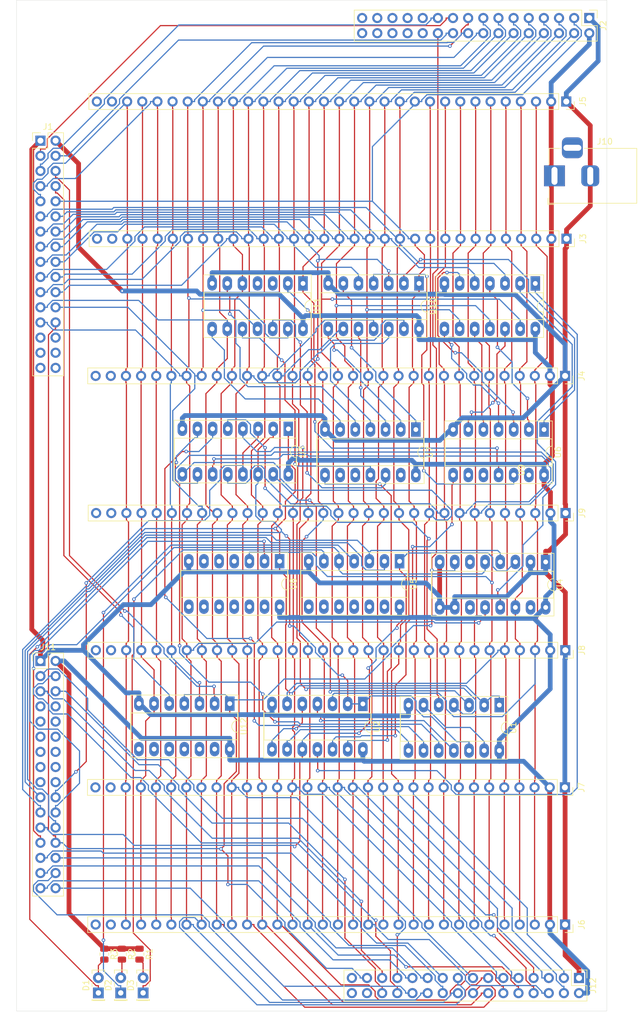
<source format=kicad_pcb>
(kicad_pcb (version 20240108) (generator "pcbnew") (generator_version "8.0")
  (layers (0 "F.Cu" signal) (31 "B.Cu" signal) (34 "B.Paste" user) (35 "F.Paste" user) (36 "B.SilkS" user "B.Silkscreen") (37 "F.SilkS" user "F.Silkscreen") (38 "B.Mask" user) (39 "F.Mask" user) (44 "Edge.Cuts" user))
  (net 0 "")
  (net 1 "Net-(J3-Pin_3)")
  (net 2 "/Not/D15")
  (net 3 "/Not/D14")
  (net 4 "/Not/D13")
  (net 5 "Net-(J1-Pin_3)")
  (net 6 "/Not/D1")
  (net 7 "VCC")
  (net 8 "/Not/D3")
  (net 9 "/Not/D8")
  (net 10 "/Not/D6")
  (net 11 "/Not/D11")
  (net 12 "GND")
  (net 13 "/Not/D4")
  (net 14 "/Not/D7")
  (net 15 "/Not/D9")
  (net 16 "/Not/D5")
  (net 17 "/Not/D10")
  (net 18 "/Not/D12")
  (net 19 "/Not/D2")
  (net 20 "/Not/D0")
  (net 21 "Net-(U4-D1)")
  (net 22 "/Not/Q1")
  (net 23 "/Not/Q3")
  (net 24 "/Not/Q5")
  (net 25 "/Not/Q4")
  (net 26 "/Not/Q2")
  (net 27 "/Not/Q0")
  (net 28 "/Not/Q8")
  (net 29 "/Not/Q10")
  (net 30 "/Not/Q9")
  (net 31 "/Not/Q11")
  (net 32 "/Not/Q7")
  (net 33 "/Not/Q14")
  (net 34 "/Not/Q12")
  (net 35 "/Not/Q6")
  (net 36 "/Not/Q15")
  (net 37 "/Not/Q13")
  (net 38 "Net-(U3B-E)")
  (net 39 "Net-(U3A-O3)")
  (net 40 "Net-(U1-Pad11)")
  (net 41 "Net-(U3A-O2)")
  (net 42 "Net-(U1-Pad8)")
  (net 43 "Net-(U1-Pad13)")
  (net 44 "Net-(U3A-O1)")
  (net 45 "Net-(U3A-O0)")
  (net 46 "Net-(U2-Pad13)")
  (net 47 "Net-(U2-Pad5)")
  (net 48 "Net-(U2-Pad12)")
  (net 49 "Net-(U2-Pad11)")
  (net 53 "Net-(D1-K)")
  (net 54 "Net-(D2-K)")
  (net 55 "Net-(D3-K)")
  (net 56 "Net-(J1-Pin_4)")
  (net 57 "Net-(J1-Pin_7)")
  (net 58 "Net-(J1-Pin_6)")
  (net 59 "Net-(J1-Pin_9)")
  (net 60 "Net-(J1-Pin_8)")
  (net 61 "Net-(J1-Pin_5)")
  (net 71 "Net-(D1-A)")
  (net 73 "Net-(J3-Pin_5)")
  (net 74 "Net-(J3-Pin_7)")
  (net 76 "Net-(J3-Pin_8)")
  (net 77 "Net-(J3-Pin_4)")
  (net 79 "Net-(J3-Pin_10)")
  (net 80 "Net-(J3-Pin_9)")
  (net 81 "Net-(J3-Pin_6)")
  (net 95 "Net-(J11-Pin_4)")
  (net 96 "Net-(J11-Pin_30)")
  (net 98 "Net-(J11-Pin_3)")
  (net 100 "Net-(J11-Pin_5)")
  (net 101 "Net-(J11-Pin_21)")
  (net 104 "Net-(J11-Pin_20)")
  (net 106 "Net-(J11-Pin_32)")
  (net 107 "Net-(J11-Pin_24)")
  (net 108 "Net-(J11-Pin_19)")
  (net 110 "Net-(J11-Pin_25)")
  (net 115 "Net-(J11-Pin_23)")
  (net 116 "Net-(J11-Pin_28)")
  (net 118 "Net-(J11-Pin_22)")
  (net 119 "Net-(J11-Pin_29)")
  (net 120 "Net-(J11-Pin_31)")
  (net 121 "Net-(J11-Pin_6)")
  (net 122 "Net-(J11-Pin_27)")
  (net 131 "Net-(D2-A)")
  (net 133 "Net-(D3-A)")
  (net 134 "Net-(J1-Pin_26)")
  (net 135 "Net-(J3-Pin_29)")
  (net 136 "Net-(J3-Pin_27)")
  (footprint "Package_DIP:DIP-14_W7.62mm_Socket_LongPads" (layer "F.Cu") (at 114.4028 113.124 -90)
    (property "Reference" "U8")
    (property "Value" "74LS32")
  )
  (footprint "Package_DIP:DIP-14_W7.62mm_Socket_LongPads" (layer "F.Cu") (at 118.3228 66.544 -90)
    (property "Reference" "U11")
    (property "Value" "74LS04")
  )
  (footprint "Package_DIP:DIP-14_W7.62mm_Socket_LongPads" (layer "F.Cu") (at 151.2478 137.244 -90)
    (property "Reference" "U1")
    (property "Value" "74LS00")
  )
  (footprint "Connector_PinSocket_2.54mm:PinSocket_1x32_P2.54mm_Vertical" (layer "F.Cu") (at 162.2828 82.044 -90)
    (property "Reference" "J4")
    (property "Value" "Conn_01x32_Socket")
  )
  (footprint "Package_DIP:DIP-14_W7.62mm_Socket_LongPads" (layer "F.Cu") (at 157.2828 66.544 -90)
    (property "Reference" "U9")
    (property "Value" "74LS04")
  )
  (footprint "Package_DIP:DIP-14_W7.62mm_Socket_LongPads" (layer "F.Cu") (at 158.7478 91.044 -90)
    (property "Reference" "U6")
    (property "Value" "74LS30")
  )
  (footprint "Package_DIP:DIP-16_W7.62mm_Socket_LongPads" (layer "F.Cu") (at 159.0228 113.244 -90)
    (property "Reference" "U4")
    (property "Value" "74LS173")
  )
  (footprint "Package_DIP:DIP-14_W7.62mm_Socket_LongPads" (layer "F.Cu") (at 137.7828 66.544 -90)
    (property "Reference" "U10")
    (property "Value" "74LS04")
  )
  (footprint "Connector_PinSocket_2.54mm:PinSocket_1x32_P2.54mm_Vertical" (layer "F.Cu") (at 162.5228 59.044 -90)
    (property "Reference" "J3")
    (property "Value" "Conn_01x32_Socket")
  )
  (footprint "LED_THT:LED_Rectangular_W5.0mm_H2.0mm" (layer "F.Cu") (at 87.75 185.5 90)
    (property "Reference" "D2")
    (property "Value" "LED")
  )
  (footprint "Connector_PinSocket_2.54mm:PinSocket_1x32_P2.54mm_Vertical" (layer "F.Cu") (at 162.2428 151.044 -90)
    (property "Reference" "J7")
    (property "Value" "Conn_01x32_Socket")
  )
  (footprint "Connector_PinHeader_2.54mm:PinHeader_2x16_P2.54mm_Vertical" (layer "F.Cu") (at 74.2828 129.844)
    (property "Reference" "J11")
    (property "Value" "Control Logic to ALU")
  )
  (footprint "Package_DIP:DIP-14_W7.62mm_Socket_LongPads" (layer "F.Cu") (at 106.04 137 -90)
    (property "Reference" "U12")
    (property "Value" "74LS08")
  )
  (footprint "Connector_BarrelJack:BarrelJack_Horizontal" (layer "F.Cu") (at 160.5 48.5 180)
    (property "Reference" "J10")
    (property "Value" "Barrel_Jack")
  )
  (footprint "Connector_PinSocket_2.54mm:PinSocket_1x32_P2.54mm_Vertical" (layer "F.Cu") (at 162.4828 36.044 -90)
    (property "Reference" "J5")
    (property "Value" "Conn_01x32_Socket")
  )
  (footprint "Package_DIP:DIP-14_W7.62mm_Socket_LongPads" (layer "F.Cu") (at 128.3628 137.044 -90)
    (property "Reference" "U2")
    (property "Value" "74LS00")
  )
  (footprint "Package_DIP:DIP-14_W7.62mm_Socket_LongPads" (layer "F.Cu") (at 137.2478 91.044 -90)
    (property "Reference" "U7")
    (property "Value" "74LS30")
  )
  (footprint "Connector_PinSocket_2.54mm:PinSocket_1x32_P2.54mm_Vertical" (layer "F.Cu") (at 162.3628 105.044 -90)
    (property "Reference" "J9")
    (property "Value" "Conn_01x32_Socket")
  )
  (footprint "Package_DIP:DIP-14_W7.62mm_Socket_LongPads" (layer "F.Cu") (at 134.5228 113.124 -90)
    (property "Reference" "U5")
    (property "Value" "74LS04")
  )
  (footprint "Resistor_SMD:R_0805_2012Metric" (layer "F.Cu") (at 87.95 179 -90)
    (property "Reference" "R2")
    (property "Value" "R")
  )
  (footprint "LED_THT:LED_Rectangular_W5.0mm_H2.0mm" (layer "F.Cu") (at 91.5 185.5 90)
    (property "Reference" "D3")
    (property "Value" "LED")
  )
  (footprint "Connector_PinHeader_2.54mm:PinHeader_2x16_P2.54mm_Vertical" (layer "F.Cu") (at 164.62 183 -90)
    (property "Reference" "J12")
    (property "Value" "ALU to Registers")
  )
  (footprint "LED_THT:LED_Rectangular_W5.0mm_H2.0mm" (layer "F.Cu") (at 84 185.5 90)
    (property "Reference" "D1")
    (property "Value" "LED")
  )
  (footprint "Connector_PinHeader_2.54mm:PinHeader_2x16_P2.54mm_Vertical" (layer "F.Cu") (at 74.2828 42.604)
    (property "Reference" "J1")
    (property "Value" "RAM to ALU")
  )
  (footprint "Connector_PinSocket_2.54mm:PinSocket_1x32_P2.54mm_Vertical" (layer "F.Cu") (at 162.3228 128.044 -90)
    (property "Reference" "J8")
    (property "Value" "Conn_01x32_Socket")
  )
  (footprint "Resistor_SMD:R_0805_2012Metric" (layer "F.Cu") (at 85 179 -90)
    (property "Reference" "R3")
    (property "Value" "R")
  )
  (footprint "Connector_PinSocket_2.54mm:PinSocket_1x32_P2.54mm_Vertical" (layer "F.Cu") (at 162.2828 174.044 -90)
    (property "Reference" "J6")
    (property "Value" "Conn_01x32_Socket")
  )
  (footprint "Connector_PinHeader_2.54mm:PinHeader_2x16_P2.54mm_Vertical" (layer "F.Cu") (at 166.3428 22.044 -90)
    (property "Reference" "J2")
    (property "Value" "ALU to Program Counter" (hide yes))
  )
  (footprint "Package_DIP:DIP-16_W7.62mm_Socket_LongPads" (layer "F.Cu") (at 115.8628 90.924 -90)
    (property "Reference" "U3")
    (property "Value" "74LS139")
  )
  (footprint "Resistor_SMD:R_0805_2012Metric" (layer "F.Cu") (at 90.9 179 -90)
    (property "Reference" "R1")
    (property "Value" "R")
  )
  (gr_rect (start 70.2828 19.044) (end 169.2828 188.544) (stroke (width 0.05)) (fill none) (layer "Edge.Cuts"))
  (segment (start 157.2428 128.044) (end 157.2428 126.8923) (width 0.2) (layer "F.Cu") (net 1))
  (segment (start 157.2028 174.044) (end 157.2028 172.8923) (width 0.2) (layer "F.Cu") (net 1))
  (segment (start 157.1628 149.8923) (end 157.2428 149.8123) (width 0.2) (layer "F.Cu") (net 1))
  (segment (start 157.1628 151.044) (end 157.1628 149.8923) (width 0.2) (layer "F.Cu") (net 1))
  (segment (start 157.4028 36.044) (end 157.4028 37.1957) (width 0.2) (layer "F.Cu") (net 1))
  (segment (start 157.6512 126.4839) (end 157.6512 106.5641) (width 0.2) (layer "F.Cu") (net 1))
  (segment (start 157.2028 82.044) (end 157.2028 83.1957) (width 0.2) (layer "F.Cu") (net 1))
  (segment (start 157.3669 103.8082) (end 157.3669 83.3598) (width 0.2) (layer "F.Cu") (net 1))
  (segment (start 157.2828 103.8923) (end 157.3669 103.8082) (width 0.2) (layer "F.Cu") (net 1))
  (segment (start 157.4428 37.2357) (end 157.4428 59.044) (width 0.2) (layer "F.Cu") (net 1))
  (segment (start 157.6512 106.5641) (end 157.2828 106.1957) (width 0.2) (layer "F.Cu") (net 1))
  (segment (start 157.2828 105.044) (end 157.2828 106.1957) (width 0.2) (layer "F.Cu") (net 1))
  (segment (start 157.2428 149.8123) (end 157.2428 128.044) (width 0.2) (layer "F.Cu") (net 1))
  (segment (start 157.2028 81.0586) (end 159.2687 78.9927) (width 0.2) (layer "F.Cu") (net 1))
  (segment (start 157.1628 172.8523) (end 157.1628 151.044) (width 0.2) (layer "F.Cu") (net 1))
  (segment (start 157.2028 172.8923) (end 157.1628 172.8523) (width 0.2) (layer "F.Cu") (net 1))
  (segment (start 157.2828 105.044) (end 157.2828 103.8923) (width 0.2) (layer "F.Cu") (net 1))
  (segment (start 157.2428 126.8923) (end 157.6512 126.4839) (width 0.2) (layer "F.Cu") (net 1))
  (segment (start 157.2028 82.044) (end 157.2028 81.0586) (width 0.2) (layer "F.Cu") (net 1))
  (segment (start 159.2687 78.9927) (end 159.2687 62.0216) (width 0.2) (layer "F.Cu") (net 1))
  (segment (start 157.4428 59.044) (end 157.4428 60.1957) (width 0.2) (layer "F.Cu") (net 1))
  (segment (start 157.3669 83.3598) (end 157.2028 83.1957) (width 0.2) (layer "F.Cu") (net 1))
  (segment (start 159.2687 62.0216) (end 157.4428 60.1957) (width 0.2) (layer "F.Cu") (net 1))
  (segment (start 157.4028 37.1957) (end 157.4428 37.2357) (width 0.2) (layer "F.Cu") (net 1))
  (segment (start 123.5686 135.2565) (end 141.091 135.2565) (width 0.2) (layer "B.Cu") (net 1))
  (segment (start 123.2828 137.044) (end 123.2828 135.5423) (width 0.2) (layer "B.Cu") (net 1))
  (segment (start 141.091 135.2565) (end 142.3578 136.5233) (width 0.2) (layer "B.Cu") (net 1))
  (segment (start 157.2428 133.6913) (end 157.2428 128.044) (width 0.2) (layer "B.Cu") (net 1))
  (segment (start 123.2828 135.5423) (end 123.5686 135.2565) (width 0.2) (layer "B.Cu") (net 1))
  (segment (start 143.5971 139.1762) (end 151.7579 139.1762) (width 0.2) (layer "B.Cu") (net 1))
  (segment (start 151.7579 139.1762) (end 157.2428 133.6913) (width 0.2) (layer "B.Cu") (net 1))
  (segment (start 142.3578 137.9369) (end 143.5971 139.1762) (width 0.2) (layer "B.Cu") (net 1))
  (segment (start 142.3578 136.5233) (end 142.3578 137.9369) (width 0.2) (layer "B.Cu") (net 1))
  (segment (start 99.0228 68.8401) (end 99.183 69.0003) (width 0.2) (layer "F.Cu") (net 2))
  (segment (start 98.7828 82.044) (end 98.7828 83.1957) (width 0.2) (layer "F.Cu") (net 2))
  (segment (start 99.3241 103.431) (end 99.3241 83.737) (width 0.2) (layer "F.Cu") (net 2))
  (segment (start 99.0228 59.044) (end 99.0228 57.8923) (width 0.2) (layer "F.Cu") (net 2))
  (segment (start 98.8628 104.4681) (end 98.8628 103.8923) (width 0.2) (layer "F.Cu") (net 2))
  (segment (start 98.8628 104.4681) (end 98.8628 105.044) (width 0.2) (layer "F.Cu") (net 2))
  (segment (start 99.5273 129.9002) (end 99.5273 149.1078) (width 0.2) (layer "F.Cu") (net 2))
  (segment (start 98.9828 57.8523) (end 99.0228 57.8923) (width 0.2) (layer "F.Cu") (net 2))
  (segment (start 98.8228 128.044) (end 98.8228 126.8923) (width 0.2) (layer "F.Cu") (net 2))
  (segment (start 98.8228 128.4838) (end 98.8228 129.1957) (width 0.2) (layer "F.Cu") (net 2))
  (segment (start 99.5273 149.1078) (end 98.7428 149.8923) (width 0.2) (layer "F.Cu") (net 2))
  (segment (start 98.8628 105.044) (end 98.8628 106.1957) (width 0.2) (layer "F.Cu") (net 2))
  (segment (start 98.8628 103.8923) (end 99.3241 103.431) (width 0.2) (layer "F.Cu") (net 2))
  (segment (start 98.0448 126.1143) (end 98.8228 126.8923) (width 0.2) (layer "F.Cu") (net 2))
  (segment (start 98.9828 36.044) (end 98.9828 57.8523) (width 0.2) (layer "F.Cu") (net 2))
  (segment (start 99.0228 59.044) (end 99.0228 68.8401) (width 0.2) (layer "F.Cu") (net 2))
  (segment (start 98.0448 107.0137) (end 98.0448 126.1143) (width 0.2) (layer "F.Cu") (net 2))
  (segment (start 98.8628 106.1957) (end 98.0448 107.0137) (width 0.2) (layer "F.Cu") (net 2))
  (segment (start 98.8228 129.1957) (end 99.5273 129.9002) (width 0.2) (layer "F.Cu") (net 2))
  (segment (start 98.7828 152.2357) (end 98.7428 152.1957) (width 0.2) (layer "F.Cu") (net 2))
  (segment (start 98.7828 174.044) (end 98.7828 152.2357) (width 0.2) (layer "F.Cu") (net 2))
  (segment (start 98.7428 151.6198) (end 98.7428 151.044) (width 0.2) (layer "F.Cu") (net 2))
  (segment (start 98.8228 128.4838) (end 98.8228 128.044) (width 0.2) (layer "F.Cu") (net 2))
  (segment (start 147.7791 123.4618) (end 148.8628 122.3781) (width 0.2) (layer "F.Cu") (net 2))
  (segment (start 98.7428 151.6198) (end 98.7428 152.1957) (width 0.2) (layer "F.Cu") (net 2))
  (segment (start 98.7828 82.044) (end 98.7828 80.8923) (width 0.2) (layer "F.Cu") (net 2))
  (segment (start 99.3241 83.737) (end 98.7828 83.1957) (width 0.2) (layer "F.Cu") (net 2))
  (segment (start 98.7428 151.044) (end 98.7428 149.8923) (width 0.2) (layer "F.Cu") (net 2))
  (segment (start 99.183 80.4921) (end 98.7828 80.8923) (width 0.2) (layer "F.Cu") (net 2))
  (segment (start 148.8628 122.3781) (end 148.8628 120.864) (width 0.2) (layer "F.Cu") (net 2))
  (segment (start 99.183 69.0003) (end 99.183 80.4921) (width 0.2) (layer "F.Cu") (net 2))
  (via (at 99.183 69.0003) (size 0.6) (drill 0.3) (layers "F.Cu" "B.Cu") (net 2))
  (via (at 147.7791 123.4618) (size 0.6) (drill 0.3) (layers "F.Cu" "B.Cu") (net 2))
  (segment (start 141.878 187.0982) (end 112.7202 187.0982) (width 0.2) (layer "B.Cu") (net 2))
  (segment (start 142.4825 26.1752) (end 142.5204 26.1373) (width 0.2) (layer "B.Cu") (net 2))
  (segment (start 144.3 185.54) (end 143.1483 185.54) (width 0.2) (layer "B.Cu") (net 2))
  (segment (start 111.9728 73.4493) (end 107.6709 69.1474) (width 0.2) (layer "B.Cu") (net 2))
  (segment (start 143.1483 185.54) (end 143.1483 185.8279) (width 0.2) (layer "B.Cu") (net 2))
  (segment (start 109.7154 26.1752) (end 142.4825 26.1752) (width 0.2) (layer "B.Cu") (net 2))
  (segment (start 90.229 74.354) (end 76.436 74.354) (width 0.2) (layer "B.Cu") (net 2))
  (segment (start 100.8382 126.8923) (end 99.9745 127.756) (width 0.2) (layer "B.Cu") (net 2))
  (segment (start 147.7791 123.4618) (end 140.4526 123.4618) (width 0.2) (layer "B.Cu") (net 2))
  (segment (start 100.1345 35.7561) (end 109.7154 26.1752) (width 0.2) (layer "B.Cu") (net 2))
  (segment (start 98.9828 36.044) (end 100.1345 36.044) (width 0.2) (layer "B.Cu") (net 2))
  (segment (start 146.0228 24.584) (end 144.8711 24.584) (width 0.2) (layer "B.Cu") (net 2))
  (segment (start 98.8228 128.044) (end 99.9745 128.044) (width 0.2) (layer "B.Cu") (net 2))
  (segment (start 143.1483 185.8279) (end 141.878 187.0982) (width 0.2) (layer "B.Cu") (net 2))
  (segment (start 139.4024 123.2425) (end 139.3249 123.32) (width 0.2) (layer "B.Cu") (net 2))
  (segment (start 112.728 75.6657) (end 111.9728 74.9105) (width 0.2) (layer "B.Cu") (net 2))
  (segment (start 111.9728 74.9105) (end 111.9728 73.4493) (width 0.2) (layer "B.Cu") (net 2))
  (segment (start 76.436 74.354) (end 75.4345 73.3525) (width 0.2) (layer "B.Cu") (net 2))
  (segment (start 98.7828 174.044) (end 99.9345 174.044) (width 0.2) (layer "B.Cu") (net 2))
  (segment (start 107.6709 69.1474) (end 99.3301 69.1474) (width 0.2) (layer "B.Cu") (net 2))
  (segment (start 140.2333 123.2425) (end 139.4024 123.2425) (width 0.2) (layer "B.Cu") (net 2))
  (segment (start 139.3249 123.32) (end 113.9019 123.32) (width 0.2) (layer "B.Cu") (net 2))
  (segment (start 140.4526 123.4618) (end 140.2333 123.2425) (width 0.2) (layer "B.Cu") (net 2))
  (segment (start 115.7828 74.164) (end 115.7828 75.6657) (width 0.2) (layer "B.Cu") (net 2))
  (segment (start 143.5863 26.1373) (end 144.8711 24.8525) (width 0.2) (layer "B.Cu") (net 2))
  (segment (start 99.3301 69.1474) (end 99.183 69.0003) (width 0.2) (layer "B.Cu") (net 2))
  (segment (start 75.4345 73.3525) (end 75.4345 73.084) (width 0.2) (layer "B.Cu") (net 2))
  (segment (start 113.9019 123.32) (end 110.3296 126.8923) (width 0.2) (layer "B.Cu") (net 2))
  (segment (start 110.3296 126.8923) (end 100.8382 126.8923) (width 0.2) (layer "B.Cu") (net 2))
  (segment (start 144.8711 24.8525) (end 144.8711 24.584) (width 0.2) (layer "B.Cu") (net 2))
  (segment (start 115.7828 75.6657) (end 112.728 75.6657) (width 0.2) (layer "B.Cu") (net 2))
  (segment (start 99.9345 174.3125) (end 99.9345 174.044) (width 0.2) (layer "B.Cu") (net 2))
  (segment (start 97.6311 82.044) (end 97.6311 81.7561) (width 0.2) (layer "B.Cu") (net 2))
  (segment (start 74.2828 73.084) (end 75.4345 73.084) (width 0.2) (layer "B.Cu") (net 2))
  (segment (start 99.9745 127.756) (end 99.9745 128.044) (width 0.2) (layer "B.Cu") (net 2))
  (segment (start 100.1345 36.044) (end 100.1345 35.7561) (width 0.2) (layer "B.Cu") (net 2))
  (segment (start 112.7202 187.0982) (end 99.9345 174.3125) (width 0.2) (layer "B.Cu") (net 2))
  (segment (start 97.6311 81.7561) (end 90.229 74.354) (width 0.2) (layer "B.Cu") (net 2))
  (segment (start 142.5204 26.1373) (end 143.5863 26.1373) (width 0.2) (layer "B.Cu") (net 2))
  (segment (start 98.7828 82.044) (end 97.6311 82.044) (width 0.2) (layer "B.Cu") (net 2))
  (segment (start 101.3228 172.8923) (end 101.2828 172.8523) (width 0.2) (layer "F.Cu") (net 3))
  (segment (start 144.8711 24.0594) (end 144.8711 24.8353) (width 0.2) (layer "F.Cu") (net 3))
  (segment (start 146.0228 23.1957) (end 145.7348 23.1957) (width 0.2) (layer "F.Cu") (net 3))
  (segment (start 101.3228 82.044) (end 101.3228 80.8923) (width 0.2) (layer "F.Cu") (net 3))
  (segment (start 100.5999 106.9986) (end 100.5999 126.1294) (width 0.2) (layer "F.Cu") (net 3))
  (segment (start 145.7348 23.1957) (end 144.8711 24.0594) (width 0.2) (layer "F.Cu") (net 3))
  (segment (start 101.5228 36.044) (end 101.5228 37.1957) (width 0.2) (layer "F.Cu") (net 3))
  (segment (start 101.2828 172.8523) (end 101.2828 151.044) (width 0.2) (layer "F.Cu") (net 3))
  (segment (start 101.5628 59.044) (end 101.5628 71.0446) (width 0.2) (layer "F.Cu") (net 3))
  (segment (start 101.2828 151.044) (end 101.2828 149.8923) (width 0.2) (layer "F.Cu") (net 3))
  (segment (start 101.3228 174.044) (end 101.3228 172.8923) (width 0.2) (layer "F.Cu") (net 3))
  (segment (start 101.3628 128.044) (end 101.3628 126.8923) (width 0.2) (layer "F.Cu") (net 3))
  (segment (start 144.8711 24.8353) (end 142.9589 26.7475) (width 0.2) (layer "F.Cu") (net 3))
  (segment (start 101.4028 105.044) (end 101.4028 106.1957) (width 0.2) (layer "F.Cu") (net 3))
  (segment (start 146.0228 22.044) (end 146.0228 23.1957) (width 0.2) (layer "F.Cu") (net 3))
  (segment (start 102.1041 129.937) (end 101.3628 129.1957) (width 0.2) (layer "F.Cu") (net 3))
  (segment (start 101.5228 37.1957) (end 101.5628 37.2357) (width 0.2) (layer "F.Cu") (net 3))
  (segment (start 101.3628 128.044) (end 101.3628 129.1957) (width 0.2) (layer "F.Cu") (net 3))
  (segment (start 102.1041 149.071) (end 102.1041 129.937) (width 0.2) (layer "F.Cu") (net 3))
  (segment (start 100.5999 126.1294) (end 101.3628 126.8923) (width 0.2) (layer "F.Cu") (net 3))
  (segment (start 101.5628 37.2357) (end 101.5628 59.044) (width 0.2) (layer "F.Cu") (net 3))
  (segment (start 101.4028 106.1957) (end 100.5999 106.9986) (width 0.2) (layer "F.Cu") (net 3))
  (segment (start 101.2828 149.8923) (end 102.1041 149.071) (width 0.2) (layer "F.Cu") (net 3))
  (segment (start 101.5628 80.6523) (end 101.3228 80.8923) (width 0.2) (layer "F.Cu") (net 3))
  (segment (start 101.5628 71.0446) (end 101.5628 80.6523) (width 0.2) (layer "F.Cu") (net 3))
  (via (at 101.5628 71.0446) (size 0.6) (drill 0.3) (layers "F.Cu" "B.Cu") (net 3))
  (via (at 142.9589 26.7475) (size 0.6) (drill 0.3) (layers "F.Cu" "B.Cu") (net 3))
  (segment (start 101.5628 71.0446) (end 107.5834 71.0446) (width 0.2) (layer "B.Cu") (net 3))
  (segment (start 88.959 70.544) (end 76.8228 70.544) (width 0.2) (layer "B.Cu") (net 3))
  (segment (start 145.4819 185.0457) (end 145.4819 185.9902) (width 0.2) (layer "B.Cu") (net 3))
  (segment (start 100.1711 81.7561) (end 88.959 70.544) (width 0.2) (layer "B.Cu") (net 3))
  (segment (start 144.3 183) (end 144.3 184.1517) (width 0.2) (layer "B.Cu") (net 3))
  (segment (start 100.1401 172.8613) (end 101.3228 174.044) (width 0.2) (layer "B.Cu") (net 3))
  (segment (start 102.6745 35.7755) (end 111.7025 26.7475) (width 0.2) (layer "B.Cu") (net 3))
  (segment (start 100.1711 82.044) (end 100.1711 81.7561) (width 0.2) (layer "B.Cu") (net 3))
  (segment (start 107.5834 71.0446) (end 110.7028 74.164) (width 0.2) (layer "B.Cu") (net 3))
  (segment (start 98.2872 172.8613) (end 100.1401 172.8613) (width 0.2) (layer "B.Cu") (net 3))
  (segment (start 96.4761 99.5414) (end 96.4761 87.8806) (width 0.2) (layer "B.Cu") (net 3))
  (segment (start 101.4028 105.044) (end 101.4028 103.8923) (width 0.2) (layer "B.Cu") (net 3))
  (segment (start 101.3228 82.044) (end 100.1711 82.044) (width 0.2) (layer "B.Cu") (net 3))
  (segment (start 143.9707 187.5014) (end 110.6013 187.5014) (width 0.2) (layer "B.Cu") (net 3))
  (segment (start 145.4819 185.9902) (end 143.9707 187.5014) (width 0.2) (layer "B.Cu") (net 3))
  (segment (start 100.827 103.8923) (end 96.4761 99.5414) (width 0.2) (layer "B.Cu") (net 3))
  (segment (start 111.7025 26.7475) (end 142.9589 26.7475) (width 0.2) (layer "B.Cu") (net 3))
  (segment (start 102.6745 36.044) (end 102.6745 35.7755) (width 0.2) (layer "B.Cu") (net 3))
  (segment (start 110.6013 187.5014) (end 97.6162 174.5163) (width 0.2) (layer "B.Cu") (net 3))
  (segment (start 144.5879 184.1517) (end 145.4819 185.0457) (width 0.2) (layer "B.Cu") (net 3))
  (segment (start 97.6162 174.5163) (end 97.6162 173.5323) (width 0.2) (layer "B.Cu") (net 3))
  (segment (start 100.1711 84.1856) (end 100.1711 82.044) (width 0.2) (layer "B.Cu") (net 3))
  (segment (start 101.4028 103.8923) (end 100.827 103.8923) (width 0.2) (layer "B.Cu") (net 3))
  (segment (start 96.4761 87.8806) (end 100.1711 84.1856) (width 0.2) (layer "B.Cu") (net 3))
  (segment (start 97.6162 173.5323) (end 98.2872 172.8613) (width 0.2) (layer "B.Cu") (net 3))
  (segment (start 144.3 184.1517) (end 144.5879 184.1517) (width 0.2) (layer "B.Cu") (net 3))
  (segment (start 101.5228 36.044) (end 102.6745 36.044) (width 0.2) (layer "B.Cu") (net 3))
  (segment (start 103.1399 126.1294) (end 103.9028 126.8923) (width 0.2) (layer "F.Cu") (net 4))
  (segment (start 118.6019 187.8999) (end 148.6546 187.8999) (width 0.2) (layer "F.Cu") (net 4))
  (segment (start 103.9428 106.1957) (end 103.1399 106.9986) (width 0.2) (layer "F.Cu") (net 4))
  (segment (start 104.1028 37.2357) (end 104.1028 59.044) (width 0.2) (layer "F.Cu") (net 4))
  (segment (start 148.0501 184.3299) (end 146.84 185.54) (width 0.2) (layer "F.Cu") (net 4))
  (segment (start 104.3528 60.4457) (end 104.3528 71.3923) (width 0.2) (layer "F.Cu") (net 4))
  (segment (start 103.9428 105.044) (end 103.9428 105.6198) (width 0.2) (layer "F.Cu") (net 4))
  (segment (start 104.6074 149.1077) (end 103.8228 149.8923) (width 0.2) (layer "F.Cu") (net 4))
  (segment (start 103.8628 82.044) (end 103.8628 83.1957) (width 0.2) (layer "F.Cu") (net 4))
  (segment (start 104.3528 71.3923) (end 105.6228 72.6623) (width 0.2) (layer "F.Cu") (net 4))
  (segment (start 103.9428 105.6198) (end 103.9428 106.1957) (width 0.2) (layer "F.Cu") (net 4))
  (segment (start 104.0628 37.1957) (end 104.1028 37.2357) (width 0.2) (layer "F.Cu") (net 4))
  (segment (start 105.0145 174.3125) (end 118.6019 187.8999) (width 0.2) (layer "F.Cu") (net 4))
  (segment (start 105.6228 79.1323) (end 103.8628 80.8923) (width 0.2) (layer "F.Cu") (net 4))
  (segment (start 103.9428 105.6198) (end 102.0378 103.7148) (width 0.2) (layer "F.Cu") (net 4))
  (segment (start 105.6228 74.164) (end 105.6228 72.6623) (width 0.2) (layer "F.Cu") (net 4))
  (segment (start 150.5503 185.022) (end 149.8582 184.3299) (width 0.2) (layer "F.Cu") (net 4))
  (segment (start 103.8628 174.044) (end 103.8628 172.8923) (width 0.2) (layer "F.Cu") (net 4))
  (segment (start 103.8228 150.4681) (end 103.8228 151.044) (width 0.2) (layer "F.Cu") (net 4))
  (segment (start 104.6074 129.9003) (end 104.6074 149.1077) (width 0.2) (layer "F.Cu") (net 4))
  (segment (start 102.0378 103.7148) (end 102.0378 85.0207) (width 0.2) (layer "F.Cu") (net 4))
  (segment (start 150.5503 186.0042) (end 150.5503 185.022) (width 0.2) (layer "F.Cu") (net 4))
  (segment (start 103.8628 174.044) (end 105.0145 174.044) (width 0.2) (layer "F.Cu") (net 4))
  (segment (start 103.8628 82.044) (end 103.8628 80.8923) (width 0.2) (layer "F.Cu") (net 4))
  (segment (start 104.1028 60.1957) (end 104.3528 60.4457) (width 0.2) (layer "F.Cu") (net 4))
  (segment (start 103.8228 150.4681) (end 103.8228 149.8923) (width 0.2) (layer "F.Cu") (net 4))
  (segment (start 148.6546 187.8999) (end 150.5503 186.0042) (width 0.2) (layer "F.Cu") (net 4))
  (segment (start 104.1028 59.044) (end 104.1028 60.1957) (width 0.2) (layer "F.Cu") (net 4))
  (segment (start 103.8228 172.8523) (end 103.8628 172.8923) (width 0.2) (layer "F.Cu") (net 4))
  (segment (start 103.9028 129.1957) (end 104.6074 129.9003) (width 0.2) (layer "F.Cu") (net 4))
  (segment (start 103.9028 128.044) (end 103.9028 129.1957) (width 0.2) (layer "F.Cu") (net 4))
  (segment (start 105.6228 74.164) (end 105.6228 79.1323) (width 0.2) (layer "F.Cu") (net 4))
  (segment (start 102.0378 85.0207) (end 103.8628 83.1957) (width 0.2) (layer "F.Cu") (net 4))
  (segment (start 104.0628 36.044) (end 104.0628 37.1957) (width 0.2) (layer "F.Cu") (net 4))
  (segment (start 149.8582 184.3299) (end 148.0501 184.3299) (width 0.2) (layer "F.Cu") (net 4))
  (segment (start 103.1399 106.9986) (end 103.1399 126.1294) (width 0.2) (layer "F.Cu") (net 4))
  (segment (start 103.8228 151.044) (end 103.8228 172.8523) (width 0.2) (layer "F.Cu") (net 4))
  (segment (start 105.0145 174.044) (end 105.0145 174.3125) (width 0.2) (layer "F.Cu") (net 4))
  (segment (start 103.9028 128.044) (end 103.9028 126.8923) (width 0.2) (layer "F.Cu") (net 4))
  (segment (start 94.0395 72.6623) (end 90.7599 69.3827) (width 0.2) (layer "B.Cu") (net 4))
  (segment (start 147.4111 24.8722) (end 147.4111 24.584) (width 0.2) (layer "B.Cu") (net 4))
  (segment (start 90.7599 69.3827) (end 76.3273 69.3827) (width 0.2) (layer "B.Cu") (net 4))
  (segment (start 105.2145 35.7818) (end 112.3493 28.647) (width 0.2) (layer "B.Cu") (net 4))
  (segment (start 76.3273 69.3827) (end 75.4345 70.2755) (width 0.2) (layer "B.Cu") (net 4))
  (segment (start 75.4345 70.2755) (end 75.4345 70.544) (width 0.2) (layer "B.Cu") (net 4))
  (segment (start 74.2828 70.544) (end 75.4345 70.544) (width 0.2) (layer "B.Cu") (net 4))
  (segment (start 143.6363 28.647) (end 147.4111 24.8722) (width 0.2) (layer "B.Cu") (net 4))
  (segment (start 112.3493 28.647) (end 143.6363 28.647) (width 0.2) (layer "B.Cu") (net 4))
  (segment (start 105.6228 74.164) (end 105.6228 72.6623) (width 0.2) (layer "B.Cu") (net 4))
  (segment (start 105.6228 72.6623) (end 94.0395 72.6623) (width 0.2) (layer "B.Cu") (net 4))
  (segment (start 105.2145 36.044) (end 105.2145 35.7818) (width 0.2) (layer "B.Cu") (net 4))
  (segment (start 104.0628 36.044) (end 105.2145 36.044) (width 0.2) (layer "B.Cu") (net 4))
  (segment (start 148.5628 24.584) (end 147.4111 24.584) (width 0.2) (layer "B.Cu") (net 4))
  (segment (start 74.2828 43.9923) (end 75.0746 43.9923) (width 0.2) (layer "F.Cu") (net 5))
  (segment (start 75.4345 42.2898) (end 94.4103 23.314) (width 0.2) (layer "F.Cu") (net 5))
  (segment (start 142.3311 22.3125) (end 142.3311 22.044) (width 0.2) (layer "F.Cu") (net 5))
  (segment (start 74.2828 45.144) (end 74.2828 43.9923) (width 0.2) (layer "F.Cu") (net 5))
  (segment (start 141.3296 23.314) (end 142.3311 22.3125) (width 0.2) (layer "F.Cu") (net 5))
  (segment (start 75.0746 43.9923) (end 75.4345 43.6324) (width 0.2) (layer "F.Cu") (net 5))
  (segment (start 143.4828 22.044) (end 142.3311 22.044) (width 0.2) (layer "F.Cu") (net 5))
  (segment (start 75.4345 43.6324) (end 75.4345 42.2898) (width 0.2) (layer "F.Cu") (net 5))
  (segment (start 94.4103 23.314) (end 141.3296 23.314) (width 0.2) (layer "F.Cu") (net 5))
  (segment (start 134.3828 128.044) (end 134.3828 129.1957) (width 0.2) (layer "F.Cu") (net 6))
  (segment (start 134.3028 149.8923) (end 133.1847 148.7742) (width 0.2) (layer "F.Cu") (net 6))
  (segment (start 134.3428 82.044) (end 134.3428 83.1957) (width 0.2) (layer "F.Cu") (net 6))
  (segment (start 134.3428 82.044) (end 134.3428 80.8923) (width 0.2) (layer "F.Cu") (net 6))
  (segment (start 133.5623 103.0318) (end 133.5623 83.9762) (width 0.2) (layer "F.Cu") (net 6))
  (segment (start 134.3428 172.8923) (end 134.3028 172.8523) (width 0.2) (layer "F.Cu") (net 6))
  (segment (start 134.6775 126.5976) (end 134.3828 126.8923) (width 0.2) (layer "F.Cu") (net 6))
  (segment (start 134.4228 106.1957) (end 136.0613 107.8342) (width 0.2) (layer "F.Cu") (net 6))
  (segment (start 134.3428 80.8923) (end 134.1347 80.6842) (width 0.2) (layer "F.Cu") (net 6))
  (segment (start 134.4228 105.044) (end 134.4228 106.1957) (width 0.2) (layer "F.Cu") (net 6))
  (segment (start 133.1847 131.5298) (end 134.3828 130.3317) (width 0.2) (layer "F.Cu") (net 6))
  (segment (start 136.0613 107.8342) (end 136.0613 122.4604) (width 0.2) (layer "F.Cu") (net 6))
  (segment (start 134.4228 104.4912) (end 134.4228 105.044) (width 0.2) (layer "F.Cu") (net 6))
  (segment (start 134.3428 174.044) (end 134.3428 172.8923) (width 0.2) (layer "F.Cu") (net 6))
  (segment (start 134.3028 151.044) (end 134.3028 149.8923) (width 0.2) (layer "F.Cu") (net 6))
  (segment (start 134.5828 37.2357) (end 134.5828 59.044) (width 0.2) (layer "F.Cu") (net 6))
  (segment (start 134.3028 172.8523) (end 134.3028 151.044) (width 0.2) (layer "F.Cu") (net 6))
  (segment (start 134.6775 123.8442) (end 134.6775 126.5976) (width 0.2) (layer "F.Cu") (net 6))
  (segment (start 133.1847 148.7742) (end 133.1847 131.5298) (width 0.2) (layer "F.Cu") (net 6))
  (segment (start 134.3828 130.3317) (end 134.3828 129.1957) (width 0.2) (layer "F.Cu") (net 6))
  (segment (start 133.5623 83.9762) (end 134.3428 83.1957) (width 0.2) (layer "F.Cu") (net 6))
  (segment (start 134.5428 37.1957) (end 134.5828 37.2357) (width 0.2) (layer "F.Cu") (net 6))
  (segment (start 134.4228 103.8923) (end 133.5623 103.0318) (width 0.2) (layer "F.Cu") (net 6))
  (segment (start 134.4228 104.4912) (end 134.4228 103.8923) (width 0.2) (layer "F.Cu") (net 6))
  (segment (start 134.1347 60.6438) (end 134.5828 60.1957) (width 0.2) (layer "F.Cu") (net 6))
  (segment (start 136.0613 122.4604) (end 134.6775 123.8442) (width 0.2) (layer "F.Cu") (net 6))
  (segment (start 134.3828 128.044) (end 134.3828 126.8923) (width 0.2) (layer "F.Cu") (net 6))
  (segment (start 134.1347 80.6842) (end 134.1347 60.6438) (width 0.2) (layer "F.Cu") (net 6))
  (segment (start 134.5828 59.044) (end 134.5828 60.1957) (width 0.2) (layer "F.Cu") (net 6))
  (segment (start 134.5428 36.044) (end 134.5428 37.1957) (width 0.2) (layer "F.Cu") (net 6))
  (segment (start 160.81 182.37) (end 160.81 183.3868) (width 0.2) (layer "B.Cu") (net 6))
  (segment (start 153.3928 171.2857) (end 153.3928 174.9528) (width 0.2) (layer "B.Cu") (net 6))
  (segment (start 152.2028 66.544) (end 152.2028 65.0423) (width 0.2) (layer "B.Cu") (net 6))
  (segment (start 134.3028 151.044) (end 134.3028 152.1957) (width 0.2) (layer "B.Cu") (net 6))
  (segment (start 86.5891 53.806) (end 86.2985 54.0966) (width 0.2) (layer "B.Cu") (net 6))
  (segment (start 76.3734 54.0966) (end 75.4345 55.0355) (width 0.2) (layer "B.Cu") (net 6))
  (segment (start 134.5428 36.044) (end 135.6945 36.044) (width 0.2) (layer "B.Cu") (net 6))
  (segment (start 74.2828 55.304) (end 75.4345 55.304) (width 0.2) (layer "B.Cu") (net 6))
  (segment (start 134.1438 59.4667) (end 137.8592 63.1821) (width 0.2) (layer "B.Cu") (net 6))
  (segment (start 134.1438 59.044) (end 128.9058 53.806) (width 0.2) (layer "B.Cu") (net 6))
  (segment (start 162.08 185.54) (end 162.08 184.3883) (width 0.2) (layer "B.Cu") (net 6))
  (segment (start 135.6945 35.7755) (end 135.6945 36.044) (width 0.2) (layer "B.Cu") (net 6))
  (segment (start 153.3928 174.9528) (end 160.81 182.37) (width 0.2) (layer "B.Cu") (net 6))
  (segment (start 134.1438 59.044) (end 134.1438 59.4667) (width 0.2) (layer "B.Cu") (net 6))
  (segment (start 128.9058 53.806) (end 86.5891 53.806) (width 0.2) (layer "B.Cu") (net 6))
  (segment (start 153.8963 34.4905) (end 136.9795 34.4905) (width 0.2) (layer "B.Cu") (net 6))
  (segment (start 134.3028 152.1957) (end 153.3928 171.2857) (width 0.2) (layer "B.Cu") (net 6))
  (segment (start 137.8592 63.1821) (end 150.3426 63.1821) (width 0.2) (layer "B.Cu") (net 6))
  (segment (start 136.9795 34.4905) (end 135.6945 35.7755) (width 0.2) (layer "B.Cu") (net 6))
  (segment (start 75.4345 55.0355) (end 75.4345 55.304) (width 0.2) (layer "B.Cu") (net 6))
  (segment (start 160.81 183.3868) (end 161.8115 184.3883) (width 0.2) (layer "B.Cu") (net 6))
  (segment (start 150.3426 63.1821) (end 152.2028 65.0423) (width 0.2) (layer "B.Cu") (net 6))
  (segment (start 86.2985 54.0966) (end 76.3734 54.0966) (width 0.2) (layer "B.Cu") (net 6))
  (segment (start 134.5828 59.044) (end 134.1438 59.044) (width 0.2) (layer "B.Cu") (net 6))
  (segment (start 161.8115 184.3883) (end 162.08 184.3883) (width 0.2) (layer "B.Cu") (net 6))
  (segment (start 163.8028 24.584) (end 153.8963 34.4905) (width 0.2) (layer "B.Cu") (net 6))
  (segment (start 158.7478 98.664) (end 158.7478 96.8623) (width 0.8) (layer "F.Cu") (net 7))
  (segment (start 79.0727 172.1602) (end 85 178.0875) (width 0.8) (layer "F.Cu") (net 7))
  (segment (start 79.0727 132.0939) (end 79.0727 172.1602) (width 0.8) (layer "F.Cu") (net 7))
  (segment (start 159.9828 59.044) (end 159.9828 80.3523) (width 0.8) (layer "F.Cu") (net 7))
  (segment (start 159.9828 80.3523) (end 159.7428 80.5923) (width 0.8) (layer "F.Cu") (net 7))
  (segment (start 159.7428 83.4957) (end 160.1495 83.9024) (width 0.8) (layer "F.Cu") (net 7))
  (segment (start 80.6821 60.4942) (end 80.6821 46.4633) (width 0.8) (layer "F.Cu") (net 7))
  (segment (start 159.7428 82.044) (end 159.7428 83.4957) (width 0.8) (layer "F.Cu") (net 7))
  (segment (start 159.7028 151.044) (end 159.7028 172.5523) (width 0.8) (layer "F.Cu") (net 7))
  (segment (start 87.9911 67.8032) (end 80.6821 60.4942) (width 0.8) (layer "F.Cu") (net 7))
  (segment (start 85 178.0875) (end 87.95 178.0875) (width 0.8) (layer "F.Cu") (net 7))
  (segment (start 159.7428 174.044) (end 159.7428 172.5923) (width 0.8) (layer "F.Cu") (net 7))
  (segment (start 159.9828 59.044) (end 159.9828 49.0172) (width 0.8) (layer "F.Cu") (net 7))
  (segment (start 159.7028 172.5523) (end 159.7428 172.5923) (width 0.8) (layer "F.Cu") (net 7))
  (segment (start 90.9 178.0875) (end 87.95 178.0875) (width 0.8) (layer "F.Cu") (net 7))
  (segment (start 160.1495 95.4606) (end 158.7478 96.8623) (width 0.8) (layer "F.Cu") (net 7))
  (segment (start 159.8228 101.5407) (end 158.7478 100.4657) (width 0.8) (layer "F.Cu") (net 7))
  (segment (start 159.7428 82.044) (end 159.7428 80.5923) (width 0.8) (layer "F.Cu") (net 7))
  (segment (start 159.9428 47.9428) (end 160.5 48.5) (width 0.8) (layer "F.Cu") (net 7))
  (segment (start 160.1495 83.9024) (end 160.1495 95.4606) (width 0.8) (layer "F.Cu") (net 7))
  (segment (start 80.6821 46.4633) (end 76.8228 42.604) (width 0.8) (layer "F.Cu") (net 7))
  (segment (start 159.9428 36.044) (end 159.9428 47.9428) (width 0.8) (layer "F.Cu") (net 7))
  (segment (start 159.8228 105.044) (end 159.8228 101.5407) (width 0.8) (layer "F.Cu") (net 7))
  (segment (start 159.9828 49.0172) (end 160.5 48.5) (width 0.8) (layer "F.Cu") (net 7))
  (segment (start 158.7478 98.664) (end 158.7478 100.4657) (width 0.8) (layer "F.Cu") (net 7))
  (segment (start 76.8228 129.844) (end 79.0727 132.0939) (width 0.8) (layer "F.Cu") (net 7))
  (via (at 87.9911 67.8032) (size 0.6) (drill 0.3) (layers "F.Cu" "B.Cu") (net 7))
  (segment (start 151.2478 144.864) (end 151.2478 146.6657) (width 0.8) (layer "B.Cu") (net 7))
  (segment (start 114.4028 120.744) (end 114.4028 122.5457) (width 0.8) (layer "B.Cu") (net 7))
  (segment (start 137.2478 98.664) (end 137.2478 96.8623) (width 0.8) (layer "B.Cu") (net 7))
  (segment (start 159.7828 134.5273) (end 151.2478 143.0623) (width 0.8) (layer "B.Cu") (net 7))
  (segment (start 91.2488 142.8183) (end 78.2745 129.844) (width 0.8) (layer "B.Cu") (net 7))
  (segment (start 106.084 146.4657) (end 106.04 146.4217) (width 0.8) (layer "B.Cu") (net 7))
  (segment (start 128.5628 146.6657) (end 128.3628 146.4657) (width 0.8) (layer "B.Cu") (net 7))
  (segment (start 159.0228 120.7294) (end 157.0537 122.6985) (width 0.8) (layer "B.Cu") (net 7))
  (segment (start 142.878 75.8955) (end 142.8078 75.9657) (width 0.8) (layer "B.Cu") (net 7))
  (segment (start 159.9428 47.9428) (end 160.5 48.5) (width 0.8) (layer "B.Cu") (net 7))
  (segment (start 160.4245 107.0974) (end 160.4245 117.6606) (width 0.8) (layer "B.Cu") (net 7))
  (segment (start 157.2828 75.9657) (end 157.2828 78.1323) (width 0.8) (layer "B.Cu") (net 7))
  (segment (start 157.0537 122.6985) (end 159.7828 125.4276) (width 0.8) (layer "B.Cu") (net 7))
  (segment (start 118.3228 72.6131) (end 118.3228 72.3638) (width 0.8) (layer "B.Cu") (net 7))
  (segment (start 159.7828 128.044) (end 159.7828 134.5273) (width 0.8) (layer "B.Cu") (net 7))
  (segment (start 118.3228 72.3638) (end 118.3228 72.363) (width 0.8) (layer "B.Cu") (net 7))
  (segment (start 151.2478 146.6657) (end 155.3245 146.6657) (width 0.8) (layer "B.Cu") (net 7))
  (segment (start 117.6791 96.1925) (end 117.4038 95.9172) (width 0.8) (layer "B.Cu") (net 7))
  (segment (start 164.62 185.54) (end 166.0717 185.54) (width 0.8) (layer "B.Cu") (net 7))
  (segment (start 143.6951 75.9657) (end 143.6249 75.8955) (width 0.8) (layer "B.Cu") (net 7))
  (segment (start 128.3628 146.4657) (end 106.084 146.4657) (width 0.8) (layer "B.Cu") (net 7))
  (segment (start 148.291 122.6985) (end 148.1526 122.5601) (width 0.8) (layer "B.Cu") (net 7))
  (segment (start 159.0228 120.4304) (end 159.0228 119.0623) (width 0.8) (layer "B.Cu") (net 7))
  (segment (start 136.578 96.1925) (end 117.6791 96.1925) (width 0.8) (layer "B.Cu") (net 7))
  (segment (start 114.3062 68.3457) (end 101.0319 68.3457) (width 0.8) (layer "B.Cu") (net 7))
  (segment (start 159.7828 125.4276) (end 159.7828 128.044) (width 0.8) (layer "B.Cu") (net 7))
  (segment (start 155.3245 146.6657) (end 159.7028 151.044) (width 0.8) (layer "B.Cu") (net 7))
  (segment (start 134.5228 122.5457) (end 114.4028 122.5457) (width 0.8) (layer "B.Cu") (net 7))
  (segment (start 100.4894 67.8032) (end 87.9911 67.8032) (width 0.8) (layer "B.Cu") (net 7))
  (segment (start 166.3428 26.4682) (end 159.9428 32.8682) (width 0.8) (layer "B.Cu") (net 7))
  (segment (start 118.7477 71.9374) (end 118.3228 72.3623) (width 0.8) (layer "B.Cu") (net 7))
  (segment (start 159.0228 120.4304) (end 159.0228 120.7294) (width 0.8) (layer "B.Cu") (net 7))
  (segment (start 147.2688 122.697) (end 140.6801 122.697) (width 0.8) (layer "B.Cu") (net 7))
  (segment (start 159.0228 120.864) (end 159.0228 120.4304) (width 0.8) (layer "B.Cu") (net 7))
  (segment (start 134.5228 120.744) (end 134.5228 122.5457) (width 0.8) (layer "B.Cu") (net 7))
  (segment (start 159.9428 32.8682) (end 159.9428 36.044) (width 0.8) (layer "B.Cu") (net 7))
  (segment (start 137.3579 71.9374) (end 118.7477 71.9374) (width 0.8) (layer "B.Cu") (net 7))
  (segment (start 140.5239 122.5408) (end 139.1118 122.5408) (width 0.8) (layer "B.Cu") (net 7))
  (segment (start 159.8228 106.4957) (end 160.4245 107.0974) (width 0.8) (layer "B.Cu") (net 7))
  (segment (start 139.1118 122.5408) (end 139.1069 122.5457) (width 0.8) (layer "B.Cu") (net 7))
  (segment (start 157.2828 74.164) (end 157.2828 75.9657) (width 0.8) (layer "B.Cu") (net 7))
  (segment (start 137.7828 74.164) (end 137.7828 75.9657) (width 0.8) (layer "B.Cu") (net 7))
  (segment (start 106.04 142.8183) (end 91.2488 142.8183) (width 0.8) (layer "B.Cu") (net 7))
  (segment (start 106.04 144.62) (end 106.04 146.4217) (width 0.8) (layer "B.Cu") (net 7))
  (segment (start 106.04 144.62) (end 106.04 142.8183) (width 0.8) (layer "B.Cu") (net 7))
  (segment (start 76.8228 129.844) (end 78.2745 129.844) (width 0.8) (layer "B.Cu") (net 7))
  (segment (start 118.3228 72.363) (end 118.3228 72.3623) (width 0.8) (layer "B.Cu") (net 7))
  (segment (start 137.2478 96.8623) (end 158.7478 96.8623) (width 0.8) (layer "B.Cu") (net 7))
  (segment (start 147.4057 122.5601) (end 147.2688 122.697) (width 0.8) (layer "B.Cu") (net 7))
  (segment (start 158.7478 98.664) (end 158.7478 96.8623) (width 0.8) (layer "B.Cu") (net 7))
  (segment (start 115.8628 98.544) (end 115.8628 96.7423) (width 0.8) (layer "B.Cu") (net 7))
  (segment (start 116.6036 95.9172) (end 115.8628 96.658) (width 0.8) (layer "B.Cu") (net 7))
  (segment (start 166.3428 24.584) (end 166.3428 26.4682) (width 0.8) (layer "B.Cu") (net 7))
  (segment (start 166.0717 181.8478) (end 159.7428 175.5189) (width 0.8) (layer "B.Cu") (net 7))
  (segment (start 157.2828 75.9657) (end 143.6951 75.9657) (width 0.8) (layer "B.Cu") (net 7))
  (segment (start 148.1526 122.5601) (end 147.4057 122.5601) (width 0.8) (layer "B.Cu") (net 7))
  (segment (start 137.2478 96.8623) (end 136.578 96.1925) (width 0.8) (layer "B.Cu") (net 7))
  (segment (start 159.7428 175.5189) (end 159.7428 174.044) (width 0.8) (layer "B.Cu") (net 7))
  (segment (start 118.3228 72.3623) (end 114.3062 68.3457) (width 0.8) (layer "B.Cu") (net 7))
  (segment (start 140.6801 122.697) (end 140.5239 122.5408) (width 0.8) (layer "B.Cu") (net 7))
  (segment (start 137.7828 72.3623) (end 137.3579 71.9374) (width 0.8) (layer "B.Cu") (net 7))
  (segment (start 160.4245 117.6606) (end 159.0228 119.0623) (width 0.8) (layer "B.Cu") (net 7))
  (segment (start 115.8628 96.658) (end 115.8628 96.7423) (width 0.8) (layer "B.Cu") (net 7))
  (segment (start 166.0717 185.54) (end 166.0717 181.8478) (width 0.8) (layer "B.Cu") (net 7))
  (segment (start 101.0319 68.3457) (end 100.4894 67.8032) (width 0.8) (layer "B.Cu") (net 7))
  (segment (start 137.7828 74.164) (end 137.7828 72.3623) (width 0.8) (layer "B.Cu") (net 7))
  (segment (start 159.7428 82.044) (end 159.7428 80.5923) (width 0.8) (layer "B.Cu") (net 7))
  (segment (start 143.6249 75.8955) (end 142.878 75.8955) (width 0.8) (layer "B.Cu") (net 7))
  (segment (start 139.1069 122.5457) (end 134.5228 122.5457) (width 0.8) (layer "B.Cu") (net 7))
  (segment (start 151.2478 146.6657) (end 128.5628 146.6657) (width 0.8) (layer "B.Cu") (net 7))
  (segment (start 151.2478 144.864) (end 151.2478 143.0623) (width 0.8) (layer "B.Cu") (net 7))
  (segment (start 142.8078 75.9657) (end 137.7828 75.9657) (width 0.8) (layer "B.Cu") (net 7))
  (segment (start 159.8228 105.044) (end 159.8228 106.4957) (width 0.8) (layer "B.Cu") (net 7))
  (segment (start 157.0537 122.6985) (end 148.291 122.6985) (width 0.8) (layer "B.Cu") (net 7))
  (segment (start 117.4038 95.9172) (end 116.6036 95.9172) (width 0.8) (layer "B.Cu") (net 7))
  (segment (start 128.3628 144.664) (end 128.3628 146.4657) (width 0.8) (layer "B.Cu") (net 7))
  (segment (start 157.2828 78.1323) (end 159.7428 80.5923) (width 0.8) (layer "B.Cu") (net 7))
  (segment (start 118.3228 74.164) (end 118.3228 72.6131) (width 0.8) (layer "B.Cu") (net 7))
  (segment (start 129.8662 129.7591) (end 129.3028 129.1957) (width 0.2) (layer "F.Cu") (net 8))
  (segment (start 128.3141 125.9036) (end 128.3141 107.2244) (width 0.2) (layer "F.Cu") (net 8))
  (segment (start 129.5028 37.2357) (end 129.5028 59.044) (width 0.2) (layer "F.Cu") (net 8))
  (segment (start 129.2228 151.044) (end 129.2228 149.8923) (width 0.2) (layer "F.Cu") (net 8))
  (segment (start 129.2628 82.044) (end 129.2628 83.1957) (width 0.2) (layer "F.Cu") (net 8))
  (segment (start 129.0547 60.6438) (end 129.0547 70.9541) (width 0.2) (layer "F.Cu") (net 8))
  (segment (start 129.4628 37.1957) (end 129.5028 37.2357) (width 0.2) (layer "F.Cu") (net 8))
  (segment (start 129.3428 105.6198) (end 129.3428 106.1957) (width 0.2) (layer "F.Cu") (net 8))
  (segment (start 129.2628 82.044) (end 129.2628 80.8923) (width 0.2) (layer "F.Cu") (net 8))
  (segment (start 129.8662 149.2489) (end 129.8662 129.7591) (width 0.2) (layer "F.Cu") (net 8))
  (segment (start 129.3428 105.044) (end 129.3428 103.8923) (width 0.2) (layer "F.Cu") (net 8))
  (segment (start 129.0547 80.6842) (end 129.2628 80.8923) (width 0.2) (layer "F.Cu") (net 8))
  (segment (start 129.3028 128.044) (end 129.3028 129.1957) (width 0.2) (layer "F.Cu") (net 8))
  (segment (start 129.3428 105.6198) (end 129.3428 105.044) (width 0.2) (layer "F.Cu") (net 8))
  (segment (start 129.5028 60.1957) (end 129.0547 60.6438) (width 0.2) (layer "F.Cu") (net 8))
  (segment (start 129.3028 127.4681) (end 129.3028 128.044) (width 0.2) (layer "F.Cu") (net 8))
  (segment (start 129.2228 151.044) (end 129.2228 152.1957) (width 0.2) (layer "F.Cu") (net 8))
  (segment (start 128.4779 84.3932) (end 129.2628 83.6083) (width 0.2) (layer "F.Cu") (net 8))
  (segment (start 129.4628 36.044) (end 129.4628 37.1957) (width 0.2) (layer "F.Cu") (net 8))
  (segment (start 129.2228 149.8923) (end 129.8662 149.2489) (width 0.2) (layer "F.Cu") (net 8))
  (segment (start 129.5028 59.044) (end 129.5028 60.1957) (width 0.2) (layer "F.Cu") (net 8))
  (segment (start 128.3141 107.2244) (end 129.3428 106.1957) (width 0.2) (layer "F.Cu") (net 8))
  (segment (start 129.0547 70.9541) (end 129.0547 80.6842) (width 0.2) (layer "F.Cu") (net 8))
  (segment (start 129.3028 127.4681) (end 129.3028 126.8923) (width 0.2) (layer "F.Cu") (net 8))
  (segment (start 128.4779 103.0274) (end 128.4779 84.3932) (width 0.2) (layer "F.Cu") (net 8))
  (segment (start 129.2628 172.8923) (end 129.2628 152.2357) (width 0.2) (layer "F.Cu") (net 8))
  (segment (start 129.2628 152.2357) (end 129.2228 152.1957) (width 0.2) (layer "F.Cu") (net 8))
  (segment (start 129.3428 103.8923) (end 128.4779 103.0274) (width 0.2) (layer "F.Cu") (net 8))
  (segment (start 129.2628 174.044) (end 129.2628 172.8923) (width 0.2) (layer "F.Cu") (net 8))
  (segment (start 129.2628 83.6083) (end 129.2628 83.1957) (width 0.2) (layer "F.Cu") (net 8))
  (segment (start 129.3028 126.8923) (end 128.3141 125.9036) (width 0.2) (layer "F.Cu") (net 8))
  (via (at 129.0547 70.9541) (size 0.6) (drill 0.3) (layers "F.Cu" "B.Cu") (net 8))
  (segment (start 76.436 56.574) (end 75.4345 57.5755) (width 0.2) (layer "B.Cu") (net 8))
  (segment (start 129.5028 59.044) (end 128.3511 59.044) (width 0.2) (layer "B.Cu") (net 8))
  (segment (start 130.6145 35.7755) (end 130.6145 36.044) (width 0.2) (layer "B.Cu") (net 8))
  (segment (start 87.0944 54.6109) (end 86.7598 54.9455) (width 0.2) (layer "B.Cu") (net 8))
  (segment (start 128.3511 58.7561) (end 124.2059 54.6109) (width 0.2) (layer "B.Cu") (net 8))
  (segment (start 129.4628 36.044) (end 130.6145 36.044) (width 0.2) (layer "B.Cu") (net 8))
  (segment (start 130.4145 174.3319) (end 132.6311 176.5485) (width 0.2) (layer "B.Cu") (net 8))
  (segment (start 144.5828 74.164) (end 144.5828 72.6623) (width 0.2) (layer "B.Cu") (net 8))
  (segment (start 129.0547 70.9541) (end 142.8746 70.9541) (width 0.2) (layer "B.Cu") (net 8))
  (segment (start 86.7598 54.9455) (end 79.7577 54.9455) (width 0.2) (layer "B.Cu") (net 8))
  (segment (start 145.57 182.6348) (end 145.57 183.3925) (width 0.2) (layer "B.Cu") (net 8))
  (segment (start 142.8746 70.9541) (end 144.5828 72.6623) (width 0.2) (layer "B.Cu") (net 8))
  (segment (start 74.2828 57.844) (end 75.4345 57.844) (width 0.2) (layer "B.Cu") (net 8))
  (segment (start 159.54 185.54) (end 158.3883 185.54) (width 0.2) (layer "B.Cu") (net 8))
  (segment (start 124.2059 54.6109) (end 87.0944 54.6109) (width 0.2) (layer "B.Cu") (net 8))
  (segment (start 75.4345 57.5755) (end 75.4345 57.844) (width 0.2) (layer "B.Cu") (net 8))
  (segment (start 129.2628 174.044) (end 130.4145 174.044) (width 0.2) (layer "B.Cu") (net 8))
  (segment (start 139.4837 176.5485) (end 145.57 182.6348) (width 0.2) (layer "B.Cu") (net 8))
  (segment (start 152.1611 33.6857) (end 132.7043 33.6857) (width 0.2) (layer "B.Cu") (net 8))
  (segment (start 132.6311 176.5485) (end 139.4837 176.5485) (width 0.2) (layer "B.Cu") (net 8))
  (segment (start 132.7043 33.6857) (end 130.6145 35.7755) (width 0.2) (layer "B.Cu") (net 8))
  (segment (start 145.57 183.3925) (end 146.4475 184.27) (width 0.2) (layer "B.Cu") (net 8))
  (segment (start 157.3868 184.27) (end 158.3883 185.2715) (width 0.2) (layer "B.Cu") (net 8))
  (segment (start 78.1292 56.574) (end 76.436 56.574) (width 0.2) (layer "B.Cu") (net 8))
  (segment (start 158.3883 185.2715) (end 158.3883 185.54) (width 0.2) (layer "B.Cu") (net 8))
  (segment (start 128.3511 59.044) (end 128.3511 58.7561) (width 0.2) (layer "B.Cu") (net 8))
  (segment (start 146.4475 184.27) (end 157.3868 184.27) (width 0.2) (layer "B.Cu") (net 8))
  (segment (start 130.4145 174.044) (end 130.4145 174.3319) (width 0.2) (layer "B.Cu") (net 8))
  (segment (start 79.7577 54.9455) (end 78.1292 56.574) (width 0.2) (layer "B.Cu") (net 8))
  (segment (start 161.2628 24.584) (end 152.1611 33.6857) (width 0.2) (layer "B.Cu") (net 8))
  (segment (start 116.6428 106.1957) (end 116.6917 106.2446) (width 0.2) (layer "F.Cu") (net 9))
  (segment (start 116.9051 141.7583) (end 116.5925 141.4457) (width 0.2) (layer "F.Cu") (net 9))
  (segment (start 116.6917 126.8034) (end 116.6028 126.8923) (width 0.2) (layer "F.Cu") (net 9))
  (segment (start 116.8931 60.286) (end 116.8931 80.562) (width 0.2) (layer "F.Cu") (net 9))
  (segment (start 116.9058 135.6368) (end 116.907 135.6356) (width 0.2) (layer "F.Cu") (net 9))
  (segment (start 116.8931 80.562) (end 116.5628 80.8923) (width 0.2) (layer "F.Cu") (net 9))
  (segment (start 116.9058 140.6342) (end 116.9058 135.6368) (width 0.2) (layer "F.Cu") (net 9))
  (segment (start 116.7628 36.044) (end 116.7628 37.1957) (width 0.2) (layer "F.Cu") (net 9))
  (segment (start 116.5628 82.044) (end 116.5628 80.8923) (width 0.2) (layer "F.Cu") (net 9))
  (segment (start 116.8028 60.1957) (end 116.8931 60.286) (width 0.2) (layer "F.Cu") (net 9))
  (segment (start 116.5628 86.7339) (end 117.61 87.7811) (width 0.2) (layer "F.Cu") (net 9))
  (segment (start 116.5628 82.6198) (end 116.5628 82.044) (width 0.2) (layer "F.Cu") (net 9))
  (segment (start 116.5628 82.6198) (end 116.5628 83.1957) (width 0.2) (layer "F.Cu") (net 9))
  (segment (start 116.6028 128.044) (end 116.6028 129.1957) (width 0.2) (layer "F.Cu") (net 9))
  (segment (start 116.9051 149.51) (end 116.9051 141.7583) (width 0.2) (layer "F.Cu") (net 9))
  (segment (start 116.6028 128.044) (end 116.6028 126.8923) (width 0.2) (layer "F.Cu") (net 9))
  (segment (start 116.5228 151.044) (end 116.5228 152.1957) (width 0.2) (layer "F.Cu") (net 9))
  (segment (start 116.6428 105.044) (end 116.6428 103.8923) (width 0.2) (layer "F.Cu") (net 9))
  (segment (start 116.8028 59.044) (end 116.8028 60.1957) (width 0.2) (layer "F.Cu") (net 9))
  (segment (start 116.5228 152.1957) (end 116.2702 152.4483) (width 0.2) (layer "F.Cu") (net 9))
  (segment (start 116.2702 172.5997) (end 116.5628 172.8923) (width 0.2) (layer "F.Cu") (net 9))
  (segment (start 116.6917 106.2446) (end 116.6917 126.8034) (width 0.2) (layer "F.Cu") (net 9))
  (segment (start 116.907 129.4999) (end 116.6028 129.1957) (width 0.2) (layer "F.Cu") (net 9))
  (segment (start 116.8028 37.2357) (end 116.8028 59.044) (width 0.2) (layer "F.Cu") (net 9))
  (segment (start 116.6428 105.044) (end 116.6428 106.1957) (width 0.2) (layer "F.Cu") (net 9))
  (segment (start 116.2702 152.4483) (end 116.2702 172.5997) (width 0.2) (layer "F.Cu") (net 9))
  (segment (start 117.61 97.037) (end 117.4338 97.2132) (width 0.2) (layer "F.Cu") (net 9))
  (segment (start 117.4338 103.1013) (end 116.6428 103.8923) (width 0.2) (layer "F.Cu") (net 9))
  (segment (start 116.5628 174.044) (end 116.5628 172.8923) (width 0.2) (layer "F.Cu") (net 9))
  (segment (start 116.5925 140.9475) (end 116.9058 140.6342) (width 0.2) (layer "F.Cu") (net 9))
  (segment (start 117.4338 97.2132) (end 117.4338 103.1013) (width 0.2) (layer "F.Cu") (net 9))
  (segment (start 116.7628 37.1957) (end 116.8028 37.2357) (width 0.2) (layer "F.Cu") (net 9))
  (segment (start 116.5228 149.8923) (end 116.9051 149.51) (width 0.2) (layer "F.Cu") (net 9))
  (segment (start 116.5628 83.1957) (end 116.5628 86.7339) (width 0.2) (layer "F.Cu") (net 9))
  (segment (start 116.5228 151.044) (end 116.5228 149.8923) (width 0.2) (layer "F.Cu") (net 9))
  (segment (start 116.907 135.6356) (end 116.907 129.4999) (width 0.2) (layer "F.Cu") (net 9))
  (segment (start 117.61 87.7811) (end 117.61 97.037) (width 0.2) (layer "F.Cu") (net 9))
  (segment (start 116.5925 141.4457) (end 116.5925 140.9475) (width 0.2) (layer "F.Cu") (net 9))
  (segment (start 126.4159 63.8354) (end 120.4425 63.8354) (width 0.2) (layer "B.Cu") (net 9))
  (segment (start 120.4425 63.8354) (end 116.8028 60.1957) (width 0.2) (layer "B.Cu") (net 9))
  (segment (start 151.92 183) (end 150.7683 183) (width 0.2) (layer "B.Cu") (net 9))
  (segment (start 153.6428 23.1957) (end 153.9307 23.1957) (width 0.2) (layer "B.Cu") (net 9))
  (segment (start 116.8028 59.044) (end 116.8028 60.1957) (width 0.2) (layer "B.Cu") (net 9))
  (segment (start 153.9307 23.1957) (end 154.8213 24.0863) (width 0.2) (layer "B.Cu") (net 9))
  (segment (start 127.6228 66.544) (end 127.6228 65.0423) (width 0.2) (layer "B.Cu") (net 9))
  (segment (start 76.8228 62.924) (end 78.274 62.924) (width 0.2) (layer "B.Cu") (net 9))
  (segment (start 115.6511 58.7755) (end 115.6511 59.044) (width 0.2) (layer "B.Cu") (net 9))
  (segment (start 117.6745 151.332) (end 118.5382 152.1957) (width 0.2) (layer "B.Cu") (net 9))
  (segment (start 83.3057 57.8923) (end 87.2189 57.8923) (width 0.2) (layer "B.Cu") (net 9))
  (segment (start 113.495 56.6194) (end 115.6511 58.7755) (width 0.2) (layer "B.Cu") (net 9))
  (segment (start 143.2328 174.4251) (end 150.7683 181.9606) (width 0.2) (layer "B.Cu") (net 9))
  (segment (start 88.4918 56.6194) (end 113.495 56.6194) (width 0.2) (layer "B.Cu") (net 9))
  (segment (start 143.2328 173.6559) (end 143.2328 174.4251) (width 0.2) (layer "B.Cu") (net 9))
  (segment (start 116.7628 36.044) (end 117.9145 36.044) (width 0.2) (layer "B.Cu") (net 9))
  (segment (start 154.8213 25.0685) (end 148.2306 31.6592) (width 0.2) (layer "B.Cu") (net 9))
  (segment (start 150.7683 181.9606) (end 150.7683 183) (width 0.2) (layer "B.Cu") (net 9))
  (segment (start 117.6745 151.044) (end 117.6745 151.332) (width 0.2) (layer "B.Cu") (net 9))
  (segment (start 87.2189 57.8923) (end 88.4918 56.6194) (width 0.2) (layer "B.Cu") (net 9))
  (segment (start 118.5382 152.1957) (end 121.7726 152.1957) (width 0.2) (layer "B.Cu") (net 9))
  (segment (start 153.6428 22.044) (end 153.6428 23.1957) (width 0.2) (layer "B.Cu") (net 9))
  (segment (start 127.6228 65.0423) (end 126.4159 63.8354) (width 0.2) (layer "B.Cu") (net 9))
  (segment (start 117.9145 35.7755) (end 117.9145 36.044) (width 0.2) (layer "B.Cu") (net 9))
  (segment (start 116.5228 151.044) (end 117.6745 151.044) (width 0.2) (layer "B.Cu") (net 9))
  (segment (start 121.7726 152.1957) (end 143.2328 173.6559) (width 0.2) (layer "B.Cu") (net 9))
  (segment (start 122.0308 31.6592) (end 117.9145 35.7755) (width 0.2) (layer "B.Cu") (net 9))
  (segment (start 154.8213 24.0863) (end 154.8213 25.0685) (width 0.2) (layer "B.Cu") (net 9))
  (segment (start 116.8028 59.044) (end 115.6511 59.044) (width 0.2) (layer "B.Cu") (net 9))
  (segment (start 148.2306 31.6592) (end 122.0308 31.6592) (width 0.2) (layer "B.Cu") (net 9))
  (segment (start 78.274 62.924) (end 83.3057 57.8923) (width 0.2) (layer "B.Cu") (net 9))
  (segment (start 120.1441 79.3936) (end 121.6428 80.8923) (width 0.2) (layer "F.Cu") (net 10))
  (segment (start 121.6428 174.044) (end 121.6428 172.8923) (width 0.2) (layer "F.Cu") (net 10))
  (segment (start 121.6428 82.044) (end 121.6428 83.1957) (width 0.2) (layer "F.Cu") (net 10))
  (segment (start 121.8428 36.044) (end 121.8428 37.1957) (width 0.2) (layer "F.Cu") (net 10))
  (segment (start 121.8921 149.603) (end 121.6028 149.8923) (width 0.2) (layer "F.Cu") (net 10))
  (segment (start 121.7228 103.8923) (end 120.8991 103.0686) (width 0.2) (layer "F.Cu") (net 10))
  (segment (start 121.6028 172.8523) (end 121.6028 151.044) (width 0.2) (layer "F.Cu") (net 10))
  (segment (start 121.8428 37.1957) (end 121.8828 37.2357) (width 0.2) (layer "F.Cu") (net 10))
  (segment (start 121.8828 37.2357) (end 121.8828 59.044) (width 0.2) (layer "F.Cu") (net 10))
  (segment (start 121.8828 60.1957) (end 118.3228 63.7557) (width 0.2) (layer "F.Cu") (net 10))
  (segment (start 121.6428 172.8923) (end 121.6028 172.8523) (width 0.2) (layer "F.Cu") (net 10))
  (segment (start 121.6428 82.044) (end 121.6428 80.8923) (width 0.2) (layer "F.Cu") (net 10))
  (segment (start 118.1608 123.3703) (end 118.1608 109.7561) (width 0.2) (layer "F.Cu") (net 10))
  (segment (start 118.3228 63.7557) (end 118.3228 66.544) (width 0.2) (layer "F.Cu") (net 10))
  (segment (start 120.8991 90.0154) (end 121.6428 89.2717) (width 0.2) (layer "F.Cu") (net 10))
  (segment (start 121.6428 89.2717) (end 121.6428 83.1957) (width 0.2) (layer "F.Cu") (net 10))
  (segment (start 121.6828 126.8923) (end 118.1608 123.3703) (width 0.2) (layer "F.Cu") (net 10))
  (segment (start 120.8991 103.0686) (end 120.8991 90.0154) (width 0.2) (layer "F.Cu") (net 10))
  (segment (start 121.8921 129.405) (end 121.8921 149.603) (width 0.2) (layer "F.Cu") (net 10))
  (segment (start 118.1608 109.7561) (end 118.9132 109.0037) (width 0.2) (layer "F.Cu") (net 10))
  (segment (start 121.6828 129.1957) (end 121.8921 129.405) (width 0.2) (layer "F.Cu") (net 10))
  (segment (start 120.1441 69.867) (end 120.1441 79.3936) (width 0.2) (layer "F.Cu") (net 10))
  (segment (start 118.3228 66.544) (end 118.3228 68.0457) (width 0.2) (layer "F.Cu") (net 10))
  (segment (start 121.8828 59.044) (end 121.8828 60.1957) (width 0.2) (layer "F.Cu") (net 10))
  (segment (start 121.6828 128.044) (end 121.6828 129.1957) (width 0.2) (layer "F.Cu") (net 10))
  (segment (start 121.6828 128.044) (end 121.6828 126.8923) (width 0.2) (layer "F.Cu") (net 10))
  (segment (start 121.6028 151.044) (end 121.6028 149.8923) (width 0.2) (layer "F.Cu") (net 10))
  (segment (start 121.7228 105.044) (end 121.7228 103.8923) (width 0.2) (layer "F.Cu") (net 10))
  (segment (start 118.3228 68.0457) (end 120.1441 69.867) (width 0.2) (layer "F.Cu") (net 10))
  (via (at 118.9132 109.0037) (size 0.6) (drill 0.3) (layers "F.Cu" "B.Cu") (net 10))
  (segment (start 145.7728 173.661) (end 145.7728 174.4276) (width 0.2) (layer "B.Cu") (net 10))
  (segment (start 122.9945 35.8028) (end 122.9945 36.044) (width 0.2) (layer "B.Cu") (net 10))
  (segment (start 77.9745 60.384) (end 82.1423 56.2162) (width 0.2) (layer "B.Cu") (net 10))
  (segment (start 156.1828 23.1957) (end 156.4707 23.1957) (width 0.2) (layer "B.Cu") (net 10))
  (segment (start 117.7716 55.816) (end 120.7311 58.7755) (width 0.2) (layer "B.Cu") (net 10))
  (segment (start 118.9148 109.0037) (end 118.9132 109.0037) (width 0.2) (layer "B.Cu") (net 10))
  (segment (start 121.6028 151.044) (end 122.7545 151.044) (width 0.2) (layer "B.Cu") (net 10))
  (segment (start 153.3083 181.9631) (end 153.3083 183) (width 0.2) (layer "B.Cu") (net 10))
  (segment (start 124.4738 152.362) (end 145.7728 173.661) (width 0.2) (layer "B.Cu") (net 10))
  (segment (start 120.7311 58.7755) (end 120.7311 59.044) (width 0.2) (layer "B.Cu") (net 10))
  (segment (start 126.3347 32.4626) (end 122.9945 35.8028) (width 0.2) (layer "B.Cu") (net 10))
  (segment (start 122.7545 151.332) (end 123.7845 152.362) (width 0.2) (layer "B.Cu") (net 10))
  (segment (start 156.1828 22.044) (end 156.1828 23.1957) (width 0.2) (layer "B.Cu") (net 10))
  (segment (start 76.8228 60.384) (end 77.9745 60.384) (width 0.2) (layer "B.Cu") (net 10))
  (segment (start 145.7728 174.4276) (end 153.3083 181.9631) (width 0.2) (layer "B.Cu") (net 10))
  (segment (start 122.7545 151.044) (end 122.7545 151.332) (width 0.2) (layer "B.Cu") (net 10))
  (segment (start 121.8828 59.044) (end 120.7311 59.044) (width 0.2) (layer "B.Cu") (net 10))
  (segment (start 121.8428 36.044) (end 122.9945 36.044) (width 0.2) (layer "B.Cu") (net 10))
  (segment (start 87.759 56.2162) (end 88.1592 55.816) (width 0.2) (layer "B.Cu") (net 10))
  (segment (start 123.7845 152.362) (end 124.4738 152.362) (width 0.2) (layer "B.Cu") (net 10))
  (segment (start 154.46 183) (end 153.3083 183) (width 0.2) (layer "B.Cu") (net 10))
  (segment (start 149.9744 32.4626) (end 126.3347 32.4626) (width 0.2) (layer "B.Cu") (net 10))
  (segment (start 157.3613 24.0863) (end 157.3613 25.0757) (width 0.2) (layer "B.Cu") (net 10))
  (segment (start 121.7228 106.1957) (end 118.9148 109.0037) (width 0.2) (layer "B.Cu") (net 10))
  (segment (start 88.1592 55.816) (end 117.7716 55.816) (width 0.2) (layer "B.Cu") (net 10))
  (segment (start 121.7228 105.044) (end 121.7228 106.1957) (width 0.2) (layer "B.Cu") (net 10))
  (segment (start 82.1423 56.2162) (end 87.759 56.2162) (width 0.2) (layer "B.Cu") (net 10))
  (segment (start 157.3613 25.0757) (end 149.9744 32.4626) (width 0.2) (layer "B.Cu") (net 10))
  (segment (start 156.4707 23.1957) (end 157.3613 24.0863) (width 0.2) (layer "B.Cu") (net 10))
  (segment (start 108.9828 149.8123) (end 108.9828 129.1957) (width 0.2) (layer "F.Cu") (net 11))
  (segment (start 107.0866 101.9561) (end 109.0228 103.8923) (width 0.2) (layer "F.Cu") (net 11))
  (segment (start 110.0945 174.3299) (end 123.2628 187.4982) (width 0.2) (layer "F.Cu") (net 11))
  (segment (start 123.2628 187.4982) (end 146.5386 187.4982) (width 0.2) (layer "F.Cu") (net 11))
  (segment (start 108.9828 128.6198) (end 108.9828 129.1957) (width 0.2) (layer "F.Cu") (net 11))
  (segment (start 108.9028 151.044) (end 108.9028 149.8923) (width 0.2) (layer "F.Cu") (net 11))
  (segment (start 107.0866 85.0519) (end 107.0866 101.9561) (width 0.2) (layer "F.Cu") (net 11))
  (segment (start 108.9428 174.044) (end 110.0945 174.044) (width 0.2) (layer "F.Cu") (net 11))
  (segment (start 149.38 185.54) (end 148.2283 185.54) (width 0.2) (layer "F.Cu") (net 11))
  (segment (start 110.0945 174.044) (end 110.0945 174.3299) (width 0.2) (layer "F.Cu") (net 11))
  (segment (start 109.1428 37.1957) (end 109.1828 37.2357) (width 0.2) (layer "F.Cu") (net 11))
  (segment (start 109.1828 59.044) (end 109.1828 60.1957) (width 0.2) (layer "F.Cu") (net 11))
  (segment (start 108.9428 152.2357) (end 108.9428 174.044) (width 0.2) (layer "F.Cu") (net 11))
  (segment (start 108.9028 149.8923) (end 108.9828 149.8123) (width 0.2) (layer "F.Cu") (net 11))
  (segment (start 108.9028 152.1957) (end 108.9428 152.2357) (width 0.2) (layer "F.Cu") (net 11))
  (segment (start 109.3078 60.3207) (end 109.3078 80.5273) (width 0.2) (layer "F.Cu") (net 11))
  (segment (start 109.1428 36.044) (end 109.1428 37.1957) (width 0.2) (layer "F.Cu") (net 11))
  (segment (start 109.1828 37.2357) (end 109.1828 59.044) (width 0.2) (layer "F.Cu") (net 11))
  (segment (start 108.9828 128.6198) (end 108.9828 128.044) (width 0.2) (layer "F.Cu") (net 11))
  (segment (start 109.1828 60.1957) (end 109.3078 60.3207) (width 0.2) (layer "F.Cu") (net 11))
  (segment (start 108.9828 128.044) (end 108.9828 126.8923) (width 0.2) (layer "F.Cu") (net 11))
  (segment (start 108.9428 82.044) (end 108.9428 83.1957) (width 0.2) (layer "F.Cu") (net 11))
  (segment (start 109.0228 105.044) (end 109.0228 106.1957) (width 0.2) (layer "F.Cu") (net 11))
  (segment (start 148.2283 185.8085) (end 148.2283 185.54) (width 0.2) (layer "F.Cu") (net 11))
  (segment (start 108.9428 82.044) (end 108.9428 80.8923) (width 0.2) (layer "F.Cu") (net 11))
  (segment (start 108.2211 106.9974) (end 109.0228 106.1957) (width 0.2) (layer "F.Cu") (net 11))
  (segment (start 109.0228 105.044) (end 109.0228 103.8923) (width 0.2) (layer "F.Cu") (net 11))
  (segment (start 108.9028 151.044) (end 108.9028 152.1957) (width 0.2) (layer "F.Cu") (net 11))
  (segment (start 146.5386 187.4982) (end 148.2283 185.8085) (width 0.2) (layer "F.Cu") (net 11))
  (segment (start 108.2211 126.1306) (end 108.2211 106.9974) (width 0.2) (layer "F.Cu") (net 11))
  (segment (start 108.9428 83.1957) (end 107.0866 85.0519) (width 0.2) (layer "F.Cu") (net 11))
  (segment (start 109.3078 80.5273) (end 108.9428 80.8923) (width 0.2) (layer "F.Cu") (net 11))
  (segment (start 108.9828 126.8923) (end 108.2211 126.1306) (width 0.2) (layer "F.Cu") (net 11))
  (segment (start 107.14 57.8912) (end 108.0311 58.7823) (width 0.2) (layer "B.Cu") (net 11))
  (segment (start 135.2428 72.6623) (end 132.2165 72.6623) (width 0.2) (layer "B.Cu") (net 11))
  (segment (start 121.2184 78.1775) (end 120.9439 78.1775) (width 0.2) (layer "B.Cu") (net 11))
  (segment (start 76.436 66.734) (end 78.1292 66.734) (width 0.2) (layer "B.Cu") (net 11))
  (segment (start 75.4345 67.7355) (end 76.436 66.734) (width 0.2) (layer "B.Cu") (net 11))
  (segment (start 117.7873 82.4557) (end 117.038 83.205) (width 0.2) (layer "B.Cu") (net 11))
  (segment (start 108.9428 82.044) (end 110.0945 82.044) (width 0.2) (layer "B.Cu") (net 11))
  (segment (start 132.2165 72.6623) (end 131.4328 73.446) (width 0.2) (layer "B.Cu") (net 11))
  (segment (start 110.0945 82.3125) (end 110.0945 82.044) (width 0.2) (layer "B.Cu") (net 11))
  (segment (start 131.4328 74.8929) (end 130.2598 76.0659) (width 0.2) (layer "B.Cu") (net 11))
  (segment (start 97.7528 58.6538) (end 98.5154 57.8912) (width 0.2) (layer "B.Cu") (net 11))
  (segment (start 117.038 83.205) (end 110.987 83.205) (width 0.2) (layer "B.Cu") (net 11))
  (segment (start 120.9439 78.1775) (end 117.7873 81.3341) (width 0.2) (layer "B.Cu") (net 11))
  (segment (start 108.0311 58.7823) (end 108.0311 59.044) (width 0.2) (layer "B.Cu") (net 11))
  (segment (start 145.2327 30.4541) (end 115.6158 30.4541) (width 0.2) (layer "B.Cu") (net 11))
  (segment (start 98.5154 57.8912) (end 107.14 57.8912) (width 0.2) (layer "B.Cu") (net 11))
  (segment (start 130.2598 76.0659) (end 123.33 76.0659) (width 0.2) (layer "B.Cu") (net 11))
  (segment (start 74.2828 68.004) (end 75.4345 68.004) (width 0.2) (layer "B.Cu") (net 11))
  (segment (start 115.6158 30.4541) (end 110.2945 35.7754) (width 0.2) (layer "B.Cu") (net 11))
  (segment (start 131.4328 73.446) (end 131.4328 74.8929) (width 0.2) (layer "B.Cu") (net 11))
  (segment (start 117.7873 81.3341) (end 117.7873 82.4557) (width 0.2) (layer "B.Cu") (net 11))
  (segment (start 110.2945 35.7754) (end 110.2945 36.044) (width 0.2) (layer "B.Cu") (net 11))
  (segment (start 109.1428 36.044) (end 110.2945 36.044) (width 0.2) (layer "B.Cu") (net 11))
  (segment (start 97.7528 59.4208) (end 97.7528 58.6538) (width 0.2) (layer "B.Cu") (net 11))
  (segment (start 91.3094 65.8642) (end 97.7528 59.4208) (width 0.2) (layer "B.Cu") (net 11))
  (segment (start 135.2428 74.164) (end 135.2428 72.6623) (width 0.2) (layer "B.Cu") (net 11))
  (segment (start 78.1292 66.734) (end 78.999 65.8642) (width 0.2) (layer "B.Cu") (net 11))
  (segment (start 110.987 83.205) (end 110.0945 82.3125) (width 0.2) (layer "B.Cu") (net 11))
  (segment (start 123.33 76.0659) (end 121.2184 78.1775) (width 0.2) (layer "B.Cu") (net 11))
  (segment (start 78.999 65.8642) (end 91.3094 65.8642) (width 0.2) (layer "B.Cu") (net 11))
  (segment (start 75.4345 68.004) (end 75.4345 67.7355) (width 0.2) (layer "B.Cu") (net 11))
  (segment (start 109.1828 59.044) (end 108.0311 59.044) (width 0.2) (layer "B.Cu") (net 11))
  (segment (start 151.1028 24.584) (end 145.2327 30.4541) (width 0.2) (layer "B.Cu") (net 11))
  (segment (start 162.2828 152.5357) (end 162.2428 152.4957) (width 0.8) (layer "F.Cu") (net 12))
  (segment (start 159.0228 113.244) (end 159.0228 111.4423) (width 0.8) (layer "F.Cu") (net 12))
  (segment (start 162.2828 82.044) (end 162.2828 80.5923) (width 0.8) (layer "F.Cu") (net 12))
  (segment (start 162.5228 57.5228) (end 166.5 53.5456) (width 0.8) (layer "F.Cu") (net 12))
  (segment (start 72.8311 124.5493) (end 72.8311 44.0557) (width 0.8) (layer "F.Cu") (net 12))
  (segment (start 74.2828 128.3923) (end 74.6877 127.9874) (width 0.8) (layer "F.Cu") (net 12))
  (segment (start 159.0228 115.0457) (end 162.3228 118.3457) (width 0.8) (layer "F.Cu") (net 12))
  (segment (start 74.2828 129.844) (end 74.2828 128.3923) (width 0.8) (layer "F.Cu") (net 12))
  (segment (start 162.3628 108.6079) (end 162.3628 105.044) (width 0.8) (layer "F.Cu") (net 12))
  (segment (start 162.3628 105.044) (end 162.3628 103.5923) (width 0.8) (layer "F.Cu") (net 12))
  (segment (start 74.6877 127.9874) (end 74.6877 126.4059) (width 0.8) (layer "F.Cu") (net 12))
  (segment (start 72.8311 44.0557) (end 74.2828 42.604) (width 0.8) (layer "F.Cu") (net 12))
  (segment (start 159.0228 111.4423) (end 159.5284 111.4423) (width 0.8) (layer "F.Cu") (net 12))
  (segment (start 141.2428 120.864) (end 141.2428 113.244) (width 0.8) (layer "F.Cu") (net 12))
  (segment (start 162.2828 60.7357) (end 162.2828 80.5923) (width 0.8) (layer "F.Cu") (net 12))
  (segment (start 162.3228 118.3457) (end 162.3228 128.044) (width 0.8) (layer "F.Cu") (net 12))
  (segment (start 166.5 53.5456) (end 166.5 48.5) (width 0.8) (layer "F.Cu") (net 12))
  (segment (start 74.6877 126.4059) (end 72.8311 124.5493) (width 0.8) (layer "F.Cu") (net 12))
  (segment (start 166.5 40.0612) (end 166.5 48.5) (width 0.8) (layer "F.Cu") (net 12))
  (segment (start 162.2828 174.044) (end 162.2828 152.5357) (width 0.8) (layer "F.Cu") (net 12))
  (segment (start 162.4828 36.044) (end 166.5 40.0612) (width 0.8) (layer "F.Cu") (net 12))
  (segment (start 159.5284 111.4423) (end 162.3628 108.6079) (width 0.8) (layer "F.Cu") (net 12))
  (segment (start 164.62 183) (end 164.62 181.5483) (width 0.8) (layer "F.Cu") (net 12))
  (segment (start 162.2428 151.044) (end 162.2428 152.4957) (width 0.8) (layer "F.Cu") (net 12))
  (segment (start 162.5228 59.044) (end 162.5228 57.5228) (width 0.8) (layer "F.Cu") (net 12))
  (segment (start 164.62 181.5483) (end 162.2828 179.2111) (width 0.8) (layer "F.Cu") (net 12))
  (segment (start 162.5228 59.044) (end 162.5228 60.4957) (width 0.8) (layer "F.Cu") (net 12))
  (segment (start 159.0228 113.244) (end 159.0228 115.0457) (width 0.8) (layer "F.Cu") (net 12))
  (segment (start 162.2828 179.2111) (end 162.2828 174.044) (width 0.8) (layer "F.Cu") (net 12))
  (segment (start 162.2828 103.5123) (end 162.2828 82.044) (width 0.8) (layer "F.Cu") (net 12))
  (segment (start 162.3628 103.5923) (end 162.2828 103.5123) (width 0.8) (layer "F.Cu") (net 12))
  (segment (start 162.5228 60.4957) (end 162.2828 60.7357) (width 0.8) (layer "F.Cu") (net 12))
  (segment (start 112.8734 138.8442) (end 92.7717 138.8442) (width 0.8) (layer "B.Cu") (net 12))
  (segment (start 99.1628 113.124) (end 99.1628 114.9257) (width 0.8) (layer "B.Cu") (net 12))
  (segment (start 162.3228 129.4957) (end 162.2428 129.5757) (width 0.8) (layer "B.Cu") (net 12))
  (segment (start 90.8 136.5664) (end 90.8 136.7832) (width 0.8) (layer "B.Cu") (net 12))
  (segment (start 124.3445 68.3457) (end 122.5428 66.544) (width 0.8) (layer "B.Cu") (net 12))
  (segment (start 159.0228 115.0457) (end 156.4828 115.0457) (width 0.8) (layer "B.Cu") (net 12))
  (segment (start 143.5078 90.6104) (end 145.0444 89.0738) (width 0.8) (layer "B.Cu") (net 12))
  (segment (start 155.253 89.0738) (end 162.2828 82.044) (width 0.8) (layer "B.Cu") (net 12))
  (segment (start 142.0413 68.3457) (end 124.3445 68.3457) (width 0.8) (layer "B.Cu") (net 12))
  (segment (start 92.8114 120.3998) (end 88.2102 120.3998) (width 0.8) (layer "B.Cu") (net 12))
  (segment (start 136.0078 139.0457) (end 121.7675 139.0457) (width 0.8) (layer "B.Cu") (net 12))
  (segment (start 166.3428 22.044) (end 167.8237 23.5249) (width 0.8) (layer "B.Cu") (net 12))
  (segment (start 90.8 136.5664) (end 90.8 135.1983) (width 0.8) (layer "B.Cu") (net 12))
  (segment (start 162.3228 128.044) (end 162.3228 129.4957) (width 0.8) (layer "B.Cu") (net 12))
  (segment (start 138.9416 116.7611) (end 121.1182 116.7611) (width 0.8) (layer "B.Cu") (net 12))
  (segment (start 121.6639 138.9421) (end 113.4701 138.9421) (width 0.8) (layer "B.Cu") (net 12))
  (segment (start 81.5013 127.1087) (end 81.5013 128.0601) (width 0.8) (layer "B.Cu") (net 12))
  (segment (start 98.0828 90.924) (end 98.0828 89.1223) (width 0.8) (layer "B.Cu") (net 12))
  (segment (start 99.1628 114.9257) (end 119.2828 114.9257) (width 0.8) (layer "B.Cu") (net 12))
  (segment (start 122.5428 66.544) (end 122.5428 64.7423) (width 0.8) (layer "B.Cu") (net 12))
  (segment (start 88.6395 135.1983) (end 90.8 135.1983) (width 0.8) (layer "B.Cu") (net 12))
  (segment (start 136.0078 137.244) (end 136.0078 139.0457) (width 0.8) (layer "B.Cu") (net 12))
  (segment (start 99.1628 114.9257) (end 98.2855 114.9257) (width 0.8) (layer "B.Cu") (net 12))
  (segment (start 152.4662 119.0623) (end 156.4828 115.0457) (width 0.8) (layer "B.Cu") (net 12))
  (segment (start 167.8237 29.2514) (end 162.4828 34.5923) (width 0.8) (layer "B.Cu") (net 12))
  (segment (start 90.8 136.8725) (end 90.8 136.7832) (width 0.8) (layer "B.Cu") (net 12))
  (segment (start 142.108 68.4094) (end 142.0428 68.3442) (width 0.8) (layer "B.Cu") (net 12))
  (segment (start 122.0078 89.2423) (end 121.4613 88.6958) (width 0.8) (layer "B.Cu") (net 12))
  (segment (start 119.2828 113.124) (end 119.2828 114.9257) (width 0.8) (layer "B.Cu") (net 12))
  (segment (start 121.1182 116.7611) (end 119.2828 114.9257) (width 0.8) (layer "B.Cu") (net 12))
  (segment (start 123.8183 92.8545) (end 122.0078 91.044) (width 0.8) (layer "B.Cu") (net 12))
  (segment (start 141.2637 92.8545) (end 123.8183 92.8545) (width 0.8) (layer "B.Cu") (net 12))
  (segment (start 81.5013 128.0601) (end 88.6395 135.1983) (width 0.8) (layer "B.Cu") (net 12))
  (segment (start 162.2828 82.044) (end 162.2828 76.7636) (width 0.8) (layer "B.Cu") (net 12))
  (segment (start 159.0228 113.244) (end 159.0228 115.0457) (width 0.8) (layer "B.Cu") (net 12))
  (segment (start 92.7717 138.8442) (end 90.8 136.8725) (width 0.8) (layer "B.Cu") (net 12))
  (segment (start 142.0428 66.544) (end 142.0428 68.3442) (width 0.8) (layer "B.Cu") (net 12))
  (segment (start 88.2102 120.3998) (end 81.5013 127.1087) (width 0.8) (layer "B.Cu") (net 12))
  (segment (start 90.8 136.7832) (end 90.8 137) (width 0.8) (layer "B.Cu") (net 12))
  (segment (start 142.0428 68.3442) (end 142.0413 68.3457) (width 0.8) (layer "B.Cu") (net 12))
  (segment (start 143.7828 120.864) (end 141.2428 120.864) (width 0.8) (layer "B.Cu") (net 12))
  (segment (start 81.5013 128.0601) (end 76.0667 128.0601) (width 0.8) (layer "B.Cu") (net 12))
  (segment (start 145.0444 89.0738) (end 155.253 89.0738) (width 0.8) (layer "B.Cu") (net 12))
  (segment (start 143.7828 119.0623) (end 152.4662 119.0623) (width 0.8) (layer "B.Cu") (net 12))
  (segment (start 153.9286 68.4094) (end 142.108 68.4094) (width 0.8) (layer "B.Cu") (net 12))
  (segment (start 113.1228 138.5948) (end 112.8734 138.8442) (width 0.8) (layer "B.Cu") (net 12))
  (segment (start 98.5093 88.6958) (end 98.0828 89.1223) (width 0.8) (layer "B.Cu") (net 12))
  (segment (start 113.1228 137.044) (end 113.1228 138.5948) (width 0.8) (layer "B.Cu") (net 12))
  (segment (start 143.7828 120.864) (end 143.7828 119.0623) (width 0.8) (layer "B.Cu") (net 12))
  (segment (start 122.5428 64.7423) (end 103.0828 64.7423) (width 0.8) (layer "B.Cu") (net 12))
  (segment (start 98.2855 114.9257) (end 92.8114 120.3998) (width 0.8) (layer "B.Cu") (net 12))
  (segment (start 121.4613 88.6958) (end 98.5093 88.6958) (width 0.8) (layer "B.Cu") (net 12))
  (segment (start 141.2428 120.864) (end 141.2428 119.0623) (width 0.8) (layer "B.Cu") (net 12))
  (segment (start 167.8237 23.5249) (end 167.8237 29.2514) (width 0.8) (layer "B.Cu") (net 12))
  (segment (start 162.2428 129.5757) (end 162.2428 151.044) (width 0.8) (layer "B.Cu") (net 12))
  (segment (start 162.2828 76.7636) (end 153.9286 68.4094) (width 0.8) (layer "B.Cu") (net 12))
  (segment (start 76.0667 128.0601) (end 74.2828 129.844) (width 0.8) (layer "B.Cu") (net 12))
  (segment (start 103.0828 66.544) (end 103.0828 64.7423) (width 0.8) (layer "B.Cu") (net 12))
  (segment (start 141.2428 119.0623) (end 138.9416 116.7611) (width 0.8) (layer "B.Cu") (net 12))
  (segment (start 162.4828 36.044) (end 162.4828 34.5923) (width 0.8) (layer "B.Cu") (net 12))
  (segment (start 156.4828 113.244) (end 156.4828 115.0457) (width 0.8) (layer "B.Cu") (net 12))
  (segment (start 143.5078 90.6104) (end 141.2637 92.8545) (width 0.8) (layer "B.Cu") (net 12))
  (segment (start 121.7675 139.0457) (end 121.6639 138.9421) (width 0.8) (layer "B.Cu") (net 12))
  (segment (start 122.0078 91.044) (end 122.0078 89.2423) (width 0.8) (layer "B.Cu") (net 12))
  (segment (start 113.4701 138.9421) (end 113.1228 138.5948) (width 0.8) (layer "B.Cu") (net 12))
  (segment (start 143.5078 91.044) (end 143.5078 90.6104) (width 0.8) (layer "B.Cu") (net 12))
  (segment (start 126.6828 151.044) (end 126.6828 152.1957) (width 0.2) (layer "F.Cu") (net 13))
  (segment (start 157 181.2612) (end 150.9329 175.1941) (width 0.2) (layer "F.Cu") (net 13))
  (segment (start 150.9329 173.0289) (end 150.3153 172.4113) (width 0.2) (layer "F.Cu") (net 13))
  (segment (start 157 181.8483) (end 157 181.2612) (width 0.2) (layer "F.Cu") (net 13))
  (segment (start 126.7628 126.8923) (end 125.7741 125.9036) (width 0.2) (layer "F.Cu") (net 13))
  (segment (start 126.9228 36.044) (end 126.9228 37.1957) (width 0.2) (layer "F.Cu") (net 13))
  (segment (start 126.9628 37.2357) (end 126.9628 59.044) (width 0.2) (layer "F.Cu") (net 13))
  (segment (start 126.7228 82.044) (end 126.7228 80.8923) (width 0.2) (layer "F.Cu") (net 13))
  (segment (start 125.333 79.5025) (end 126.7228 80.8923) (width 0.2) (layer "F.Cu") (net 13))
  (segment (start 125.333 77.0312) (end 125.333 79.5025) (width 0.2) (layer "F.Cu") (net 13))
  (segment (start 126.8028 105.044) (end 126.8028 106.1957) (width 0.2) (layer "F.Cu") (net 13))
  (segment (start 126.9628 59.044) (end 126.9628 60.1957) (width 0.2) (layer "F.Cu") (net 13))
  (segment (start 123.9309 70.2656) (end 123.9309 75.6291) (width 0.2) (layer "F.Cu") (net 13))
  (segment (start 126.977 129.4099) (end 126.7628 129.1957) (width 0.2) (layer "F.Cu") (net 13))
  (segment (start 126.977 149.5981) (end 126.977 129.4099) (width 0.2) (layer "F.Cu") (net 13))
  (segment (start 123.9309 70.2656) (end 123.9309 63.2276) (width 0.2) (layer "F.Cu") (net 13))
  (segment (start 126.7628 128.6198) (end 126.7628 128.044) (width 0.2) (layer "F.Cu") (net 13))
  (segment (start 150.9329 175.1941) (end 150.9329 173.0289) (width 0.2) (layer "F.Cu") (net 13))
  (segment (start 125.7741 107.2244) (end 126.8028 106.1957) (width 0.2) (layer "F.Cu") (net 13))
  (segment (start 126.7228 174.044) (end 126.7228 152.2357) (width 0.2) (layer "F.Cu") (net 13))
  (segment (start 126.7228 82.044) (end 126.7228 83.1957) (width 0.2) (layer "F.Cu") (net 13))
  (segment (start 125.7741 125.9036) (end 125.7741 107.2244) (width 0.2) (layer "F.Cu") (net 13))
  (segment (start 125.931 103.0205) (end 126.8028 103.8923) (width 0.2) (layer "F.Cu") (net 13))
  (segment (start 157 183) (end 157 181.8483) (width 0.2) (layer "F.Cu") (net 13))
  (segment (start 126.7228 152.2357) (end 126.6828 152.1957) (width 0.2) (layer "F.Cu") (net 13))
  (segment (start 126.6828 149.8923) (end 126.977 149.5981) (width 0.2) (layer "F.Cu") (net 13))
  (segment (start 126.7628 128.6198) (end 126.7628 129.1957) (width 0.2) (layer "F.Cu") (net 13))
  (segment (start 126.6828 151.044) (end 126.6828 149.8923) (width 0.2) (layer "F.Cu") (net 13))
  (segment (start 125.931 83.9875) (end 125.931 103.0205) (width 0.2) (layer "F.Cu") (net 13))
  (segment (start 126.9228 37.1957) (end 126.9628 37.2357) (width 0.2) (layer "F.Cu") (net 13))
  (segment (start 123.9309 75.6291) (end 125.333 77.0312) (width 0.2) (layer "F.Cu") (net 13))
  (segment (start 126.7628 128.044) (end 126.7628 126.8923) (width 0.2) (layer "F.Cu") (net 13))
  (segment (start 126.8028 105.044) (end 126.8028 103.8923) (width 0.2) (layer "F.Cu") (net 13))
  (segment (start 123.9309 63.2276) (end 126.9628 60.1957) (width 0.2) (layer "F.Cu") (net 13))
  (segment (start 126.7228 83.1957) (end 125.931 83.9875) (width 0.2) (layer "F.Cu") (net 13))
  (via (at 150.3153 172.4113) (size 0.6) (drill 0.3) (layers "F.Cu" "B.Cu") (net 13))
  (via (at 123.9309 70.2656) (size 0.6) (drill 0.3) (layers "F.Cu" "B.Cu") (net 13))
  (segment (start 148.9552 172.4113) (end 150.3153 172.4113) (width 0.2) (layer "B.Cu") (net 13))
  (segment (start 126.387 59.044) (end 125.8111 59.044) (width 0.2) (layer "B.Cu") (net 13))
  (segment (start 126.387 59.044) (end 126.9628 59.044) (width 0.2) (layer "B.Cu") (net 13))
  (segment (start 158.7228 22.044) (end 158.7228 23.1957) (width 0.2) (layer "B.Cu") (net 13))
  (segment (start 123.9309 70.2656) (end 147.2661 70.2656) (width 0.2) (layer "B.Cu") (net 13))
  (segment (start 127.6682 151.1243) (end 148.9552 172.4113) (width 0.2) (layer "B.Cu") (net 13))
  (segment (start 126.9228 36.044) (end 128.0745 36.044) (width 0.2) (layer "B.Cu") (net 13))
  (segment (start 80.4435 55.375) (end 87.4641 55.375) (width 0.2) (layer "B.Cu") (net 13))
  (segment (start 127.6682 151.044) (end 127.6682 151.1243) (width 0.2) (layer "B.Cu") (net 13))
  (segment (start 147.2661 70.2656) (end 149.6628 72.6623) (width 0.2) (layer "B.Cu") (net 13))
  (segment (start 128.0745 35.8028) (end 130.5933 33.284) (width 0.2) (layer "B.Cu") (net 13))
  (segment (start 128.0745 36.044) (end 128.0745 35.8028) (width 0.2) (layer "B.Cu") (net 13))
  (segment (start 125.8111 58.7774) (end 125.8111 59.044) (width 0.2) (layer "B.Cu") (net 13))
  (segment (start 149.6628 74.164) (end 149.6628 72.6623) (width 0.2) (layer "B.Cu") (net 13))
  (segment (start 122.0463 55.0126) (end 125.8111 58.7774) (width 0.2) (layer "B.Cu") (net 13))
  (segment (start 87.4641 55.375) (end 87.8265 55.0126) (width 0.2) (layer "B.Cu") (net 13))
  (segment (start 77.9745 57.844) (end 80.4435 55.375) (width 0.2) (layer "B.Cu") (net 13))
  (segment (start 76.8228 57.844) (end 77.9745 57.844) (width 0.2) (layer "B.Cu") (net 13))
  (segment (start 159.0107 23.1957) (end 158.7228 23.1957) (width 0.2) (layer "B.Cu") (net 13))
  (segment (start 130.5933 33.284) (end 151.6902 33.284) (width 0.2) (layer "B.Cu") (net 13))
  (segment (start 87.8265 55.0126) (end 122.0463 55.0126) (width 0.2) (layer "B.Cu") (net 13))
  (segment (start 126.6828 151.044) (end 127.6682 151.044) (width 0.2) (layer "B.Cu") (net 13))
  (segment (start 159.9013 25.0729) (end 159.9013 24.0863) (width 0.2) (layer "B.Cu") (net 13))
  (segment (start 159.9013 24.0863) (end 159.0107 23.1957) (width 0.2) (layer "B.Cu") (net 13))
  (segment (start 151.6902 33.284) (end 159.9013 25.0729) (width 0.2) (layer "B.Cu") (net 13))
  (segment (start 119.0628 151.6198) (end 119.0628 151.044) (width 0.2) (layer "F.Cu") (net 14))
  (segment (start 119.3028 37.1957) (end 119.3428 37.2357) (width 0.2) (layer "F.Cu") (net 14))
  (segment (start 119.1828 105.044) (end 119.1828 106.1957) (width 0.2) (layer "F.Cu") (net 14))
  (segment (start 153.19 183.3868) (end 153.19 182.625) (width 0.2) (layer "F.Cu") (net 14))
  (segment (start 119.0628 151.044) (end 119.0628 149.8923) (width 0.2) (layer "F.Cu") (net 14))
  (segment (start 117.7418 107.6367) (end 119.1828 106.1957) (width 0.2) (layer "F.Cu") (net 14))
  (segment (start 119.3428 37.2357) (end 119.3428 59.044) (width 0.2) (layer "F.Cu") (net 14))
  (segment (start 119.1428 127.4681) (end 119.1428 126.8923) (width 0.2) (layer "F.Cu") (net 14))
  (segment (start 132.7028 64.4369) (end 132.7028 66.544) (width 0.2) (layer "F.Cu") (net 14))
  (segment (start 119.6391 83.732) (end 119.1028 83.1957) (width 0.2) (layer "F.Cu") (net 14))
  (segment (start 153.19 182.625) (end 151.6961 181.1311) (width 0.2) (layer "F.Cu") (net 14))
  (segment (start 118.8316 102.5731) (end 119.6391 101.7656) (width 0.2) (layer "F.Cu") (net 14))
  (segment (start 119.4672 149.4879) (end 119.0628 149.8923) (width 0.2) (layer "F.Cu") (net 14))
  (segment (start 117.7418 125.4913) (end 117.7418 107.6367) (width 0.2) (layer "F.Cu") (net 14))
  (segment (start 119.1428 126.8923) (end 117.7418 125.4913) (width 0.2) (layer "F.Cu") (net 14))
  (segment (start 119.1428 129.1957) (end 119.4672 129.5201) (width 0.2) (layer "F.Cu") (net 14))
  (segment (start 119.3028 36.044) (end 119.3028 37.1957) (width 0.2) (layer "F.Cu") (net 14))
  (segment (start 119.1428 128.044) (end 119.1428 129.1957) (width 0.2) (layer "F.Cu") (net 14))
  (segment (start 119.1028 152.2357) (end 119.0628 152.1957) (width 0.2) (layer "F.Cu") (net 14))
  (segment (start 154.46 185.54) (end 154.46 184.3883) (width 0.2) (layer "F.Cu") (net 14))
  (segment (start 119.1028 172.8923) (end 119.1028 152.2357) (width 0.2) (layer "F.Cu") (net 14))
  (segment (start 154.46 184.3883) (end 154.1915 184.3883) (width 0.2) (layer "F.Cu") (net 14))
  (segment (start 118.8316 103.5411) (end 118.8316 102.5731) (width 0.2) (layer "F.Cu") (net 14))
  (segment (start 119.0628 151.6198) (end 119.0628 152.1957) (width 0.2) (layer "F.Cu") (net 14))
  (segment (start 119.1428 127.4681) (end 119.1428 128.044) (width 0.2) (layer "F.Cu") (net 14))
  (segment (start 119.1028 82.044) (end 119.1028 83.1957) (width 0.2) (layer "F.Cu") (net 14))
  (segment (start 154.1915 184.3883) (end 153.19 183.3868) (width 0.2) (layer "F.Cu") (net 14))
  (segment (start 119.6391 101.7656) (end 119.6391 83.732) (width 0.2) (layer "F.Cu") (net 14))
  (segment (start 151.6961 181.1311) (end 135.6089 181.1311) (width 0.2) (layer "F.Cu") (net 14))
  (segment (start 119.1828 103.8923) (end 118.8316 103.5411) (width 0.2) (layer "F.Cu") (net 14))
  (segment (start 119.1028 174.044) (end 119.1028 172.8923) (width 0.2) (layer "F.Cu") (net 14))
  (segment (start 120.7999 62.7348) (end 120.7999 79.1952) (width 0.2) (layer "F.Cu") (net 14))
  (segment (start 119.4672 129.5201) (end 119.4672 149.4879) (width 0.2) (layer "F.Cu") (net 14))
  (segment (start 119.1828 105.044) (end 119.1828 103.8923) (width 0.2) (layer "F.Cu") (net 14))
  (via (at 135.6089 181.1311) (size 0.6) (drill 0.3) (layers "F.Cu" "B.Cu") (net 14))
  (via (at 120.7999 79.1952) (size 0.6) (drill 0.3) (layers "F.Cu" "B.Cu") (net 14))
  (via (at 132.7028 64.4369) (size 0.6) (drill 0.3) (layers "F.Cu" "B.Cu") (net 14))
  (via (at 120.7999 62.7348) (size 0.6) (drill 0.3) (layers "F.Cu" "B.Cu") (net 14))
  (segment (start 120.4545 35.7755) (end 120.4545 36.044) (width 0.2) (layer "B.Cu") (net 14))
  (segment (start 121.0248 61.8777) (end 121.0248 62.5099) (width 0.2) (layer "B.Cu") (net 14))
  (segment (start 119.1028 82.044) (end 119.1028 80.8923) (width 0.2) (layer "B.Cu") (net 14))
  (segment (start 78.6019 61.7723) (end 83.7555 56.6187) (width 0.2) (layer "B.Cu") (net 14))
  (segment (start 121.0248 62.5099) (end 120.7999 62.7348) (width 0.2) (layer "B.Cu") (net 14))
  (segment (start 119.3428 59.044) (end 119.3428 60.1957) (width 0.2) (layer "B.Cu") (net 14))
  (segment (start 76.2982 61.7723) (end 78.6019 61.7723) (width 0.2) (layer "B.Cu") (net 14))
  (segment (start 83.7555 56.6187) (end 87.9245 56.6187) (width 0.2) (layer "B.Cu") (net 14))
  (segment (start 124.2168 179.158) (end 133.6358 179.158) (width 0.2) (layer "B.Cu") (net 14))
  (segment (start 115.6333 56.2177) (end 118.1911 58.7755) (width 0.2) (layer "B.Cu") (net 14))
  (segment (start 88.3255 56.2177) (end 115.6333 56.2177) (width 0.2) (layer "B.Cu") (net 14))
  (segment (start 87.9245 56.6187) (end 88.3255 56.2177) (width 0.2) (layer "B.Cu") (net 14))
  (segment (start 119.3428 59.044) (end 118.1911 59.044) (width 0.2) (layer "B.Cu") (net 14))
  (segment (start 133.6358 179.158) (end 135.6089 181.1311) (width 0.2) (layer "B.Cu") (net 14))
  (segment (start 74.2828 62.924) (end 75.4345 62.924) (width 0.2) (layer "B.Cu") (net 14))
  (segment (start 119.3428 60.1957) (end 121.0248 61.8777) (width 0.2) (layer "B.Cu") (net 14))
  (segment (start 75.4345 62.924) (end 75.4345 62.636) (width 0.2) (layer "B.Cu") (net 14))
  (segment (start 75.4345 62.636) (end 76.2982 61.7723) (width 0.2) (layer "B.Cu") (net 14))
  (segment (start 118.1911 58.7755) (end 118.1911 59.044) (width 0.2) (layer "B.Cu") (net 14))
  (segment (start 124.1691 32.0609) (end 120.4545 35.7755) (width 0.2) (layer "B.Cu") (net 14))
  (segment (start 119.1028 174.044) (end 124.2168 179.158) (width 0.2) (layer "B.Cu") (net 14))
  (segment (start 121.0248 62.5099) (end 130.7758 62.5099) (width 0.2) (layer "B.Cu") (net 14))
  (segment (start 156.1828 24.584) (end 148.7059 32.0609) (width 0.2) (layer "B.Cu") (net 14))
  (segment (start 148.7059 32.0609) (end 124.1691 32.0609) (width 0.2) (layer "B.Cu") (net 14))
  (segment (start 119.3028 36.044) (end 120.4545 36.044) (width 0.2) (layer "B.Cu") (net 14))
  (segment (start 130.7758 62.5099) (end 132.7028 64.4369) (width 0.2) (layer "B.Cu") (net 14))
  (segment (start 119.1028 80.8923) (end 120.7999 79.1952) (width 0.2) (layer "B.Cu") (net 14))
  (segment (start 144.0276 184.1667) (end 143.03 185.1643) (width 0.2) (layer "F.Cu") (net 15))
  (segment (start 114.2628 37.2357) (end 114.2628 59.044) (width 0.2) (layer "F.Cu") (net 15))
  (segment (start 114.1028 105.6198) (end 114.1028 106.1957) (width 0.2) (layer "F.Cu") (net 15))
  (segment (start 143.03 185.1643) (end 143.03 185.9388) (width 0.2) (layer "F.Cu") (net 15))
  (segment (start 114.0228 172.8923) (end 113.9828 172.8523) (width 0.2) (layer "F.Cu") (net 15))
  (segment (start 114.2228 36.044) (end 114.2228 37.1957) (width 0.2) (layer "F.Cu") (net 15))
  (segment (start 151.92 185.54) (end 151.92 184.3883) (width 0.2) (layer "F.Cu") (net 15))
  (segment (start 145.57 183.3941) (end 144.7974 184.1667) (width 0.2) (layer "F.Cu") (net 15))
  (segment (start 114.0628 128.044) (end 114.0628 129.1957) (width 0.2) (layer "F.Cu") (net 15))
  (segment (start 114.3615 78.3492) (end 114.0228 78.6879) (width 0.2) (layer "F.Cu") (net 15))
  (segment (start 145.57 182.6219) (end 145.57 183.3941) (width 0.2) (layer "F.Cu") (net 15))
  (segment (start 124.7064 184.1517) (end 114.0228 173.4681) (width 0.2) (layer "F.Cu") (net 15))
  (segment (start 150.65 183.3868) (end 150.65 182.5663) (width 0.2) (layer "F.Cu") (net 15))
  (segment (start 114.0228 173.4681) (end 114.0228 172.8923) (width 0.2) (layer "F.Cu") (net 15))
  (segment (start 114.2628 59.044) (end 114.2628 60.1957) (width 0.2) (layer "F.Cu") (net 15))
  (segment (start 149.8831 181.7994) (end 146.3925 181.7994) (width 0.2) (layer "F.Cu") (net 15))
  (segment (start 114.0228 82.044) (end 114.0228 80.8923) (width 0.2) (layer "F.Cu") (net 15))
  (segment (start 114.1028 106.1957) (end 113.0718 107.2267) (width 0.2) (layer "F.Cu") (net 15))
  (segment (start 130.4239 185.2398) (end 129.3358 184.1517) (width 0.2) (layer "F.Cu") (net 15))
  (segment (start 114.0228 82.044) (end 114.0228 83.1957) (width 0.2) (layer "F.Cu") (net 15))
  (segment (start 130.4239 186.0591) (end 130.4239 185.2398) (width 0.2) (layer "F.Cu") (net 15))
  (segment (start 114.2416 149.6335) (end 114.2416 129.3745) (width 0.2) (layer "F.Cu") (net 15))
  (segment (start 114.0228 174.044) (end 114.0228 173.4681) (width 0.2) (layer "F.Cu") (net 15))
  (segment (start 113.9828 149.8923) (end 114.2416 149.6335) (width 0.2) (layer "F.Cu") (net 15))
  (segment (start 144.7974 184.1667) (end 144.0276 184.1667) (width 0.2) (layer "F.Cu") (net 15))
  (segment (start 150.65 182.5663) (end 149.8831 181.7994) (width 0.2) (layer "F.Cu") (net 15))
  (segment (start 114.2416 129.3745) (end 114.0628 129.1957) (width 0.2) (layer "F.Cu") (net 15))
  (segment (start 146.3925 181.7994) (end 145.57 182.6219) (width 0.2) (layer "F.Cu") (net 15))
  (segment (start 114.2228 37.1957) (end 114.2628 37.2357) (width 0.2) (layer "F.Cu") (net 15))
  (segment (start 142.2741 186.6947) (end 131.0595 186.6947) (width 0.2) (layer "F.Cu") (net 15))
  (segment (start 113.9828 172.8523) (end 113.9828 151.044) (width 0.2) (layer "F.Cu") (net 15))
  (segment (start 114.4545 105.2681) (end 114.4545 83.6274) (width 0.2) (layer "F.Cu") (net 15))
  (segment (start 114.0628 128.044) (end 114.0628 126.8923) (width 0.2) (layer "F.Cu") (net 15))
  (segment (start 151.92 184.3883) (end 151.6515 184.3883) (width 0.2) (layer "F.Cu") (net 15))
  (segment (start 113.0718 125.9013) (end 114.0628 126.8923) (width 0.2) (layer "F.Cu") (net 15))
  (segment (start 114.1028 105.6198) (end 114.4545 105.2681) (width 0.2) (layer "F.Cu") (net 15))
  (segment (start 113.0718 107.2267) (end 113.0718 125.9013) (width 0.2) (layer "F.Cu") (net 15))
  (segment (start 129.3358 184.1517) (end 124.7064 184.1517) (width 0.2) (layer "F.Cu") (net 15))
  (segment (start 114.3615 60.2944) (end 114.3615 78.3492) (width 0.2) (layer "F.Cu") (net 15))
  (segment (start 131.0595 186.6947) (end 130.4239 186.0591) (width 0.2) (layer "F.Cu") (net 15))
  (segment (start 143.03 185.9388) (end 142.2741 186.6947) (width 0.2) (layer "F.Cu") (net 15))
  (segment (start 114.0228 78.6879) (end 114.0228 80.8923) (width 0.2) (layer "F.Cu") (net 15))
  (segment (start 151.6515 184.3883) (end 150.65 183.3868) (width 0.2) (layer "F.Cu") (net 15))
  (segment (start 114.2628 60.1957) (end 114.3615 60.2944) (width 0.2) (layer "F.Cu") (net 15))
  (segment (start 113.9828 151.044) (end 113.9828 149.8923) (width 0.2) (layer "F.Cu") (net 15))
  (segment (start 114.1028 105.044) (end 114.1028 105.6198) (width 0.2) (layer "F.Cu") (net 15))
  (segment (start 114.4545 83.6274) (end 114.0228 83.1957) (width 0.2) (layer "F.Cu") (net 15))
  (segment (start 115.1745 82.044) (end 115.1745 81.7561) (width 0.2) (layer "B.Cu") (net 15))
  (segment (start 146.9693 31.2575) (end 119.8953 31.2575) (width 0.2) (layer "B.Cu") (net 15))
  (segment (start 114.2228 36.044) (end 115.3745 36.044) (width 0.2) (layer "B.Cu") (net 15))
  (segment (start 85.3789 64.1936) (end 76.436 64.1936) (width 0.2) (layer "B.Cu") (net 15))
  (segment (start 113.1111 59.044) (end 113.1111 58.7823) (width 0.2) (layer "B.Cu") (net 15))
  (segment (start 76.436 64.1936) (end 75.4345 65.1951) (width 0.2) (layer "B.Cu") (net 15))
  (segment (start 124.5823 74.164) (end 125.0828 74.164) (width 0.2) (layer "B.Cu") (net 15))
  (segment (start 90.1328 58.6852) (end 90.1328 59.4397) (width 0.2) (layer "B.Cu") (net 15))
  (segment (start 119.8953 31.2575) (end 115.3745 35.7783) (width 0.2) (layer "B.Cu") (net 15))
  (segment (start 114.2628 59.044) (end 113.1111 59.044) (width 0.2) (layer "B.Cu") (net 15))
  (segment (start 111.3976 57.0688) (end 91.7492 57.0688) (width 0.2) (layer "B.Cu") (net 15))
  (segment (start 114.0228 82.044) (end 115.1745 82.044) (width 0.2) (layer "B.Cu") (net 15))
  (segment (start 153.6428 24.584) (end 146.9693 31.2575) (width 0.2) (layer "B.Cu") (net 15))
  (segment (start 74.2828 65.464) (end 75.4345 65.464) (width 0.2) (layer "B.Cu") (net 15))
  (segment (start 90.1328 59.4397) (end 85.3789 64.1936) (width 0.2) (layer "B.Cu") (net 15))
  (segment (start 119.2943 77.6363) (end 121.11 77.6363) (width 0.2) (layer "B.Cu") (net 15))
  (segment (start 91.7492 57.0688) (end 90.1328 58.6852) (width 0.2) (layer "B.Cu") (net 15))
  (segment (start 75.4345 65.1951) (end 75.4345 65.464) (width 0.2) (layer "B.Cu") (net 15))
  (segment (start 115.1745 81.7561) (end 119.2943 77.6363) (width 0.2) (layer "B.Cu") (net 15))
  (segment (start 115.3745 35.7783) (end 115.3745 36.044) (width 0.2) (layer "B.Cu") (net 15))
  (segment (start 121.11 77.6363) (end 124.5823 74.164) (width 0.2) (layer "B.Cu") (net 15))
  (segment (start 113.1111 58.7823) (end 111.3976 57.0688) (width 0.2) (layer "B.Cu") (net 15))
  (segment (start 124.2228 132.6561) (end 124.3878 132.8211) (width 0.2) (layer "F.Cu") (net 16))
  (segment (start 124.4228 59.044) (end 124.4228 60.1957) (width 0.2) (layer "F.Cu") (net 16))
  (segment (start 124.1828 174.044) (end 124.1828 172.8923) (width 0.2) (layer "F.Cu") (net 16))
  (segment (start 124.2228 128.044) (end 124.2228 129.1957) (width 0.2) (layer "F.Cu") (net 16))
  (segment (start 124.4228 37.2357) (end 124.4228 59.044) (width 0.2) (layer "F.Cu") (net 16))
  (segment (start 155.73 183.3868) (end 156.7315 184.3883) (width 0.2) (layer "F.Cu") (net 16))
  (segment (start 124.2628 105.044) (end 124.2628 103.8923) (width 0.2) (layer "F.Cu") (net 16))
  (segment (start 124.2628 105.044) (end 124.2628 106.1957) (width 0.2) (layer "F.Cu") (net 16))
  (segment (start 124.2228 127.4681) (end 124.2228 128.044) (width 0.2) (layer "F.Cu") (net 16))
  (segment (start 121.4411 69.1749) (end 123.2421 69.1749) (width 0.2) (layer "F.Cu") (net 16))
  (segment (start 156.7315 184.3883) (end 157 184.3883) (width 0.2) (layer "F.Cu") (net 16))
  (segment (start 123.2136 107.2449) (end 124.2628 106.1957) (width 0.2) (layer "F.Cu") (net 16))
  (segment (start 124.1428 172.8523) (end 124.1428 151.044) (width 0.2) (layer "F.Cu") (net 16))
  (segment (start 121.4411 69.1749) (end 121.4411 78.1506) (width 0.2) (layer "F.Cu") (net 16))
  (segment (start 124.2228 127.4681) (end 124.2228 126.8923) (width 0.2) (layer "F.Cu") (net 16))
  (segment (start 150.3327 175.9015) (end 155.73 181.2988) (width 0.2) (layer "F.Cu") (net 16))
  (segment (start 124.1428 151.044) (end 124.1428 149.8923) (width 0.2) (layer "F.Cu") (net 16))
  (segment (start 124.1828 82.044) (end 124.1828 80.8923) (width 0.2) (layer "F.Cu") (net 16))
  (segment (start 124.1828 83.1957) (end 123.4128 83.9657) (width 0.2) (layer "F.Cu") (net 16))
  (segment (start 124.1828 172.8923) (end 124.1428 172.8523) (width 0.2) (layer "F.Cu") (net 16))
  (segment (start 121.4411 78.1506) (end 124.1828 80.8923) (width 0.2) (layer "F.Cu") (net 16))
  (segment (start 124.3878 132.8211) (end 124.3878 149.6473) (width 0.2) (layer "F.Cu") (net 16))
  (segment (start 124.3828 37.1957) (end 124.4228 37.2357) (width 0.2) (layer "F.Cu") (net 16))
  (segment (start 124.3878 149.6473) (end 124.1428 149.8923) (width 0.2) (layer "F.Cu") (net 16))
  (segment (start 157 185.54) (end 157 184.3883) (width 0.2) (layer "F.Cu") (net 16))
  (segment (start 124.4228 60.1957) (end 121.4411 63.1774) (width 0.2) (layer "F.Cu") (net 16))
  (segment (start 124.2228 129.1957) (end 124.2228 132.6561) (width 0.2) (layer "F.Cu") (net 16))
  (segment (start 121.4411 63.1774) (end 121.4411 69.1749) (width 0.2) (layer "F.Cu") (net 16))
  (segment (start 155.73 181.2988) (end 155.73 183.3868) (width 0.2) (layer "F.Cu") (net 16))
  (segment (start 123.4128 83.9657) (end 123.4128 103.0423) (width 0.2) (layer "F.Cu") (net 16))
  (segment (start 124.3828 36.044) (end 124.3828 37.1957) (width 0.2) (layer "F.Cu") (net 16))
  (segment (start 124.1828 82.044) (end 124.1828 83.1957) (width 0.2) (layer "F.Cu") (net 16))
  (segment (start 123.2136 125.8831) (end 123.2136 107.2449) (width 0.2) (layer "F.Cu") (net 16))
  (segment (start 124.2228 126.8923) (end 123.2136 125.8831) (width 0.2) (layer "F.Cu") (net 16))
  (segment (start 123.4128 103.0423) (end 124.2628 103.8923) (width 0.2) (layer "F.Cu") (net 16))
  (via (at 150.3327 175.9015) (size 0.6) (drill 0.3) (layers "F.Cu" "B.Cu") (net 16))
  (via (at 123.2421 69.1749) (size 0.6) (drill 0.3) (layers "F.Cu" "B.Cu") (net 16))
  (segment (start 125.5345 35.7755) (end 125.5345 36.044) (width 0.2) (layer "B.Cu") (net 16))
  (segment (start 76.436 59.114) (end 78.1292 59.114) (width 0.2) (layer "B.Cu") (net 16))
  (segment (start 87.5927 55.8145) (end 87.9929 55.4143) (width 0.2) (layer "B.Cu") (net 16))
  (segment (start 119.9293 55.4143) (end 123.2711 58.7561) (width 0.2) (layer "B.Cu") (net 16))
  (segment (start 75.4345 60.1155) (end 76.436 59.114) (width 0.2) (layer "B.Cu") (net 16))
  (segment (start 148.2943 174.4191) (end 149.7767 175.9015) (width 0.2) (layer "B.Cu") (net 16))
  (segment (start 148.2943 173.6633) (end 148.2943 174.4191) (width 0.2) (layer "B.Cu") (net 16))
  (segment (start 75.4345 60.384) (end 75.4345 60.1155) (width 0.2) (layer "B.Cu") (net 16))
  (segment (start 74.2828 60.384) (end 75.4345 60.384) (width 0.2) (layer "B.Cu") (net 16))
  (segment (start 87.9929 55.4143) (end 119.9293 55.4143) (width 0.2) (layer "B.Cu") (net 16))
  (segment (start 151.2554 69.1749) (end 123.2421 69.1749) (width 0.2) (layer "B.Cu") (net 16))
  (segment (start 124.3828 36.044) (end 125.5345 36.044) (width 0.2) (layer "B.Cu") (net 16))
  (segment (start 158.7228 24.584) (end 150.4425 32.8643) (width 0.2) (layer "B.Cu") (net 16))
  (segment (start 123.2711 58.7561) (end 123.2711 59.044) (width 0.2) (layer "B.Cu") (net 16))
  (segment (start 124.1428 151.044) (end 125.2945 151.044) (width 0.2) (layer "B.Cu") (net 16))
  (segment (start 154.7428 74.164) (end 154.7428 72.6623) (width 0.2) (layer "B.Cu") (net 16))
  (segment (start 125.2945 151.332) (end 126.3245 152.362) (width 0.2) (layer "B.Cu") (net 16))
  (segment (start 154.7428 72.6623) (end 151.2554 69.1749) (width 0.2) (layer "B.Cu") (net 16))
  (segment (start 126.993 152.362) (end 148.2943 173.6633) (width 0.2) (layer "B.Cu") (net 16))
  (segment (start 78.1292 59.114) (end 81.4287 55.8145) (width 0.2) (layer "B.Cu") (net 16))
  (segment (start 81.4287 55.8145) (end 87.5927 55.8145) (width 0.2) (layer "B.Cu") (net 16))
  (segment (start 128.4457 32.8643) (end 125.5345 35.7755) (width 0.2) (layer "B.Cu") (net 16))
  (segment (start 149.7767 175.9015) (end 150.3327 175.9015) (width 0.2) (layer "B.Cu") (net 16))
  (segment (start 125.2945 151.044) (end 125.2945 151.332) (width 0.2) (layer "B.Cu") (net 16))
  (segment (start 150.4425 32.8643) (end 128.4457 32.8643) (width 0.2) (layer "B.Cu") (net 16))
  (segment (start 124.4228 59.044) (end 123.2711 59.044) (width 0.2) (layer "B.Cu") (net 16))
  (segment (start 126.3245 152.362) (end 126.993 152.362) (width 0.2) (layer "B.Cu") (net 16))
  (segment (start 111.8383 60.3112) (end 111.8383 80.5368) (width 0.2) (layer "F.Cu") (net 17))
  (segment (start 110.9657 149.4152) (end 111.4428 149.8923) (width 0.2) (layer "F.Cu") (net 17))
  (segment (start 111.4428 151.044) (end 111.4428 152.1957) (width 0.2) (layer "F.Cu") (net 17))
  (segment (start 111.5628 105.044) (end 111.5628 106.1957) (width 0.2) (layer "F.Cu") (net 17))
  (segment (start 111.6828 36.044) (end 111.6828 37.1957) (width 0.2) (layer "F.Cu") (net 17))
  (segment (start 110.7599 106.9986) (end 111.5628 106.1957) (width 0.2) (layer "F.Cu") (net 17))
  (segment (start 109.6735 102.003) (end 111.5628 103.8923) (width 0.2) (layer "F.Cu") (net 17))
  (segment (start 111.7228 37.2357) (end 111.7228 59.044) (width 0.2) (layer "F.Cu") (net 17))
  (segment (start 111.5228 129.1957) (end 110.9657 129.7528) (width 0.2) (layer "F.Cu") (net 17))
  (segment (start 149.38 183) (end 148.2283 183) (width 0.2) (layer "F.Cu") (net 17))
  (segment (start 111.5228 128.044) (end 111.5228 129.1957) (width 0.2) (layer "F.Cu") (net 17))
  (segment (start 111.9103 83.6232) (end 111.9103 92.3932) (width 0.2) (layer "F.Cu") (net 17))
  (segment (start 145.57 185.9816) (end 145.57 185.1216) (width 0.2) (layer "F.Cu") (net 17))
  (segment (start 111.7228 60.1957) (end 111.8383 60.3112) (width 0.2) (layer "F.Cu") (net 17))
  (segment (start 109.6735 94.63) (end 109.6735 102.003) (width 0.2) (layer "F.Cu") (net 17))
  (segment (start 146.5399 184.1517) (end 147.3451 184.1517) (width 0.2) (layer "F.Cu") (net 17))
  (segment (start 111.4828 82.044) (end 111.4828 83.1957) (width 0.2) (layer "F.Cu") (net 17))
  (segment (start 111.4828 82.044) (end 111.4828 80.8923) (width 0.2) (layer "F.Cu") (net 17))
  (segment (start 111.4828 173.4681) (end 111.4828 172.8923) (width 0.2) (layer "F.Cu") (net 17))
  (segment (start 111.5228 127.4681) (end 111.5228 126.8923) (width 0.2) (layer "F.Cu") (net 17))
  (segment (start 145.57 185.1216) (end 146.5399 184.1517) (width 0.2) (layer "F.Cu") (net 17))
  (segment (start 148.2283 183.2685) (end 148.2283 183) (width 0.2) (layer "F.Cu") (net 17))
  (segment (start 111.5628 105.044) (end 111.5628 103.8923) (width 0.2) (layer "F.Cu") (net 17))
  (segment (start 111.4428 151.044) (end 111.4428 149.8923) (width 0.2) (layer "F.Cu") (net 17))
  (segment (start 111.7228 59.044) (end 111.7228 60.1957) (width 0.2) (layer "F.Cu") (net 17))
  (segment (start 110.7599 126.1294) (end 110.7599 106.9986) (width 0.2) (layer "F.Cu") (net 17))
  (segment (start 125.1112 187.0965) (end 144.4551 187.0965) (width 0.2) (layer "F.Cu") (net 17))
  (segment (start 111.9103 92.3932) (end 109.6735 94.63) (width 0.2) (layer "F.Cu") (net 17))
  (segment (start 111.4828 174.044) (end 111.4828 173.4681) (width 0.2) (layer "F.Cu") (net 17))
  (segment (start 144.4551 187.0965) (end 145.57 185.9816) (width 0.2) (layer "F.Cu") (net 17))
  (segment (start 111.4828 152.2357) (end 111.4828 172.8923) (width 0.2) (layer "F.Cu") (net 17))
  (segment (start 111.5228 127.4681) (end 111.5228 128.044) (width 0.2) (layer "F.Cu") (net 17))
  (segment (start 111.5228 126.8923) (end 110.7599 126.1294) (width 0.2) (layer "F.Cu") (net 17))
  (segment (start 147.3451 184.1517) (end 148.2283 183.2685) (width 0.2) (layer "F.Cu") (net 17))
  (segment (start 111.4828 173.4681) (end 125.1112 187.0965) (width 0.2) (layer "F.Cu") (net 17))
  (segment (start 111.8383 80.5368) (end 111.4828 80.8923) (width 0.2) (layer "F.Cu") (net 17))
  (segment (start 110.9657 129.7528) (end 110.9657 149.4152) (width 0.2) (layer "F.Cu") (net 17))
  (segment (start 111.4428 152.1957) (end 111.4828 152.2357) (width 0.2) (layer "F.Cu") (net 17))
  (segment (start 111.4828 83.1957) (end 111.9103 83.6232) (width 0.2) (layer "F.Cu") (net 17))
  (segment (start 111.6828 37.1957) (end 111.7228 37.2357) (width 0.2) (layer "F.Cu") (net 17))
  (segment (start 110.5711 58.756) (end 109.2856 57.4705) (width 0.2) (layer "B.Cu") (net 17))
  (segment (start 151.3907 23.1957) (end 152.2813 24.0863) (width 0.2) (layer "B.Cu") (net 17))
  (segment (start 76.8228 65.464) (end 77.9745 65.464) (width 0.2) (layer "B.Cu") (net 17))
  (segment (start 151.1028 22.044) (end 151.1028 23.1957) (width 0.2) (layer "B.Cu") (net 17))
  (segment (start 112.6345 82.044) (end 112.6345 81.756) (width 0.2) (layer "B.Cu") (net 17))
  (segment (start 122.0004 72.6623) (end 130.1628 72.6623) (width 0.2) (layer "B.Cu") (net 17))
  (segment (start 96.4163 57.4705) (end 95.2128 58.674) (width 0.2) (layer "B.Cu") (net 17))
  (segment (start 111.6828 36.044) (end 112.8345 36.044) (width 0.2) (layer "B.Cu") (net 17))
  (segment (start 120.4964 74.6314) (end 120.4964 74.1663) (width 0.2) (layer "B.Cu") (net 17))
  (segment (start 112.6345 81.756) (end 113.4982 80.8923) (width 0.2) (layer "B.Cu") (net 17))
  (segment (start 117.7822 30.8558) (end 112.8345 35.8035) (width 0.2) (layer "B.Cu") (net 17))
  (segment (start 95.2128 58.674) (end 95.2128 59.4341) (width 0.2) (layer "B.Cu") (net 17))
  (segment (start 152.2813 25.066) (end 146.4915 30.8558) (width 0.2) (layer "B.Cu") (net 17))
  (segment (start 89.6601 64.9868) (end 78.4517 64.9868) (width 0.2) (layer "B.Cu") (net 17))
  (segment (start 130.1628 74.164) (end 130.1628 72.6623) (width 0.2) (layer "B.Cu") (net 17))
  (segment (start 110.5711 59.044) (end 110.5711 58.756) (width 0.2) (layer "B.Cu") (net 17))
  (segment (start 151.1028 23.1957) (end 151.3907 23.1957) (width 0.2) (layer "B.Cu") (net 17))
  (segment (start 78.4517 64.9868) (end 77.9745 65.464) (width 0.2) (layer "B.Cu") (net 17))
  (segment (start 120.4964 74.1663) (end 122.0004 72.6623) (width 0.2) (layer "B.Cu") (net 17))
  (segment (start 146.4915 30.8558) (end 117.7822 30.8558) (width 0.2) (layer "B.Cu") (net 17))
  (segment (start 111.4828 82.044) (end 112.6345 82.044) (width 0.2) (layer "B.Cu") (net 17))
  (segment (start 95.2128 59.4341) (end 89.6601 64.9868) (width 0.2) (layer "B.Cu") (net 17))
  (segment (start 113.4982 80.8923) (end 114.2355 80.8923) (width 0.2) (layer "B.Cu") (net 17))
  (segment (start 109.2856 57.4705) (end 96.4163 57.4705) (width 0.2) (layer "B.Cu") (net 17))
  (segment (start 114.2355 80.8923) (end 120.4964 74.6314) (width 0.2) (layer "B.Cu") (net 17))
  (segment (start 111.7228 59.044) (end 110.5711 59.044) (width 0.2) (layer "B.Cu") (net 17))
  (segment (start 152.2813 24.0863) (end 152.2813 25.066) (width 0.2) (layer "B.Cu") (net 17))
  (segment (start 112.8345 35.8035) (end 112.8345 36.044) (width 0.2) (layer "B.Cu") (net 17))
  (segment (start 108.1628 68.0457) (end 106.88 69.3285) (width 0.2) (layer "F.Cu") (net 18))
  (segment (start 104.5912 85.0073) (end 106.4028 83.1957) (width 0.2) (layer "F.Cu") (net 18))
  (segment (start 106.3628 151.044) (end 106.3628 149.8923) (width 0.2) (layer "F.Cu") (net 18))
  (segment (start 106.4028 174.044) (end 106.4028 172.8923) (width 0.2) (layer "F.Cu") (net 18))
  (segment (start 108.1628 66.544) (end 108.1628 68.0457) (width 0.2) (layer "F.Cu") (net 18))
  (segment (start 106.6028 36.044) (end 106.6028 37.1957) (width 0.2) (layer "F.Cu") (net 18))
  (segment (start 105.6353 107.0432) (end 106.4828 106.1957) (width 0.2) (layer "F.Cu") (net 18))
  (segment (start 106.4028 82.044) (end 106.4028 83.1957) (width 0.2) (layer "F.Cu") (net 18))
  (segment (start 106.6028 37.1957) (end 106.6428 37.2357) (width 0.2) (layer "F.Cu") (net 18))
  (segment (start 106.4028 82.044) (end 106.4028 80.8923) (width 0.2) (layer "F.Cu") (net 18))
  (segment (start 106.88 69.3285) (end 106.88 80.4151) (width 0.2) (layer "F.Cu") (net 18))
  (segment (start 106.4828 103.8923) (end 104.5912 102.0007) (width 0.2) (layer "F.Cu") (net 18))
  (segment (start 107.571 130.3239) (end 107.571 148.6841) (width 0.2) (layer "F.Cu") (net 18))
  (segment (start 105.6353 126.0848) (end 105.6353 107.0432) (width 0.2) (layer "F.Cu") (net 18))
  (segment (start 104.5912 102.0007) (end 104.5912 85.0073) (width 0.2) (layer "F.Cu") (net 18))
  (segment (start 106.4028 172.8923) (end 106.3628 172.8523) (width 0.2) (layer "F.Cu") (net 18))
  (segment (start 106.3628 172.8523) (end 106.3628 151.044) (width 0.2) (layer "F.Cu") (net 18))
  (segment (start 106.6428 59.044) (end 106.6428 60.1957) (width 0.2) (layer "F.Cu") (net 18))
  (segment (start 106.88 80.4151) (end 106.4028 80.8923) (width 0.2) (layer "F.Cu") (net 18))
  (segment (start 106.4428 128.044) (end 106.4428 126.8923) (width 0.2) (layer "F.Cu") (net 18))
  (segment (start 106.4428 126.8923) (end 105.6353 126.0848) (width 0.2) (layer "F.Cu") (net 18))
  (segment (start 106.4828 105.044) (end 106.4828 106.1957) (width 0.2) (layer "F.Cu") (net 18))
  (segment (start 106.4828 105.044) (end 106.4828 103.8923) (width 0.2) (layer "F.Cu") (net 18))
  (segment (start 108.1628 66.544) (end 108.1628 61.7157) (width 0.2) (layer "F.Cu") (net 18))
  (segment (start 106.4428 129.1957) (end 107.571 130.3239) (width 0.2) (layer "F.Cu") (net 18))
  (segment (start 107.571 148.6841) (end 106.3628 149.8923) (width 0.2) (layer "F.Cu") (net 18))
  (segment (start 108.1628 61.7157) (end 106.6428 60.1957) (width 0.2) (layer "F.Cu") (net 18))
  (segment (start 106.4428 128.044) (end 106.4428 129.1957) (width 0.2) (layer "F.Cu") (net 18))
  (segment (start 106.6428 37.2357) (end 106.6428 59.044) (width 0.2) (layer "F.Cu") (net 18))
  (segment (start 108.9461 152.7636) (end 117.2363 152.7636) (width 0.2) (layer "B.Cu") (net 18))
  (segment (start 106.6028 36.044) (end 107.7545 36.044) (width 0.2) (layer "B.Cu") (net 18))
  (segment (start 106.3628 151.044) (end 107.5145 151.044) (width 0.2) (layer "B.Cu") (net 18))
  (segment (start 105.4911 59.3125) (end 105.4911 59.044) (width 0.2) (layer "B.Cu") (net 18))
  (segment (start 107.5145 151.332) (end 108.9461 152.7636) (width 0.2) (layer "B.Cu") (net 18))
  (segment (start 113.4816 30.0524) (end 107.7545 35.7795) (width 0.2) (layer "B.Cu") (net 18))
  (segment (start 117.2363 152.7636) (end 138.2711 173.7984) (width 0.2) (layer "B.Cu") (net 18))
  (segment (start 106.6428 59.044) (end 105.4911 59.044) (width 0.2) (layer "B.Cu") (net 18))
  (segment (start 76.8228 68.004) (end 77.9745 68.004) (width 0.2) (layer "B.Cu") (net 18))
  (segment (start 148.5628 22.044) (end 148.5628 23.1957) (width 0.2) (layer "B.Cu") (net 18))
  (segment (start 107.5145 151.044) (end 107.5145 151.332) (width 0.2) (layer "B.Cu") (net 18))
  (segment (start 148.5628 23.1957) (end 148.8507 23.1957) (width 0.2) (layer "B.Cu") (net 18))
  (segment (start 97.9513 66.8523) (end 105.4911 59.3125) (width 0.2) (layer "B.Cu") (net 18))
  (segment (start 138.2711 174.5265) (end 146.7446 183) (width 0.2) (layer "B.Cu") (net 18))
  (segment (start 79.1262 66.8523) (end 97.9513 66.8523) (width 0.2) (layer "B.Cu") (net 18))
  (segment (start 144.7591 30.0524) (end 113.4816 30.0524) (width 0.2) (layer "B.Cu") (net 18))
  (segment (start 148.8507 23.1957) (end 149.732 24.077) (width 0.2) (layer "B.Cu") (net 18))
  (segment (start 149.732 25.0795) (end 144.7591 30.0524) (width 0.2) (layer "B.Cu") (net 18))
  (segment (start 107.7545 35.7795) (end 107.7545 36.044) (width 0.2) (layer "B.Cu") (net 18))
  (segment (start 77.9745 68.004) (end 79.1262 66.8523) (width 0.2) (layer "B.Cu") (net 18))
  (segment (start 138.2711 173.7984) (end 138.2711 174.5265) (width 0.2) (layer "B.Cu") (net 18))
  (segment (start 146.7446 183) (end 146.84 183) (width 0.2) (layer "B.Cu") (net 18))
  (segment (start 149.732 24.077) (end 149.732 25.0795) (width 0.2) (layer "B.Cu") (net 18))
  (segment (start 131.8828 105.044) (end 131.8828 106.1957) (width 0.2) (layer "F.Cu") (net 19))
  (segment (start 131.8828 106.1957) (end 130.8274 107.2511) (width 0.2) (layer "F.Cu") (net 19))
  (segment (start 130.9884 84.0101) (end 130.9884 99.3092) (width 0.2) (layer "F.Cu") (net 19))
  (segment (start 131.7628 151.044) (end 131.7628 152.1957) (width 0.2) (layer "F.Cu") (net 19))
  (segment (start 132.0028 37.1957) (end 132.0428 37.2357) (width 0.2) (layer "F.Cu") (net 19))
  (segment (start 130.9884 99.3092) (end 130.5863 99.7113) (width 0.2) (layer "F.Cu") (net 19))
  (segment (start 131.8828 105.044) (end 131.8828 103.8923) (width 0.2) (layer "F.Cu") (net 19))
  (segment (start 131.8428 128.044) (end 131.8428 126.8923) (width 0.2) (layer "F.Cu") (net 19))
  (segment (start 130.5863 99.7113) (end 130.5863 102.5958) (width 0.2) (layer "F.Cu") (net 19))
  (segment (start 130.8274 107.2511) (end 130.8274 125.8769) (width 0.2) (layer "F.Cu") (net 19))
  (segment (start 131.8028 80.8923) (end 131.6009 80.6904) (width 0.2) (layer "F.Cu") (net 19))
  (segment (start 132.0028 36.044) (end 132.0028 37.1957) (width 0.2) (layer "F.Cu") (net 19))
  (segment (start 131.8428 129.1957) (end 131.7628 129.2757) (width 0.2) (layer "F.Cu") (net 19))
  (segment (start 132.0428 37.2357) (end 132.0428 59.044) (width 0.2) (layer "F.Cu") (net 19))
  (segment (start 131.8028 82.044) (end 131.8028 80.8923) (width 0.2) (layer "F.Cu") (net 19))
  (segment (start 130.5863 102.5958) (end 131.8828 103.8923) (width 0.2) (layer "F.Cu") (net 19))
  (segment (start 131.8028 152.2357) (end 131.7628 152.1957) (width 0.2) (layer "F.Cu") (net 19))
  (segment (start 131.8028 82.044) (end 131.8028 83.1957) (width 0.2) (layer "F.Cu") (net 19))
  (segment (start 131.8028 174.044) (end 131.8028 152.2357) (width 0.2) (layer "F.Cu") (net 19))
  (segment (start 131.7628 129.2757) (end 131.7628 149.8923) (width 0.2) (layer "F.Cu") (net 19))
  (segment (start 131.8428 128.6198) (end 131.8428 129.1957) (width 0.2) (layer "F.Cu") (net 19))
  (segment (start 130.8274 125.8769) (end 131.8428 126.8923) (width 0.2) (layer "F.Cu") (net 19))
  (segment (start 132.0428 59.044) (end 132.0428 60.1957) (width 0.2) (layer "F.Cu") (net 19))
  (segment (start 131.8028 83.1957) (end 130.9884 84.0101) (width 0.2) (layer "F.Cu") (net 19))
  (segment (start 131.6009 60.6376) (end 132.0428 60.1957) (width 0.2) (layer "F.Cu") (net 19))
  (segment (start 131.7628 151.044) (end 131.7628 149.8923) (width 0.2) (layer "F.Cu") (net 19))
  (segment (start 131.6009 80.6904) (end 131.6009 60.6376) (width 0.2) (layer "F.Cu") (net 19))
  (segment (start 131.8428 128.6198) (end 131.8428 128.044) (width 0.2) (layer "F.Cu") (net 19))
  (segment (start 130.8911 58.7755) (end 126.3233 54.2077) (width 0.2) (layer "B.Cu") (net 19))
  (segment (start 126.3233 54.2077) (end 86.9275 54.2077) (width 0.2) (layer "B.Cu") (net 19))
  (segment (start 147.1228 66.544) (end 147.1228 65.0423) (width 0.2) (layer "B.Cu") (net 19))
  (segment (start 134.8412 34.0888) (end 133.1545 35.7755) (width 0.2) (layer "B.Cu") (net 19))
  (segment (start 133.1945 59.044) (end 133.1945 59.3125) (width 0.2) (layer "B.Cu") (net 19))
  (segment (start 132.0428 59.044) (end 133.1945 59.044) (width 0.2) (layer "B.Cu") (net 19))
  (segment (start 132.0428 59.044) (end 130.8911 59.044) (width 0.2) (layer "B.Cu") (net 19))
  (segment (start 86.9275 54.2077) (end 86.5914 54.5438) (width 0.2) (layer "B.Cu") (net 19))
  (segment (start 131.7628 151.044) (end 131.7628 152.1957) (width 0.2) (layer "B.Cu") (net 19))
  (segment (start 162.4413 24.0863) (end 162.4413 25.0757) (width 0.2) (layer "B.Cu") (net 19))
  (segment (start 131.7628 152.1957) (end 150.9329 171.3658) (width 0.2) (layer "B.Cu") (net 19))
  (segment (start 150.9329 171.3658) (end 150.9329 174.4895) (width 0.2) (layer "B.Cu") (net 19))
  (segment (start 158.3883 181.9449) (end 158.3883 183) (width 0.2) (layer "B.Cu") (net 19))
  (segment (start 130.8911 59.044) (end 130.8911 58.7755) (width 0.2) (layer "B.Cu") (net 19))
  (segment (start 145.9617 63.8812) (end 147.1228 65.0423) (width 0.2) (layer "B.Cu") (net 19))
  (segment (start 161.5507 23.1957) (end 162.4413 24.0863) (width 0.2) (layer "B.Cu") (net 19))
  (segment (start 162.4413 25.0757) (end 153.4282 34.0888) (width 0.2) (layer "B.Cu") (net 19))
  (segment (start 76.8228 55.304) (end 77.9745 55.304) (width 0.2) (layer "B.Cu") (net 19))
  (segment (start 137.7632 63.8812) (end 145.9617 63.8812) (width 0.2) (layer "B.Cu") (net 19))
  (segment (start 159.54 183) (end 158.3883 183) (width 0.2) (layer "B.Cu") (net 19))
  (segment (start 86.5914 54.5438) (end 78.7347 54.5438) (width 0.2) (layer "B.Cu") (net 19))
  (segment (start 153.4282 34.0888) (end 134.8412 34.0888) (width 0.2) (layer "B.Cu") (net 19))
  (segment (start 78.7347 54.5438) (end 77.9745 55.304) (width 0.2) (layer "B.Cu") (net 19))
  (segment (start 133.1545 35.7755) (end 133.1545 36.044) (width 0.2) (layer "B.Cu") (net 19))
  (segment (start 161.2628 22.044) (end 161.2628 23.1957) (width 0.2) (layer "B.Cu") (net 19))
  (segment (start 161.2628 23.1957) (end 161.5507 23.1957) (width 0.2) (layer "B.Cu") (net 19))
  (segment (start 150.9329 174.4895) (end 158.3883 181.9449) (width 0.2) (layer "B.Cu") (net 19))
  (segment (start 132.0028 36.044) (end 133.1545 36.044) (width 0.2) (layer "B.Cu") (net 19))
  (segment (start 133.1945 59.3125) (end 137.7632 63.8812) (width 0.2) (layer "B.Cu") (net 19))
  (segment (start 136.8428 151.044) (end 136.8428 149.8923) (width 0.2) (layer "F.Cu") (net 20))
  (segment (start 136.8428 172.8523) (end 136.8428 151.044) (width 0.2) (layer "F.Cu") (net 20))
  (segment (start 137.7828 68.0457) (end 136.681 69.1475) (width 0.2) (layer "F.Cu") (net 20))
  (segment (start 137.345 106.5779) (end 136.9628 106.1957) (width 0.2) (layer "F.Cu") (net 20))
  (segment (start 136.681 80.6905) (end 136.8828 80.8923) (width 0.2) (layer "F.Cu") (net 20))
  (segment (start 136.8828 174.044) (end 136.8828 172.8923) (width 0.2) (layer "F.Cu") (net 20))
  (segment (start 138.6829 61.7558) (end 138.6829 64.1422) (width 0.2) (layer "F.Cu") (net 20))
  (segment (start 136.681 69.1475) (end 136.681 80.6905) (width 0.2) (layer "F.Cu") (net 20))
  (segment (start 136.8828 82.044) (end 136.8828 80.8923) (width 0.2) (layer "F.Cu") (net 20))
  (segment (start 138.6829 64.1422) (end 137.7828 65.0423) (width 0.2) (layer "F.Cu") (net 20))
  (segment (start 137.1224 149.6127) (end 137.1224 129.3953) (width 0.2) (layer "F.Cu") (net 20))
  (segment (start 136.9228 128.044) (end 136.9228 129.1957) (width 0.2) (layer "F.Cu") (net 20))
  (segment (start 136.9228 126.8923) (end 137.345 126.4701) (width 0.2) (layer "F.Cu") (net 20))
  (segment (start 136.9628 105.044) (end 136.9628 106.1957) (width 0.2) (layer "F.Cu") (net 20))
  (segment (start 137.7828 66.544) (end 137.7828 68.0457) (width 0.2) (layer "F.Cu") (net 20))
  (segment (start 136.9628 105.044) (end 136.9628 103.8923) (width 0.2) (layer "F.Cu") (net 20))
  (segment (start 137.1224 129.3953) (end 136.9228 129.1957) (width 0.2) (layer "F.Cu") (net 20))
  (segment (start 136.1194 83.9591) (end 136.8828 83.1957) (width 0.2) (layer "F.Cu") (net 20))
  (segment (start 136.9228 128.044) (end 136.9228 126.8923) (width 0.2) (layer "F.Cu") (net 20))
  (segment (start 136.8828 82.044) (end 136.8828 83.1957) (width 0.2) (layer "F.Cu") (net 20))
  (segment (start 136.8828 172.8923) (end 136.8428 172.8523) (width 0.2) (layer "F.Cu") (net 20))
  (segment (start 137.7828 66.544) (end 137.7828 65.0423) (width 0.2) (layer "F.Cu") (net 20))
  (segment (start 137.1228 59.044) (end 137.1228 60.1957) (width 0.2) (layer "F.Cu") (net 20))
  (segment (start 137.345 126.4701) (end 137.345 106.5779) (width 0.2) (layer "F.Cu") (net 20))
  (segment (start 136.9628 103.8923) (end 136.1194 103.0489) (width 0.2) (layer "F.Cu") (net 20))
  (segment (start 137.1228 60.1957) (end 138.6829 61.7558) (width 0.2) (layer "F.Cu") (net 20))
  (segment (start 136.8428 149.8923) (end 137.1224 149.6127) (width 0.2) (layer "F.Cu") (net 20))
  (segment (start 136.1194 103.0489) (end 136.1194 83.9591) (width 0.2) (layer "F.Cu") (net 20))
  (segment (start 137.0828 36.044) (end 137.5218 36.044) (width 0.2) (layer "B.Cu") (net 20))
  (segment (start 164.9934 25.0311) (end 155.1322 34.8923) (width 0.2) (layer "B.Cu") (net 20))
  (segment (start 137.1228 59.044) (end 135.9711 59.044) (width 0.2) (layer "B.Cu") (net 20))
  (segment (start 129.9596 52.764) (end 135.9711 58.7755) (width 0.2) (layer "B.Cu") (net 20))
  (segment (start 129.9596 43.6062) (end 129.9596 52.764) (width 0.2) (layer "B.Cu") (net 20))
  (segment (start 164.9934 24.0984) (end 164.9934 25.0311) (width 0.2) (layer "B.Cu") (net 20))
  (segment (start 137.5218 36.044) (end 129.9596 43.6062) (width 0.2) (layer "B.Cu") (net 20))
  (segment (start 136.8428 151.044) (end 136.8428 152.1957) (width 0.2) (layer "B.Cu") (net 20))
  (segment (start 162.08 183) (end 162.08 181.8483) (width 0.2) (layer "B.Cu") (net 20))
  (segment (start 138.2345 35.7755) (end 138.2345 36.044) (width 0.2) (layer "B.Cu") (net 20))
  (segment (start 76.8228 52.764) (end 129.9596 52.764) (width 0.2) (layer "B.Cu") (net 20))
  (segment (start 155.9328 171.2857) (end 155.9328 175.7011) (width 0.2) (layer "B.Cu") (net 20))
  (segment (start 164.0907 23.1957) (end 164.9934 24.0984) (width 0.2) (layer "B.Cu") (net 20))
  (segment (start 155.1322 34.8923) (end 139.1177 34.8923) (width 0.2) (layer "B.Cu") (net 20))
  (segment (start 155.9328 175.7011) (end 162.08 181.8483) (width 0.2) (layer "B.Cu") (net 20))
  (segment (start 136.8428 152.1957) (end 155.9328 171.2857) (width 0.2) (layer "B.Cu") (net 20))
  (segment (start 137.6587 36.044) (end 138.2345 36.044) (width 0.2) (layer "B.Cu") (net 20))
  (segment (start 163.8028 23.1957) (end 164.0907 23.1957) (width 0.2) (layer "B.Cu") (net 20))
  (segment (start 163.8028 22.044) (end 163.8028 23.1957) (width 0.2) (layer "B.Cu") (net 20))
  (segment (start 135.9711 58.7755) (end 135.9711 59.044) (width 0.2) (layer "B.Cu") (net 20))
  (segment (start 139.1177 34.8923) (end 138.2345 35.7755) (width 0.2) (layer "B.Cu") (net 20))
  (segment (start 137.6587 36.044) (end 137.5218 36.044) (width 0.2) (layer "B.Cu") (net 20))
  (segment (start 150.9969 118.9564) (end 150.9969 117.9267) (width 0.2) (layer "F.Cu") (net 21))
  (segment (start 151.4028 119.3623) (end 150.9969 118.9564) (width 0.2) (layer "F.Cu") (net 21))
  (segment (start 151.4028 120.864) (end 151.4028 119.3623) (width 0.2) (layer "F.Cu") (net 21))
  (via (at 150.9969 117.9267) (size 0.6) (drill 0.3) (layers "F.Cu" "B.Cu") (net 21))
  (segment (start 157.6194 89.6936) (end 163.4711 83.8419) (width 0.2) (layer "B.Cu") (net 21))
  (segment (start 163.4711 76.774) (end 154.7428 68.0457) (width 0.2) (layer "B.Cu") (net 21))
  (segment (start 154.7428 66.544) (end 154.7428 68.0457) (width 0.2) (layer "B.Cu") (net 21))
  (segment (start 150.9969 117.9267) (end 151.2325 117.9267) (width 0.2) (layer "B.Cu") (net 21))
  (segment (start 160.6848 100.2842) (end 160.6848 96.4177) (width 0.2) (layer "B.Cu") (net 21))
  (segment (start 158.5529 107.0729) (end 158.5529 102.4161) (width 0.2) (layer "B.Cu") (net 21))
  (segment (start 163.4711 83.8419) (end 163.4711 76.774) (width 0.2) (layer "B.Cu") (net 21))
  (segment (start 157.6194 93.3523) (end 157.6194 89.6936) (width 0.2) (layer "B.Cu") (net 21))
  (segment (start 155.2128 110.413) (end 158.5529 107.0729) (width 0.2) (layer "B.Cu") (net 21))
  (segment (start 155.2128 113.9464) (end 155.2128 110.413) (width 0.2) (layer "B.Cu") (net 21))
  (segment (start 151.2325 117.9267) (end 155.2128 113.9464) (width 0.2) (layer "B.Cu") (net 21))
  (segment (start 158.5529 102.4161) (end 160.6848 100.2842) (width 0.2) (layer "B.Cu") (net 21))
  (segment (start 160.6848 96.4177) (end 157.6194 93.3523) (width 0.2) (layer "B.Cu") (net 21))
  (segment (start 155.975 89.3095) (end 155.975 85.815) (width 0.2) (layer "F.Cu") (net 22))
  (segment (start 156.2078 91.044) (end 156.2078 89.5423) (width 0.2) (layer "F.Cu") (net 22))
  (segment (start 150.9328 69.3157) (end 149.6628 68.0457) (width 0.2) (layer "F.Cu") (net 22))
  (segment (start 156.2078 89.5423) (end 155.975 89.3095) (width 0.2) (layer "F.Cu") (net 22))
  (segment (start 149.6628 66.544) (end 149.6628 68.0457) (width 0.2) (layer "F.Cu") (net 22))
  (segment (start 150.9328 77.2489) (end 150.9328 69.3157) (width 0.2) (layer "F.Cu") (net 22))
  (via (at 155.975 85.815) (size 0.6) (drill 0.3) (layers "F.Cu" "B.Cu") (net 22))
  (via (at 150.9328 77.2489) (size 0.6) (drill 0.3) (layers "F.Cu" "B.Cu") (net 22))
  (segment (start 153.3928 79.7089) (end 150.9328 77.2489) (width 0.2) (layer "B.Cu") (net 22))
  (segment (start 155.975 85.815) (end 153.3928 83.2328) (width 0.2) (layer "B.Cu") (net 22))
  (segment (start 153.3928 83.2328) (end 153.3928 79.7089) (width 0.2) (layer "B.Cu") (net 22))
  (segment (start 142.0731 75.6657) (end 143.2514 76.844) (width 0.2) (layer "F.Cu") (net 23))
  (segment (start 151.1278 91.044) (end 151.1278 89.5423) (width 0.2) (layer "F.Cu") (net 23))
  (segment (start 151.1278 89.5423) (end 151.1151 89.5296) (width 0.2) (layer "F.Cu") (net 23))
  (segment (start 151.1151 89.5296) (end 151.1151 86.6274) (width 0.2) (layer "F.Cu") (net 23))
  (segment (start 142.0428 74.164) (end 142.0428 75.6657) (width 0.2) (layer "F.Cu") (net 23))
  (segment (start 142.0428 75.6657) (end 142.0731 75.6657) (width 0.2) (layer "F.Cu") (net 23))
  (via (at 143.2514 76.844) (size 0.6) (drill 0.3) (layers "F.Cu" "B.Cu") (net 23))
  (via (at 151.1151 86.6274) (size 0.6) (drill 0.3) (layers "F.Cu" "B.Cu") (net 23))
  (segment (start 145.7728 81.6605) (end 143.2514 79.1391) (width 0.2) (layer "B.Cu") (net 23))
  (segment (start 146.9335 83.5877) (end 145.7728 82.427) (width 0.2) (layer "B.Cu") (net 23))
  (segment (start 151.1151 86.6274) (end 148.0754 83.5877) (width 0.2) (layer "B.Cu") (net 23))
  (segment (start 143.2514 79.1391) (end 143.2514 76.844) (width 0.2) (layer "B.Cu") (net 23))
  (segment (start 145.7728 82.427) (end 145.7728 81.6605) (width 0.2) (layer "B.Cu") (net 23))
  (segment (start 148.0754 83.5877) (end 146.9335 83.5877) (width 0.2) (layer "B.Cu") (net 23))
  (segment (start 146.5897 89.0004) (end 146.5897 88.1247) (width 0.2) (layer "F.Cu") (net 24))
  (segment (start 146.0478 89.5423) (end 146.5897 89.0004) (width 0.2) (layer "F.Cu") (net 24))
  (segment (start 146.0478 91.044) (end 146.0478 89.5423) (width 0.2) (layer "F.Cu") (net 24))
  (segment (start 150.1417 86.5447) (end 150.8528 85.8336) (width 0.2) (layer "F.Cu") (net 24))
  (segment (start 152.2028 77.0274) (end 152.2028 74.164) (width 0.2) (layer "F.Cu") (net 24))
  (segment (start 150.8528 85.8336) (end 150.8528 78.3774) (width 0.2) (layer "F.Cu") (net 24))
  (segment (start 150.8528 78.3774) (end 152.2028 77.0274) (width 0.2) (layer "F.Cu") (net 24))
  (via (at 150.1417 86.5447) (size 0.6) (drill 0.3) (layers "F.Cu" "B.Cu") (net 24))
  (via (at 146.5897 88.1247) (size 0.6) (drill 0.3) (layers "F.Cu" "B.Cu") (net 24))
  (segment (start 148.5617 88.1247) (end 146.5897 88.1247) (width 0.2) (layer "B.Cu") (net 24))
  (segment (start 150.1417 86.5447) (end 148.5617 88.1247) (width 0.2) (layer "B.Cu") (net 24))
  (segment (start 148.3128 89.2673) (end 148.3128 76.8557) (width 0.2) (layer "F.Cu") (net 25))
  (segment (start 148.5878 91.044) (end 148.5878 89.5423) (width 0.2) (layer "F.Cu") (net 25))
  (segment (start 148.5878 89.5423) (end 148.3128 89.2673) (width 0.2) (layer "F.Cu") (net 25))
  (segment (start 147.1228 74.164) (end 147.1228 75.6657) (width 0.2) (layer "F.Cu") (net 25))
  (segment (start 148.3128 76.8557) (end 147.1228 75.6657) (width 0.2) (layer "F.Cu") (net 25))
  (segment (start 143.6874 78.165) (end 143.8754 78.165) (width 0.2) (layer "F.Cu") (net 26))
  (segment (start 153.6678 91.044) (end 153.6678 89.5423) (width 0.2) (layer "F.Cu") (net 26))
  (segment (start 142.4719 64.7129) (end 141.8719 64.7129) (width 0.2) (layer "F.Cu") (net 26))
  (segment (start 141.6426 75.9945) (end 141.6426 76.1202) (width 0.2) (layer "F.Cu") (net 26))
  (segment (start 153.5573 89.4318) (end 153.5573 88.1307) (width 0.2) (layer "F.Cu") (net 26))
  (segment (start 140.9411 75.293) (end 141.6426 75.9945) (width 0.2) (layer "F.Cu") (net 26))
  (segment (start 153.6678 89.5423) (end 153.5573 89.4318) (width 0.2) (layer "F.Cu") (net 26))
  (segment (start 140.9411 65.6437) (end 140.9411 75.293) (width 0.2) (layer "F.Cu") (net 26))
  (segment (start 142.4719 64.7128) (end 142.4719 64.7129) (width 0.2) (layer "F.Cu") (net 26))
  (segment (start 141.8719 64.7129) (end 140.9411 65.6437) (width 0.2) (layer "F.Cu") (net 26))
  (segment (start 141.6426 76.1202) (end 143.6874 78.165) (width 0.2) (layer "F.Cu") (net 26))
  (via (at 143.8754 78.165) (size 0.6) (drill 0.3) (layers "F.Cu" "B.Cu") (net 26))
  (via (at 153.5573 88.1307) (size 0.6) (drill 0.3) (layers "F.Cu" "B.Cu") (net 26))
  (via (at 142.4719 64.7128) (size 0.6) (drill 0.3) (layers "F.Cu" "B.Cu") (net 26))
  (segment (start 148.3728 82.9462) (end 148.3728 81.6346) (width 0.2) (layer "B.Cu") (net 26))
  (segment (start 144.2533 64.7128) (end 144.5828 65.0423) (width 0.2) (layer "B.Cu") (net 26))
  (segment (start 144.5828 66.544) (end 144.5828 65.0423) (width 0.2) (layer "B.Cu") (net 26))
  (segment (start 148.3728 81.6346) (end 144.9032 78.165) (width 0.2) (layer "B.Cu") (net 26))
  (segment (start 144.9032 78.165) (end 143.8754 78.165) (width 0.2) (layer "B.Cu") (net 26))
  (segment (start 153.5573 88.1307) (end 148.3728 82.9462) (width 0.2) (layer "B.Cu") (net 26))
  (segment (start 142.4719 64.7128) (end 144.2533 64.7128) (width 0.2) (layer "B.Cu") (net 26))
  (segment (start 135.5424 65.0423) (end 138.0563 62.5284) (width 0.2) (layer "F.Cu") (net 27))
  (segment (start 135.2428 65.0423) (end 135.5424 65.0423) (width 0.2) (layer "F.Cu") (net 27))
  (segment (start 135.2428 66.544) (end 135.2428 65.0423) (width 0.2) (layer "F.Cu") (net 27))
  (via (at 138.0563 62.5284) (size 0.6) (drill 0.3) (layers "F.Cu" "B.Cu") (net 27))
  (segment (start 138.0563 62.5284) (end 152.7717 62.5284) (width 0.2) (layer "B.Cu") (net 27))
  (segment (start 158.7478 91.044) (end 158.7478 89.5423) (width 0.2) (layer "B.Cu") (net 27))
  (segment (start 156.1543 68.0442) (end 163.8728 75.7627) (width 0.2) (layer "B.Cu") (net 27))
  (segment (start 152.7717 62.5284) (end 156.1543 65.911) (width 0.2) (layer "B.Cu") (net 27))
  (segment (start 163.8728 75.7627) (end 163.8728 84.4173) (width 0.2) (layer "B.Cu") (net 27))
  (segment (start 156.1543 65.911) (end 156.1543 68.0442) (width 0.2) (layer "B.Cu") (net 27))
  (segment (start 163.8728 84.4173) (end 158.7478 89.5423) (width 0.2) (layer "B.Cu") (net 27))
  (segment (start 125.0828 66.544) (end 125.0828 68.0457) (width 0.2) (layer "F.Cu") (net 28))
  (segment (start 125.0828 68.0457) (end 126.4638 69.4267) (width 0.2) (layer "F.Cu") (net 28))
  (segment (start 126.4638 69.4267) (end 126.4638 77.3134) (width 0.2) (layer "F.Cu") (net 28))
  (via (at 126.4638 77.3134) (size 0.6) (drill 0.3) (layers "F.Cu" "B.Cu") (net 28))
  (segment (start 137.2478 89.5423) (end 130.5329 82.8274) (width 0.2) (layer "B.Cu") (net 28))
  (segment (start 137.2478 91.044) (end 137.2478 89.5423) (width 0.2) (layer "B.Cu") (net 28))
  (segment (start 130.5329 81.3825) (end 126.4638 77.3134) (width 0.2) (layer "B.Cu") (net 28))
  (segment (start 130.5329 82.8274) (end 130.5329 81.3825) (width 0.2) (layer "B.Cu") (net 28))
  (segment (start 127.6228 75.6657) (end 128.0008 76.0437) (width 0.2) (layer "F.Cu") (net 29))
  (segment (start 128.0008 76.0437) (end 128.0008 84.0168) (width 0.2) (layer "F.Cu") (net 29))
  (segment (start 127.6228 74.164) (end 127.6228 75.6657) (width 0.2) (layer "F.Cu") (net 29))
  (via (at 128.0008 84.0168) (size 0.6) (drill 0.3) (layers "F.Cu" "B.Cu") (net 29))
  (segment (start 128.0008 85.3753) (end 128.0008 84.0168) (width 0.2) (layer "B.Cu") (net 29))
  (segment (start 132.1678 91.044) (end 132.1678 89.5423) (width 0.2) (layer "B.Cu") (net 29))
  (segment (start 132.1678 89.5423) (end 128.0008 85.3753) (width 0.2) (layer "B.Cu") (net 29))
  (segment (start 122.5428 74.164) (end 122.5428 75.6657) (width 0.2) (layer "F.Cu") (net 30))
  (segment (start 123.539 77.7041) (end 123.539 76.6619) (width 0.2) (layer "F.Cu") (net 30))
  (segment (start 123.539 76.6619) (end 122.5428 75.6657) (width 0.2) (layer "F.Cu") (net 30))
  (via (at 123.539 77.7041) (size 0.6) (drill 0.3) (layers "F.Cu" "B.Cu") (net 30))
  (segment (start 127.9928 81.6094) (end 124.0875 77.7041) (width 0.2) (layer "B.Cu") (net 30))
  (segment (start 134.7078 89.5423) (end 127.9928 82.8273) (width 0.2) (layer "B.Cu") (net 30))
  (segment (start 127.9928 82.8273) (end 127.9928 81.6094) (width 0.2) (layer "B.Cu") (net 30))
  (segment (start 124.0875 77.7041) (end 123.539 77.7041) (width 0.2) (layer "B.Cu") (net 30))
  (segment (start 134.7078 91.044) (end 134.7078 89.5423) (width 0.2) (layer "B.Cu") (net 30))
  (segment (start 122.9373 82.8518) (end 122.9373 77.4439) (width 0.2) (layer "B.Cu") (net 31))
  (segment (start 132.7028 74.164) (end 132.7028 75.6657) (width 0.2) (layer "B.Cu") (net 31))
  (segment (start 129.6278 91.044) (end 129.6278 89.5423) (width 0.2) (layer "B.Cu") (net 31))
  (segment (start 123.7758 76.6054) (end 131.7631 76.6054) (width 0.2) (layer "B.Cu") (net 31))
  (segment (start 122.9373 77.4439) (end 123.7758 76.6054) (width 0.2) (layer "B.Cu") (net 31))
  (segment (start 131.7631 76.6054) (end 132.7028 75.6657) (width 0.2) (layer "B.Cu") (net 31))
  (segment (start 129.6278 89.5423) (end 122.9373 82.8518) (width 0.2) (layer "B.Cu") (net 31))
  (segment (start 139.0922 77.698) (end 139.0922 65.3603) (width 0.2) (layer "F.Cu") (net 32))
  (segment (start 138.5751 83.6165) (end 138.2504 83.2918) (width 0.2) (layer "F.Cu") (net 32))
  (segment (start 138.5751 97.9442) (end 138.5751 83.6165) (width 0.2) (layer "F.Cu") (net 32))
  (segment (start 138.2504 83.2918) (end 138.2504 78.5398) (width 0.2) (layer "F.Cu") (net 32))
  (segment (start 138.2504 78.5398) (end 139.0922 77.698) (width 0.2) (layer "F.Cu") (net 32))
  (via (at 138.5751 97.9442) (size 0.6) (drill 0.3) (layers "F.Cu" "B.Cu") (net 32))
  (via (at 139.0922 65.3603) (size 0.6) (drill 0.3) (layers "F.Cu" "B.Cu") (net 32))
  (segment (start 153.6678 98.664) (end 153.6678 100.1657) (width 0.2) (layer "B.Cu") (net 32))
  (segment (start 140.7966 100.1657) (end 153.6678 100.1657) (width 0.2) (layer "B.Cu") (net 32))
  (segment (start 130.1628 66.544) (end 130.1628 65.0423) (width 0.2) (layer "B.Cu") (net 32))
  (segment (start 130.1628 65.0423) (end 138.7742 65.0423) (width 0.2) (layer "B.Cu") (net 32))
  (segment (start 138.7742 65.0423) (end 139.0922 65.3603) (width 0.2) (layer "B.Cu") (net 32))
  (segment (start 138.5751 97.9442) (end 140.7966 100.1657) (width 0.2) (layer "B.Cu") (net 32))
  (segment (start 116.977 87.7868) (end 116.977 96.8189) (width 0.2) (layer "F.Cu") (net 33))
  (segment (start 115.2928 86.1026) (end 116.977 87.7868) (width 0.2) (layer "F.Cu") (net 33))
  (segment (start 115.2928 79.9549) (end 115.2928 86.1026) (width 0.2) (layer "F.Cu") (net 33))
  (segment (start 114.7405 79.4026) (end 115.2928 79.9549) (width 0.2) (layer "F.Cu") (net 33))
  (via (at 116.977 96.8189) (size 0.6) (drill 0.3) (layers "F.Cu" "B.Cu") (net 33))
  (via (at 114.7405 79.4026) (size 0.6) (drill 0.3) (layers "F.Cu" "B.Cu") (net 33))
  (segment (start 129.6278 97.1623) (end 117.3204 97.1623) (width 0.2) (layer "B.Cu") (net 33))
  (segment (start 108.1628 75.6657) (end 111.0036 75.6657) (width 0.2) (layer "B.Cu") (net 33))
  (segment (start 108.1628 74.164) (end 108.1628 75.6657) (width 0.2) (layer "B.Cu") (net 33))
  (segment (start 111.0036 75.6657) (end 114.7405 79.4026) (width 0.2) (layer "B.Cu") (net 33))
  (segment (start 117.3204 97.1623) (end 116.977 96.8189) (width 0.2) (layer "B.Cu") (net 33))
  (segment (start 129.6278 98.664) (end 129.6278 97.1623) (width 0.2) (layer "B.Cu") (net 33))
  (segment (start 106.039 68.4619) (end 106.039 71.6473) (width 0.2) (layer "F.Cu") (net 34))
  (segment (start 105.6228 68.0457) (end 106.039 68.4619) (width 0.2) (layer "F.Cu") (net 34))
  (segment (start 105.6228 66.544) (end 105.6228 68.0457) (width 0.2) (layer "F.Cu") (net 34))
  (via (at 106.039 71.6473) (size 0.6) (drill 0.3) (layers "F.Cu" "B.Cu") (net 34))
  (segment (start 127.0878 91.044) (end 127.0878 89.5423) (width 0.2) (layer "B.Cu") (net 34))
  (segment (start 121.4001 83.8546) (end 127.0878 89.5423) (width 0.2) (layer "B.Cu") (net 34))
  (segment (start 109.0839 83.8546) (end 121.4001 83.8546) (width 0.2) (layer "B.Cu") (net 34))
  (segment (start 107.7626 82.5333) (end 109.0839 83.8546) (width 0.2) (layer "B.Cu") (net 34))
  (segment (start 106.039 71.6473) (end 107.0599 72.6682) (width 0.2) (layer "B.Cu") (net 34))
  (segment (start 107.0599 76.5735) (end 107.7626 77.2762) (width 0.2) (layer "B.Cu") (net 34))
  (segment (start 107.7626 77.2762) (end 107.7626 82.5333) (width 0.2) (layer "B.Cu") (net 34))
  (segment (start 107.0599 72.6682) (end 107.0599 76.5735) (width 0.2) (layer "B.Cu") (net 34))
  (segment (start 150.8627 96.8972) (end 150.8627 94.1645) (width 0.2) (layer "F.Cu") (net 35))
  (segment (start 119.725 79.5536) (end 120.3175 80.1461) (width 0.2) (layer "F.Cu") (net 35))
  (segment (start 119.725 71.639) (end 119.725 79.5536) (width 0.2) (layer "F.Cu") (net 35))
  (segment (start 151.1278 97.1623) (end 150.8627 96.8972) (width 0.2) (layer "F.Cu") (net 35))
  (segment (start 119.1111 71.0251) (end 119.725 71.639) (width 0.2) (layer "F.Cu") (net 35))
  (segment (start 151.1278 98.664) (end 151.1278 97.1623) (width 0.2) (layer "F.Cu") (net 35))
  (segment (start 120.3175 80.1461) (end 120.3175 89.7461) (width 0.2) (layer "F.Cu") (net 35))
  (via (at 150.8627 94.1645) (size 0.6) (drill 0.3) (layers "F.Cu" "B.Cu") (net 35))
  (via (at 119.1111 71.0251) (size 0.6) (drill 0.3) (layers "F.Cu" "B.Cu") (net 35))
  (via (at 120.3175 89.7461) (size 0.6) (drill 0.3) (layers "F.Cu" "B.Cu") (net 35))
  (segment (start 115.7828 66.544) (end 115.7828 68.0457) (width 0.2) (layer "B.Cu") (net 35))
  (segment (start 120.3175 91.3533) (end 120.3175 89.7461) (width 0.2) (layer "B.Cu") (net 35))
  (segment (start 150.8627 94.1645) (end 123.1287 94.1645) (width 0.2) (layer "B.Cu") (net 35))
  (segment (start 115.7828 68.0457) (end 116.1317 68.0457) (width 0.2) (layer "B.Cu") (net 35))
  (segment (start 123.1287 94.1645) (end 120.3175 91.3533) (width 0.2) (layer "B.Cu") (net 35))
  (segment (start 116.1317 68.0457) (end 119.1111 71.0251) (width 0.2) (layer "B.Cu") (net 35))
  (segment (start 119.0119 88.0482) (end 117.8798 86.9161) (width 0.2) (layer "F.Cu") (net 36))
  (segment (start 119.0119 98.2951) (end 119.0119 88.0482) (width 0.2) (layer "F.Cu") (net 36))
  (segment (start 117.8798 86.9161) (end 117.8798 76.3971) (width 0.2) (layer "F.Cu") (net 36))
  (via (at 119.0119 98.2951) (size 0.6) (drill 0.3) (layers "F.Cu" "B.Cu") (net 36))
  (via (at 117.8798 76.3971) (size 0.6) (drill 0.3) (layers "F.Cu" "B.Cu") (net 36))
  (segment (start 116.2446 72.6623) (end 113.2428 72.6623) (width 0.2) (layer "B.Cu") (net 36))
  (segment (start 117.8798 76.3971) (end 117.0528 75.5701) (width 0.2) (layer "B.Cu") (net 36))
  (segment (start 121.5266 100.8098) (end 119.0119 98.2951) (width 0.2) (layer "B.Cu") (net 36))
  (segment (start 132.1678 100.1657) (end 131.5237 100.8098) (width 0.2) (layer "B.Cu") (net 36))
  (segment (start 132.1678 98.664) (end 132.1678 100.1657) (width 0.2) (layer "B.Cu") (net 36))
  (segment (start 117.0528 75.5701) (end 117.0528 73.4705) (width 0.2) (layer "B.Cu") (net 36))
  (segment (start 117.0528 73.4705) (end 116.2446 72.6623) (width 0.2) (layer "B.Cu") (net 36))
  (segment (start 131.5237 100.8098) (end 121.5266 100.8098) (width 0.2) (layer "B.Cu") (net 36))
  (segment (start 113.2428 74.164) (end 113.2428 72.6623) (width 0.2) (layer "B.Cu") (net 36))
  (segment (start 124.5478 89.5423) (end 120.9158 85.9103) (width 0.2) (layer "B.Cu") (net 37))
  (segment (start 108.6359 85.9103) (end 105.1328 82.4072) (width 0.2) (layer "B.Cu") (net 37))
  (segment (start 124.5478 91.044) (end 124.5478 89.5423) (width 0.2) (layer "B.Cu") (net 37))
  (segment (start 103.0828 74.164) (end 103.0828 75.6657) (width 0.2) (layer "B.Cu") (net 37))
  (segment (start 105.1328 77.7157) (end 103.0828 75.6657) (width 0.2) (layer "B.Cu") (net 37))
  (segment (start 105.1328 82.4072) (end 105.1328 77.7157) (width 0.2) (layer "B.Cu") (net 37))
  (segment (start 120.9158 85.9103) (end 108.6359 85.9103) (width 0.2) (layer "B.Cu") (net 37))
  (segment (start 122.906 126.6908) (end 122.906 135.0149) (width 0.2) (layer "F.Cu") (net 38))
  (segment (start 119.4333 102.8846) (end 120.5528 104.0041) (width 0.2) (layer "F.Cu") (net 38))
  (segment (start 120.5528 124.3376) (end 122.906 126.6908) (width 0.2) (layer "F.Cu") (net 38))
  (segment (start 122.906 135.0149) (end 122.9061 135.0149) (width 0.2) (layer "F.Cu") (net 38))
  (segment (start 120.5528 104.0041) (end 120.5528 124.3376) (width 0.2) (layer "F.Cu") (net 38))
  (via (at 119.4333 102.8846) (size 0.6) (drill 0.3) (layers "F.Cu" "B.Cu") (net 38))
  (via (at 122.9061 135.0149) (size 0.6) (drill 0.3) (layers "F.Cu" "B.Cu") (net 38))
  (segment (start 122.9061 135.0149) (end 123.0708 134.8502) (width 0.2) (layer "B.Cu") (net 38))
  (segment (start 113.3228 98.6642) (end 117.5432 102.8846) (width 0.2) (layer "B.Cu") (net 38))
  (segment (start 123.0708 134.8502) (end 143.774 134.8502) (width 0.2) (layer "B.Cu") (net 38))
  (segment (start 113.3228 98.544) (end 113.3228 98.6642) (width 0.2) (layer "B.Cu") (net 38))
  (segment (start 117.5432 102.8846) (end 119.4333 102.8846) (width 0.2) (layer "B.Cu") (net 38))
  (segment (start 143.774 134.8502) (end 146.1678 137.244) (width 0.2) (layer "B.Cu") (net 38))
  (segment (start 96.9213 99.4925) (end 96.9213 96.708) (width 0.2) (layer "F.Cu") (net 39))
  (segment (start 111.5788 135.415) (end 111.5788 137.9987) (width 0.2) (layer "F.Cu") (net 39))
  (segment (start 97.6253 100.1965) (end 96.9213 99.4925) (width 0.2) (layer "F.Cu") (net 39))
  (segment (start 111.5788 137.9987) (end 113.6272 140.0471) (width 0.2) (layer "F.Cu") (net 39))
  (segment (start 97.6253 127.2927) (end 97.6253 100.1965) (width 0.2) (layer "F.Cu") (net 39))
  (segment (start 96.9213 96.708) (end 97.0827 96.5466) (width 0.2) (layer "F.Cu") (net 39))
  (via (at 97.6253 127.2927) (size 0.6) (drill 0.3) (layers "F.Cu" "B.Cu") (net 39))
  (via (at 113.6272 140.0471) (size 0.6) (drill 0.3) (layers "F.Cu" "B.Cu") (net 39))
  (via (at 97.0827 96.5466) (size 0.6) (drill 0.3) (layers "F.Cu" "B.Cu") (net 39))
  (via (at 111.5788 135.415) (size 0.6) (drill 0.3) (layers "F.Cu" "B.Cu") (net 39))
  (segment (start 100.6228 90.924) (end 100.6228 92.4257) (width 0.2) (layer "B.Cu") (net 39))
  (segment (start 100.6228 92.4257) (end 100.1535 92.4257) (width 0.2) (layer "B.Cu") (net 39))
  (segment (start 111.5788 135.415) (end 109.5599 133.3961) (width 0.2) (layer "B.Cu") (net 39))
  (segment (start 97.6253 128.5026) (end 97.6253 127.2927) (width 0.2) (layer "B.Cu") (net 39))
  (segment (start 97.0827 95.4965) (end 97.0827 96.5466) (width 0.2) (layer "B.Cu") (net 39))
  (segment (start 138.1734 140.4479) (end 117.8644 140.4479) (width 0.2) (layer "B.Cu") (net 39))
  (segment (start 102.5188 133.3961) (end 97.6253 128.5026) (width 0.2) (layer "B.Cu") (net 39))
  (segment (start 141.0878 144.864) (end 141.0878 143.3623) (width 0.2) (layer "B.Cu") (net 39))
  (segment (start 109.5599 133.3961) (end 102.5188 133.3961) (width 0.2) (layer "B.Cu") (net 39))
  (segment (start 117.8644 140.4479) (end 117.4636 140.0471) (width 0.2) (layer "B.Cu") (net 39))
  (segment (start 100.1535 92.4257) (end 97.0827 95.4965) (width 0.2) (layer "B.Cu") (net 39))
  (segment (start 117.4636 140.0471) (end 113.6272 140.0471) (width 0.2) (layer "B.Cu") (net 39))
  (segment (start 141.0878 143.3623) (end 138.1734 140.4479) (width 0.2) (layer "B.Cu") (net 39))
  (segment (start 120.7428 137.044) (end 120.7428 138.5457) (width 0.2) (layer "F.Cu") (net 40))
  (segment (start 121.2904 139.0933) (end 121.2904 139.8438) (width 0.2) (layer "F.Cu") (net 40))
  (segment (start 120.7428 138.5457) (end 121.2904 139.0933) (width 0.2) (layer "F.Cu") (net 40))
  (via (at 121.2904 139.8438) (size 0.6) (drill 0.3) (layers "F.Cu" "B.Cu") (net 40))
  (segment (start 138.6076 139.8438) (end 121.2904 139.8438) (width 0.2) (layer "B.Cu") (net 40))
  (segment (start 143.6278 144.864) (end 138.6076 139.8438) (width 0.2) (layer "B.Cu") (net 40))
  (segment (start 98.0215 94.725) (end 98.7224 94.725) (width 0.2) (layer "F.Cu") (net 41))
  (segment (start 95.3053 119.181) (end 95.1539 119.0296) (width 0.2) (layer "F.Cu") (net 41))
  (segment (start 95.1539 97.5926) (end 98.0215 94.725) (width 0.2) (layer "F.Cu") (net 41))
  (segment (start 109.5073 126.0767) (end 110.1547 126.7241) (width 0.2) (layer "F.Cu") (net 41))
  (segment (start 110.1547 126.7241) (end 110.1547 139.8778) (width 0.2) (layer "F.Cu") (net 41))
  (segment (start 95.1539 119.0296) (end 95.1539 97.5926) (width 0.2) (layer "F.Cu") (net 41))
  (via (at 98.7224 94.725) (size 0.6) (drill 0.3) (layers "F.Cu" "B.Cu") (net 41))
  (via (at 109.5073 126.0767) (size 0.6) (drill 0.3) (layers "F.Cu" "B.Cu") (net 41))
  (via (at 110.1547 139.8778) (size 0.6) (drill 0.3) (layers "F.Cu" "B.Cu") (net 41))
  (via (at 95.3053 119.181) (size 0.6) (drill 0.3) (layers "F.Cu" "B.Cu") (net 41))
  (segment (start 117.4434 140.5949) (end 116.6239 140.5949) (width 0.2) (layer "B.Cu") (net 41))
  (segment (start 100.8635 94.725) (end 98.7224 94.725) (width 0.2) (layer "B.Cu") (net 41))
  (segment (start 138.5478 143.3623) (end 136.0361 140.8506) (width 0.2) (layer "B.Cu") (net 41))
  (segment (start 116.6239 140.5949) (end 116.56 140.6588) (width 0.2) (layer "B.Cu") (net 41))
  (segment (start 103.1628 90.924) (end 103.1628 92.4257) (width 0.2) (layer "B.Cu") (net 41))
  (segment (start 102.201 126.0767) (end 109.5073 126.0767) (width 0.2) (layer "B.Cu") (net 41))
  (segment (start 116.56 140.6588) (end 110.9357 140.6588) (width 0.2) (layer "B.Cu") (net 41))
  (segment (start 138.5478 144.864) (end 138.5478 143.3623) (width 0.2) (layer "B.Cu") (net 41))
  (segment (start 117.6991 140.8506) (end 117.4434 140.5949) (width 0.2) (layer "B.Cu") (net 41))
  (segment (start 136.0361 140.8506) (end 117.6991 140.8506) (width 0.2) (layer "B.Cu") (net 41))
  (segment (start 103.1628 92.4257) (end 100.8635 94.725) (width 0.2) (layer "B.Cu") (net 41))
  (segment (start 95.3053 119.181) (end 102.201 126.0767) (width 0.2) (layer "B.Cu") (net 41))
  (segment (start 110.9357 140.6588) (end 110.1547 139.8778) (width 0.2) (layer "B.Cu") (net 41))
  (segment (start 116.0794 143.1623) (end 117.8823 141.3594) (width 0.2) (layer "B.Cu") (net 42))
  (segment (start 134.0049 141.3594) (end 136.0078 143.3623) (width 0.2) (layer "B.Cu") (net 42))
  (segment (start 117.8823 141.3594) (end 134.0049 141.3594) (width 0.2) (layer "B.Cu") (net 42))
  (segment (start 115.6628 144.664) (end 115.6628 143.1623) (width 0.2) (layer "B.Cu") (net 42))
  (segment (start 115.6628 143.1623) (end 116.0794 143.1623) (width 0.2) (layer "B.Cu") (net 42))
  (segment (start 136.0078 144.864) (end 136.0078 143.3623) (width 0.2) (layer "B.Cu") (net 42))
  (segment (start 148.7078 143.3623) (end 146.3402 140.9947) (width 0.2) (layer "B.Cu") (net 43))
  (segment (start 142.2985 140.9947) (end 138.5478 137.244) (width 0.2) (layer "B.Cu") (net 43))
  (segment (start 146.3402 140.9947) (end 142.2985 140.9947) (width 0.2) (layer "B.Cu") (net 43))
  (segment (start 148.7078 144.864) (end 148.7078 143.3623) (width 0.2) (layer "B.Cu") (net 43))
  (segment (start 111.963 100.8804) (end 111.963 94.0924) (width 0.2) (layer "F.Cu") (net 44))
  (segment (start 141.0878 137.244) (end 141.0878 135.7423) (width 0.2) (layer "F.Cu") (net 44))
  (segment (start 140.8217 126.1883) (end 140.8217 135.4762) (width 0.2) (layer "F.Cu") (net 44))
  (segment (start 139.1203 124.4869) (end 140.8217 126.1883) (width 0.2) (layer "F.Cu") (net 44))
  (segment (start 139.1203 109.6531) (end 139.1203 124.4869) (width 0.2) (layer "F.Cu") (net 44))
  (segment (start 140.8217 135.4762) (end 141.0878 135.7423) (width 0.2) (layer "F.Cu") (net 44))
  (segment (start 139.4356 109.3378) (end 139.1203 109.6531) (width 0.2) (layer "F.Cu") (net 44))
  (via (at 111.963 100.8804) (size 0.6) (drill 0.3) (layers "F.Cu" "B.Cu") (net 44))
  (via (at 111.963 94.0924) (size 0.6) (drill 0.3) (layers "F.Cu" "B.Cu") (net 44))
  (via (at 139.4356 109.3378) (size 0.6) (drill 0.3) (layers "F.Cu" "B.Cu") (net 44))
  (segment (start 122.2487 103.888) (end 122.9928 104.6321) (width 0.2) (layer "B.Cu") (net 44))
  (segment (start 122.9928 105.4603) (end 124.1315 106.599) (width 0.2) (layer "B.Cu") (net 44))
  (segment (start 105.7028 90.924) (end 105.7028 89.4223) (width 0.2) (layer "B.Cu") (net 44))
  (segment (start 122.9928 104.6321) (end 122.9928 105.4603) (width 0.2) (layer "B.Cu") (net 44))
  (segment (start 109.5128 90.2018) (end 109.5128 91.6422) (width 0.2) (layer "B.Cu") (net 44))
  (segment (start 109.5128 91.6422) (end 111.963 94.0924) (width 0.2) (layer "B.Cu") (net 44))
  (segment (start 136.6968 106.599) (end 139.4356 109.3378) (width 0.2) (layer "B.Cu") (net 44))
  (segment (start 105.7028 89.4223) (end 108.7333 89.4223) (width 0.2) (layer "B.Cu") (net 44))
  (segment (start 124.1315 106.599) (end 136.6968 106.599) (width 0.2) (layer "B.Cu") (net 44))
  (segment (start 111.963 100.8804) (end 114.9706 103.888) (width 0.2) (layer "B.Cu") (net 44))
  (segment (start 108.7333 89.4223) (end 109.5128 90.2018) (width 0.2) (layer "B.Cu") (net 44))
  (segment (start 114.9706 103.888) (end 122.2487 103.888) (width 0.2) (layer "B.Cu") (net 44))
  (segment (start 117.3108 106.9524) (end 117.8421 106.4211) (width 0.2) (layer "F.Cu") (net 45))
  (segment (start 117.8728 133.6232) (end 117.8728 126.5813) (width 0.2) (layer "F.Cu") (net 45))
  (segment (start 117.8421 102.9318) (end 118.2861 102.4878) (width 0.2) (layer "F.Cu") (net 45))
  (segment (start 118.8508 134.6012) (end 117.8728 133.6232) (width 0.2) (layer "F.Cu") (net 45))
  (segment (start 117.3108 126.0193) (end 117.3108 106.9524) (width 0.2) (layer "F.Cu") (net 45))
  (segment (start 118.2861 102.4878) (end 118.2861 94.0514) (width 0.2) (layer "F.Cu") (net 45))
  (segment (start 117.8421 106.4211) (end 117.8421 102.9318) (width 0.2) (layer "F.Cu") (net 45))
  (segment (start 117.8728 126.5813) (end 117.3108 126.0193) (width 0.2) (layer "F.Cu") (net 45))
  (via (at 118.8508 134.6012) (size 0.6) (drill 0.3) (layers "F.Cu" "B.Cu") (net 45))
  (via (at 118.2861 94.0514) (size 0.6) (drill 0.3) (layers "F.Cu" "B.Cu") (net 45))
  (segment (start 113.5548 94.0514) (end 118.2861 94.0514) (width 0.2) (layer "B.Cu") (net 45))
  (segment (start 147.2729 138.0971) (end 147.2729 136.3873) (width 0.2) (layer "B.Cu") (net 45))
  (segment (start 146.6107 138.7593) (end 147.2729 138.0971) (width 0.2) (layer "B.Cu") (net 45))
  (segment (start 145.2841 134.3985) (end 119.0535 134.3985) (width 0.2) (layer "B.Cu") (net 45))
  (segment (start 119.0535 134.3985) (end 118.8508 134.6012) (width 0.2) (layer "B.Cu") (net 45))
  (segment (start 110.554 94.7369) (end 112.8693 94.7369) (width 0.2) (layer "B.Cu") (net 45))
  (segment (start 108.2428 92.4257) (end 110.554 94.7369) (width 0.2) (layer "B.Cu") (net 45))
  (segment (start 108.2428 90.924) (end 108.2428 92.4257) (width 0.2) (layer "B.Cu") (net 45))
  (segment (start 112.8693 94.7369) (end 113.5548 94.0514) (width 0.2) (layer "B.Cu") (net 45))
  (segment (start 143.6278 137.244) (end 145.1431 138.7593) (width 0.2) (layer "B.Cu") (net 45))
  (segment (start 145.1431 138.7593) (end 146.6107 138.7593) (width 0.2) (layer "B.Cu") (net 45))
  (segment (start 147.2729 136.3873) (end 145.2841 134.3985) (width 0.2) (layer "B.Cu") (net 45))
  (segment (start 133.1128 102.117) (end 131.2001 100.2043) (width 0.2) (layer "F.Cu") (net 46))
  (segment (start 132.4738 131.59) (end 133.1128 130.951) (width 0.2) (layer "F.Cu") (net 46))
  (segment (start 132.4738 143.0971) (end 132.4738 131.59) (width 0.2) (layer "F.Cu") (net 46))
  (segment (start 133.1128 130.951) (end 133.1128 102.117) (width 0.2) (layer "F.Cu") (net 46))
  (via (at 131.2001 100.2043) (size 0.6) (drill 0.3) (layers "F.Cu" "B.Cu") (net 46))
  (via (at 132.4738 143.0971) (size 0.6) (drill 0.3) (layers "F.Cu" "B.Cu") (net 46))
  (segment (start 131.1615 100.1657) (end 131.2001 100.2043) (width 0.2) (layer "B.Cu") (net 46))
  (segment (start 122.0078 100.1657) (end 131.1615 100.1657) (width 0.2) (layer "B.Cu") (net 46))
  (segment (start 132.4086 143.1623) (end 132.4738 143.0971) (width 0.2) (layer "B.Cu") (net 46))
  (segment (start 125.8228 143.1623) (end 132.4086 143.1623) (width 0.2) (layer "B.Cu") (net 46))
  (segment (start 122.0078 98.664) (end 122.0078 100.1657) (width 0.2) (layer "B.Cu") (net 46))
  (segment (start 125.8228 144.664) (end 125.8228 143.1623) (width 0.2) (layer "B.Cu") (net 46))
  (segment (start 118.2028 140.188) (end 118.2028 137.044) (width 0.2) (layer "F.Cu") (net 47))
  (segment (start 117.1942 141.1966) (end 118.2028 140.188) (width 0.2) (layer "F.Cu") (net 47))
  (via (at 117.1942 141.1966) (size 0.6) (drill 0.3) (layers "F.Cu" "B.Cu") (net 47))
  (segment (start 115.0885 141.1966) (end 117.1942 141.1966) (width 0.2) (layer "B.Cu") (net 47))
  (segment (start 113.1228 144.664) (end 113.1228 143.1623) (width 0.2) (layer "B.Cu") (net 47))
  (segment (start 113.1228 143.1623) (end 115.0885 141.1966) (width 0.2) (layer "B.Cu") (net 47))
  (segment (start 143.5078 98.664) (end 143.5078 100.1657) (width 0.2) (layer "F.Cu") (net 48))
  (segment (start 135.5927 123.5796) (end 136.7032 122.4691) (width 0.2) (layer "F.Cu") (net 48))
  (segment (start 133.804 133.9576) (end 135.5927 132.1689) (width 0.2) (layer "F.Cu") (net 48))
  (segment (start 143.3128 100.3607) (end 143.5078 100.1657) (width 0.2) (layer "F.Cu") (net 48))
  (segment (start 143.3128 106.9514) (end 143.3128 100.3607) (width 0.2) (layer "F.Cu") (net 48))
  (segment (start 133.804 142.3709) (end 133.804 133.9576) (width 0.2) (layer "F.Cu") (net 48))
  (segment (start 135.5927 132.1689) (end 135.5927 123.5796) (width 0.2) (layer "F.Cu") (net 48))
  (segment (start 136.7032 122.4691) (end 136.7032 110.6829) (width 0.2) (layer "F.Cu") (net 48))
  (via (at 136.7032 110.6829) (size 0.6) (drill 0.3) (layers "F.Cu" "B.Cu") (net 48))
  (via (at 133.804 142.3709) (size 0.6) (drill 0.3) (layers "F.Cu" "B.Cu") (net 48))
  (via (at 143.3128 106.9514) (size 0.6) (drill 0.3) (layers "F.Cu" "B.Cu") (net 48))
  (segment (start 128.1578 142.3709) (end 133.804 142.3709) (width 0.2) (layer "B.Cu") (net 48))
  (segment (start 143.3128 106.9514) (end 139.5813 110.6829) (width 0.2) (layer "B.Cu") (net 48))
  (segment (start 123.2828 143.1623) (end 123.8777 142.5674) (width 0.2) (layer "B.Cu") (net 48))
  (segment (start 123.2828 144.664) (end 123.2828 143.1623) (width 0.2) (layer "B.Cu") (net 48))
  (segment (start 127.9613 142.5674) (end 128.1578 142.3709) (width 0.2) (layer "B.Cu") (net 48))
  (segment (start 139.5813 110.6829) (end 136.7032 110.6829) (width 0.2) (layer "B.Cu") (net 48))
  (segment (start 123.8777 142.5674) (end 127.9613 142.5674) (width 0.2) (layer "B.Cu") (net 48))
  (segment (start 120.7879 146.2108) (end 120.7879 148.2331) (width 0.2) (layer "F.Cu") (net 49))
  (segment (start 120.7428 146.1657) (end 120.7879 146.2108) (width 0.2) (layer "F.Cu") (net 49))
  (segment (start 120.7428 144.664) (end 120.7428 146.1657) (width 0.2) (layer "F.Cu") (net 49))
  (via (at 120.7879 148.2331) (size 0.6) (drill 0.3) (layers "F.Cu" "B.Cu") (net 49))
  (segment (start 143.1928 150.6499) (end 143.1928 151.422) (width 0.2) (layer "B.Cu") (net 49))
  (segment (start 164.3142 75.0771) (end 157.2828 68.0457) (width 0.2) (layer "B.Cu") (net 49))
  (segment (start 164.3142 151.1301) (end 164.3142 75.0771) (width 0.2) (layer "B.Cu") (net 49))
  (segment (start 140.776 148.2331) (end 143.1928 150.6499) (width 0.2) (layer "B.Cu") (net 49))
  (segment (start 157.2828 66.544) (end 157.2828 68.0457) (width 0.2) (layer "B.Cu") (net 49))
  (segment (start 163.2138 152.2305) (end 164.3142 151.1301) (width 0.2) (layer "B.Cu") (net 49))
  (segment (start 143.1928 151.422) (end 144.0013 152.2305) (width 0.2) (layer "B.Cu") (net 49))
  (segment (start 120.7879 148.2331) (end 140.776 148.2331) (width 0.2) (layer "B.Cu") (net 49))
  (segment (start 144.0013 152.2305) (end 163.2138 152.2305) (width 0.2) (layer "B.Cu") (net 49))
  (segment (start 84 185.5) (end 84 184.2983) (width 0.2) (layer "F.Cu") (net 53))
  (segment (start 84 184.2983) (end 83.6245 184.2983) (width 0.2) (layer "F.Cu") (net 53))
  (segment (start 72.4933 173.1671) (end 72.4933 128.7458) (width 0.2) (layer "F.Cu") (net 53))
  (segment (start 83.6245 184.2983) (end 72.4933 173.1671) (width 0.2) (layer "F.Cu") (net 53))
  (segment (start 72.4933 128.7458) (end 73.7672 127.4719) (width 0.2) (layer "F.Cu") (net 53))
  (via (at 73.7672 127.4719) (size 0.6) (drill 0.3) (layers "F.Cu" "B.Cu") (net 53))
  (segment (start 128.1728 112.4268) (end 128.1728 113.8693) (width 0.2) (layer "B.Cu") (net 53))
  (segment (start 92.1444 109.1536) (end 112.126 109.1536) (width 0.2) (layer "B.Cu") (net 53))
  (segment (start 128.1728 113.8693) (end 128.9292 114.6257) (width 0.2) (layer "B.Cu") (net 53))
  (segment (start 131.9828 113.124) (end 131.9828 114.6257) (width 0.2) (layer "B.Cu") (net 53))
  (segment (start 128.9292 114.6257) (end 131.9828 114.6257) (width 0.2) (layer "B.Cu") (net 53))
  (segment (start 73.8261 127.4719) (end 92.1444 109.1536) (width 0.2) (layer "B.Cu") (net 53))
  (segment (start 112.9865 110.0141) (end 125.7601 110.0141) (width 0.2) (layer "B.Cu") (net 53))
  (segment (start 125.7601 110.0141) (end 128.1728 112.4268) (width 0.2) (layer "B.Cu") (net 53))
  (segment (start 73.7672 127.4719) (end 73.8261 127.4719) (width 0.2) (layer "B.Cu") (net 53))
  (segment (start 112.126 109.1536) (end 112.9865 110.0141) (width 0.2) (layer "B.Cu") (net 53))
  (segment (start 84.8528 121.7355) (end 84.8528 176.6545) (width 0.2) (layer "F.Cu") (net 54))
  (via (at 84.8528 121.7355) (size 0.6) (drill 0.3) (layers "F.Cu" "B.Cu") (net 54))
  (via (at 84.8528 176.6545) (size 0.6) (drill 0.3) (layers "F.Cu" "B.Cu") (net 54))
  (segment (start 87.75 185.5) (end 87.75 184.2983) (width 0.2) (layer "B.Cu") (net 54))
  (segment (start 87.3745 184.2983) (end 84.8528 181.7766) (width 0.2) (layer "B.Cu") (net 54))
  (segment (start 124.1959 110.4171) (end 126.9028 113.124) (width 0.2) (layer "B.Cu") (net 54))
  (segment (start 96.1712 110.4171) (end 124.1959 110.4171) (width 0.2) (layer "B.Cu") (net 54))
  (segment (start 87.75 184.2983) (end 87.3745 184.2983) (width 0.2) (layer "B.Cu") (net 54))
  (segment (start 84.8528 121.7355) (end 96.1712 110.4171) (width 0.2) (layer "B.Cu") (net 54))
  (segment (start 84.8528 181.7766) (end 84.8528 176.6545) (width 0.2) (layer "B.Cu") (net 54))
  (segment (start 92.7017 178.3013) (end 89.8528 175.4524) (width 0.2) (layer "F.Cu") (net 55))
  (segment (start 89.6697 128.9371) (end 89.9616 128.6452) (width 0.2) (layer "F.Cu") (net 55))
  (segment (start 89.6697 145.4478) (end 89.6697 128.9371) (width 0.2) (layer "F.Cu") (net 55))
  (segment (start 89.8528 145.6309) (end 89.6697 145.4478) (width 0.2) (layer "F.Cu") (net 55))
  (segment (start 89.9616 128.6452) (end 89.9616 119.4887) (width 0.2) (layer "F.Cu") (net 55))
  (segment (start 91.8756 184.2983) (end 92.7017 183.4722) (width 0.2) (layer "F.Cu") (net 55))
  (segment (start 92.7017 183.4722) (end 92.7017 178.3013) (width 0.2) (layer "F.Cu") (net 55))
  (segment (start 89.8528 175.4524) (end 89.8528 145.6309) (width 0.2) (layer "F.Cu") (net 55))
  (segment (start 91.5 185.5) (end 91.5 184.2983) (width 0.2) (layer "F.Cu") (net 55))
  (segment (start 91.5 184.2983) (end 91.8756 184.2983) (width 0.2) (layer "F.Cu") (net 55))
  (via (at 89.9616 119.4887) (size 0.6) (drill 0.3) (layers "F.Cu" "B.Cu") (net 55))
  (segment (start 121.8228 111.6223) (end 121.421 111.2205) (width 0.2) (layer "B.Cu") (net 55))
  (segment (start 121.8228 113.124) (end 121.8228 111.6223) (width 0.2) (layer "B.Cu") (net 55))
  (segment (start 98.2298 111.2205) (end 89.9616 119.4887) (width 0.2) (layer "B.Cu") (net 55))
  (segment (start 121.421 111.2205) (end 98.2298 111.2205) (width 0.2) (layer "B.Cu") (net 55))
  (segment (start 97.4439 25.7371) (end 141.4458 25.7371) (width 0.2) (layer "B.Cu") (net 56))
  (segment (start 87.5528 36.4099) (end 87.5528 35.6282) (width 0.2) (layer "B.Cu") (net 56))
  (segment (start 143.4828 24.584) (end 142.3311 24.584) (width 0.2) (layer "B.Cu") (net 56))
  (segment (start 141.4458 25.7371) (end 142.3311 24.8518) (width 0.2) (layer "B.Cu") (net 56))
  (segment (start 142.3311 24.8518) (end 142.3311 24.584) (width 0.2) (layer "B.Cu") (net 56))
  (segment (start 87.5528 35.6282) (end 97.4439 25.7371) (width 0.2) (layer "B.Cu") (net 56))
  (segment (start 76.8228 45.144) (end 77.9745 45.144) (width 0.2) (layer "B.Cu") (net 56))
  (segment (start 77.9745 45.144) (end 77.9745 45.1439) (width 0.2) (layer "B.Cu") (net 56))
  (segment (start 78.8188 45.1439) (end 87.5528 36.4099) (width 0.2) (layer "B.Cu") (net 56))
  (segment (start 77.9745 45.1439) (end 78.8188 45.1439) (width 0.2) (layer "B.Cu") (net 56))
  (segment (start 93.6628 151.044) (end 93.6628 149.8923) (width 0.2) (layer "F.Cu") (net 57))
  (segment (start 93.9028 36.044) (end 93.9028 37.1957) (width 0.2) (layer "F.Cu") (net 57))
  (segment (start 94.4474 129.9003) (end 94.4474 149.1077) (width 0.2) (layer "F.Cu") (net 57))
  (segment (start 93.9428 59.044) (end 93.9428 60.1957) (width 0.2) (layer "F.Cu") (net 57))
  (segment (start 93.9428 60.1957) (end 93.7028 60.4357) (width 0.2) (layer "F.Cu") (net 57))
  (segment (start 93.7828 105.6198) (end 93.7828 106.1957) (width 0.2) (layer "F.Cu") (net 57))
  (segment (start 93.7828 105.6198) (end 93.7028 105.5398) (width 0.2) (layer "F.Cu") (net 57))
  (segment (start 94.4474 149.1077) (end 93.6628 149.8923) (width 0.2) (layer "F.Cu") (net 57))
  (segment (start 93.7028 60.4357) (end 93.7028 82.044) (width 0.2) (layer "F.Cu") (net 57))
  (segment (start 93.6628 172.8523) (end 93.6628 151.044) (width 0.2) (layer "F.Cu") (net 57))
  (segment (start 93.7028 174.044) (end 93.7028 172.8923) (width 0.2) (layer "F.Cu") (net 57))
  (segment (start 93.7428 106.2357) (end 93.7428 128.044) (width 0.2) (layer "F.Cu") (net 57))
  (segment (start 93.7028 105.5398) (end 93.7028 82.044) (width 0.2) (layer "F.Cu") (net 57))
  (segment (start 93.7828 106.1957) (end 93.7428 106.2357) (width 0.2) (layer "F.Cu") (net 57))
  (segment (start 93.7428 129.1957) (end 94.4474 129.9003) (width 0.2) (layer "F.Cu") (net 57))
  (segment (start 93.7028 172.8923) (end 93.6628 172.8523) (width 0.2) (layer "F.Cu") (net 57))
  (segment (start 93.7428 128.044) (end 93.7428 129.1957) (width 0.2) (layer "F.Cu") (net 57))
  (segment (start 93.9428 37.2357) (end 93.9428 59.044) (width 0.2) (layer "F.Cu") (net 57))
  (segment (start 93.9028 37.1957) (end 93.9428 37.2357) (width 0.2) (layer "F.Cu") (net 57))
  (segment (start 93.7828 105.044) (end 93.7828 105.6198) (width 0.2) (layer "F.Cu") (net 57))
  (segment (start 93.9028 36.044) (end 92.7511 36.044) (width 0.2) (layer "B.Cu") (net 57))
  (segment (start 76.436 48.954) (end 75.4345 49.9555) (width 0.2) (layer "B.Cu") (net 57))
  (segment (start 92.7511 36.3319) (end 80.129 48.954) (width 0.2) (layer "B.Cu") (net 57))
  (segment (start 74.2828 50.224) (end 75.4345 50.224) (width 0.2) (layer "B.Cu") (net 57))
  (segment (start 80.129 48.954) (end 76.436 48.954) (width 0.2) (layer "B.Cu") (net 57))
  (segment (start 75.4345 49.9555) (end 75.4345 50.224) (width 0.2) (layer "B.Cu") (net 57))
  (segment (start 92.7511 36.044) (end 92.7511 36.3319) (width 0.2) (layer "B.Cu") (net 57))
  (segment (start 77.0913 48.8357) (end 76.8228 48.8357) (width 0.2) (layer "F.Cu") (net 58))
  (segment (start 79.1558 112.1819) (end 79.1558 50.9002) (width 0.2) (layer "F.Cu") (net 58))
  (segment (start 103.3959 135.3942) (end 103.3959 134.0975) (width 0.2) (layer "F.Cu") (net 58))
  (segment (start 88.4467 121.4728) (end 79.1558 112.1819) (width 0.2) (layer "F.Cu") (net 58))
  (segment (start 103.5 135.4983) (end 103.3959 135.3942) (width 0.2) (layer "F.Cu") (net 58))
  (segment (start 103.5 137) (end 103.5 135.4983) (width 0.2) (layer "F.Cu") (net 58))
  (segment (start 79.1558 50.9002) (end 77.0913 48.8357) (width 0.2) (layer "F.Cu") (net 58))
  (segment (start 76.8228 47.684) (end 76.8228 48.8357) (width 0.2) (layer "F.Cu") (net 58))
  (via (at 88.4467 121.4728) (size 0.6) (drill 0.3) (layers "F.Cu" "B.Cu") (net 58))
  (via (at 103.3959 134.0975) (size 0.6) (drill 0.3) (layers "F.Cu" "B.Cu") (net 58))
  (segment (start 100.5266 134.0975) (end 95.0128 128.5837) (width 0.2) (layer "B.Cu") (net 58))
  (segment (start 88.8045 121.4728) (end 88.4467 121.4728) (width 0.2) (layer "B.Cu") (net 58))
  (segment (start 95.0128 128.5837) (end 95.0128 127.6811) (width 0.2) (layer "B.Cu") (net 58))
  (segment (start 95.0128 127.6811) (end 88.8045 121.4728) (width 0.2) (layer "B.Cu") (net 58))
  (segment (start 103.3959 134.0975) (end 100.5266 134.0975) (width 0.2) (layer "B.Cu") (net 58))
  (segment (start 89.057 106.5499) (end 89.057 126.4981) (width 0.2) (layer "F.Cu") (net 59))
  (segment (start 88.8628 37.2357) (end 88.8628 59.044) (width 0.2) (layer "F.Cu") (net 59))
  (segment (start 88.8228 36.044) (end 88.8228 37.1957) (width 0.2) (layer "F.Cu") (net 59))
  (segment (start 89.057 126.4981) (end 88.6628 126.8923) (width 0.2) (layer "F.Cu") (net 59))
  (segment (start 88.5828 151.044) (end 88.5828 149.8923) (width 0.2) (layer "F.Cu") (net 59))
  (segment (start 88.8628 59.044) (end 88.8628 60.1957) (width 0.2) (layer "F.Cu") (net 59))
  (segment (start 88.6228 82.044) (end 88.6228 80.8923) (width 0.2) (layer "F.Cu") (net 59))
  (segment (start 88.6228 80.8923) (end 88.8628 80.6523) (width 0.2) (layer "F.Cu") (net 59))
  (segment (start 88.7028 105.044) (end 88.7028 106.1957) (width 0.2) (layer "F.Cu") (net 59))
  (segment (start 88.6228 174.044) (end 88.6228 172.8923) (width 0.2) (layer "F.Cu") (net 59))
  (segment (start 88.6628 128.044) (end 88.6628 149.8123) (width 0.2) (layer "F.Cu") (net 59))
  (segment (start 88.7028 83.2757) (end 88.7028 105.044) (width 0.2) (layer "F.Cu") (net 59))
  (segment (start 88.7028 106.1957) (end 89.057 106.5499) (width 0.2) (layer "F.Cu") (net 59))
  (segment (start 88.6228 172.8923) (end 88.5828 172.8523) (width 0.2) (layer "F.Cu") (net 59))
  (segment (start 88.5828 172.8523) (end 88.5828 151.044) (width 0.2) (layer "F.Cu") (net 59))
  (segment (start 88.6228 82.044) (end 88.6228 83.1957) (width 0.2) (layer "F.Cu") (net 59))
  (segment (start 88.8228 37.1957) (end 88.8628 37.2357) (width 0.2) (layer "F.Cu") (net 59))
  (segment (start 88.6228 83.1957) (end 88.7028 83.2757) (width 0.2) (layer "F.Cu") (net 59))
  (segment (start 88.8628 80.6523) (end 88.8628 60.1957) (width 0.2) (layer "F.Cu") (net 59))
  (segment (start 88.6628 128.044) (end 88.6628 126.8923) (width 0.2) (layer "F.Cu") (net 59))
  (segment (start 88.6628 149.8123) (end 88.5828 149.8923) (width 0.2) (layer "F.Cu") (net 59))
  (segment (start 78.4794 46.3874) (end 88.8228 36.044) (width 0.2) (layer "B.Cu") (net 59))
  (segment (start 74.5586 49.0723) (end 75.5528 48.0781) (width 0.2) (layer "B.Cu") (net 59))
  (segment (start 73.0512 49.7611) (end 73.74 49.0723) (width 0.2) (layer "B.Cu") (net 59))
  (segment (start 75.5528 48.0781) (end 75.5528 47.272) (width 0.2) (layer "B.Cu") (net 59))
  (segment (start 74.2828 52.764) (end 74.2828 51.6123) (width 0.2) (layer "B.Cu") (net 59))
  (segment (start 73.0512 50.6686) (end 73.0512 49.7611) (width 0.2) (layer "B.Cu") (net 59))
  (segment (start 76.4374 46.3874) (end 78.4794 46.3874) (width 0.2) (layer "B.Cu") (net 59))
  (segment (start 74.2828 51.6123) (end 73.9949 51.6123) (width 0.2) (layer "B.Cu") (net 59))
  (segment (start 75.5528 47.272) (end 76.4374 46.3874) (width 0.2) (layer "B.Cu") (net 59))
  (segment (start 73.9949 51.6123) (end 73.0512 50.6686) (width 0.2) (layer "B.Cu") (net 59))
  (segment (start 73.74 49.0723) (end 74.5586 49.0723) (width 0.2) (layer "B.Cu") (net 59))
  (segment (start 78.2126 52.497) (end 77.0913 51.3757) (width 0.2) (layer "F.Cu") (net 60))
  (segment (start 78.2126 112.17) (end 78.2126 52.497) (width 0.2) (layer "F.Cu") (net 60))
  (segment (start 87.7845 122.1409) (end 87.7845 121.7419) (width 0.2) (layer "F.Cu") (net 60))
  (segment (start 76.8228 50.224) (end 76.8228 51.3757) (width 0.2) (layer "F.Cu") (net 60))
  (segment (start 87.7845 121.7419) (end 78.2126 112.17) (width 0.2) (layer "F.Cu") (net 60))
  (segment (start 77.0913 51.3757) (end 76.8228 51.3757) (width 0.2) (layer "F.Cu") (net 60))
  (via (at 87.7845 122.1409) (size 0.6) (drill 0.3) (layers "F.Cu" "B.Cu") (net 60))
  (segment (start 89.9327 129.551) (end 89.9327 124.2891) (width 0.2) (layer "B.Cu") (net 60))
  (segment (start 95.88 137) (end 95.88 135.4983) (width 0.2) (layer "B.Cu") (net 60))
  (segment (start 95.88 135.4983) (end 89.9327 129.551) (width 0.2) (layer "B.Cu") (net 60))
  (segment (start 89.9327 124.2891) (end 87.7845 122.1409) (width 0.2) (layer "B.Cu") (net 60))
  (segment (start 139.7911 22.044) (end 139.7911 22.332) (width 0.2) (layer "B.Cu") (net 61))
  (segment (start 85.0128 36.4386) (end 77.5774 43.874) (width 0.2) (layer "B.Cu") (net 61))
  (segment (start 97.4982 23.1957) (end 85.0128 35.6811) (width 0.2) (layer "B.Cu") (net 61))
  (segment (start 85.0128 35.6811) (end 85.0128 36.4386) (width 0.2) (layer "B.Cu") (net 61))
  (segment (start 77.5774 43.874) (end 76.4374 43.874) (width 0.2) (layer "B.Cu") (net 61))
  (segment (start 75.5528 45.5308) (end 74.5513 46.5323) (width 0.2) (layer "B.Cu") (net 61))
  (segment (start 74.5513 46.5323) (end 74.2828 46.5323) (width 0.2) (layer "B.Cu") (net 61))
  (segment (start 139.7911 22.332) (end 138.9274 23.1957) (width 0.2) (layer "B.Cu") (net 61))
  (segment (start 140.9428 22.044) (end 139.7911 22.044) (width 0.2) (layer "B.Cu") (net 61))
  (segment (start 76.4374 43.874) (end 75.5528 44.7586) (width 0.2) (layer "B.Cu") (net 61))
  (segment (start 75.5528 44.7586) (end 75.5528 45.5308) (width 0.2) (layer "B.Cu") (net 61))
  (segment (start 138.9274 23.1957) (end 97.4982 23.1957) (width 0.2) (layer "B.Cu") (net 61))
  (segment (start 74.2828 47.684) (end 74.2828 46.5323) (width 0.2) (layer "B.Cu") (net 61))
  (segment (start 85 179.9125) (end 84 180.9125) (width 0.2) (layer "F.Cu") (net 71))
  (segment (start 84 180.9125) (end 84 182.96) (width 0.2) (layer "F.Cu") (net 71))
  (segment (start 153.334 79.6811) (end 153.334 61.1669) (width 0.2) (layer "F.Cu") (net 73))
  (segment (start 152.1228 174.044) (end 152.1228 172.8923) (width 0.2) (layer "F.Cu") (net 73))
  (segment (start 152.3495 149.6256) (end 152.3495 129.3824) (width 0.2) (layer "F.Cu") (net 73))
  (segment (start 152.0828 149.8923) (end 152.3495 149.6256) (width 0.2) (layer "F.Cu") (net 73))
  (segment (start 152.3628 59.044) (end 152.3628 37.2357) (width 0.2) (layer "F.Cu") (net 73))
  (segment (start 152.2028 105.044) (end 152.2028 105.6198) (width 0.2) (layer "F.Cu") (net 73))
  (segment (start 152.3628 59.044) (end 152.3628 60.1957) (width 0.2) (layer "F.Cu") (net 73))
  (segment (start 152.5564 126.4987) (end 152.5564 106.5493) (width 0.2) (layer "F.Cu") (net 73))
  (segment (start 152.3003 83.3732) (end 152.1228 83.1957) (width 0.2) (layer "F.Cu") (net 73))
  (segment (start 152.1228 82.044) (end 152.1228 80.8923) (width 0.2) (layer "F.Cu") (net 73))
  (segment (start 152.5564 106.5493) (end 152.2028 106.1957) (width 0.2) (layer "F.Cu") (net 73))
  (segment (start 152.3495 129.3824) (end 152.1628 129.1957) (width 0.2) (layer "F.Cu") (net 73))
  (segment (start 152.2028 105.6198) (end 152.3003 105.5223) (width 0.2) (layer "F.Cu") (net 73))
  (segment (start 152.2028 105.6198) (end 152.2028 106.1957) (width 0.2) (layer "F.Cu") (net 73))
  (segment (start 152.3003 105.5223) (end 152.3003 83.3732) (width 0.2) (layer "F.Cu") (net 73))
  (segment (start 152.1228 172.8923) (end 152.0828 172.8523) (width 0.2) (layer "F.Cu") (net 73))
  (segment (start 152.1228 82.044) (end 152.1228 83.1957) (width 0.2) (layer "F.Cu") (net 73))
  (segment (start 152.1228 80.8923) (end 153.334 79.6811) (width 0.2) (layer "F.Cu") (net 73))
  (segment (start 152.1628 128.044) (end 152.1628 129.1957) (width 0.2) (layer "F.Cu") (net 73))
  (segment (start 152.1628 128.044) (end 152.1628 126.8923) (width 0.2) (layer "F.Cu") (net 73))
  (segment (start 152.1628 126.8923) (end 152.5564 126.4987) (width 0.2) (layer "F.Cu") (net 73))
  (segment (start 152.3228 36.044) (end 152.3228 37.1957) (width 0.2) (layer "F.Cu") (net 73))
  (segment (start 152.0828 151.044) (end 152.0828 149.8923) (width 0.2) (layer "F.Cu") (net 73))
  (segment (start 153.334 61.1669) (end 152.3628 60.1957) (width 0.2) (layer "F.Cu") (net 73))
  (segment (start 152.0828 172.8523) (end 152.0828 151.044) (width 0.2) (layer "F.Cu") (net 73))
  (segment (start 152.3628 37.2357) (end 152.3228 37.1957) (width 0.2) (layer "F.Cu") (net 73))
  (segment (start 115.6628 137.044) (end 115.6628 135.5423) (width 0.2) (layer "B.Cu") (net 73))
  (segment (start 115.6628 135.1779) (end 117.2456 133.5951) (width 0.2) (layer "B.Cu") (net 73))
  (segment (start 115.6628 135.5423) (end 115.6628 135.1779) (width 0.2) (layer "B.Cu") (net 73))
  (segment (start 151.0111 128.3235) (end 151.0111 128.044) (width 0.2) (layer "B.Cu") (net 73))
  (segment (start 117.2456 133.5951) (end 145.7395 133.5951) (width 0.2) (layer "B.Cu") (net 73))
  (segment (start 152.1628 128.044) (end 151.0111 128.044) (width 0.2) (layer "B.Cu") (net 73))
  (segment (start 145.7395 133.5951) (end 151.0111 128.3235) (width 0.2) (layer "B.Cu") (net 73))
  (segment (start 147.0028 151.044) (end 147.0028 152.1957) (width 0.2) (layer "F.Cu") (net 74))
  (segment (start 147.0828 128.6198) (end 147.0828 128.044) (width 0.2) (layer "F.Cu") (net 74))
  (segment (start 147.2824 129.3953) (end 147.2824 149.6127) (width 0.2) (layer "F.Cu") (net 74))
  (segment (start 147.2428 36.044) (end 147.2428 37.1957) (width 0.2) (layer "F.Cu") (net 74))
  (segment (start 147.2498 103.7653) (end 147.2498 83.4027) (width 0.2) (layer "F.Cu") (net 74))
  (segment (start 147.0828 129.1957) (end 147.2824 129.3953) (width 0.2) (layer "F.Cu") (net 74))
  (segment (start 146.0211 79.8706) (end 147.0428 80.8923) (width 0.2) (layer "F.Cu") (net 74))
  (segment (start 147.0828 122.7384) (end 147.4753 122.3459) (width 0.2) (layer "F.Cu") (net 74))
  (segment (start 147.0428 152.2357) (end 147.0028 152.1957) (width 0.2) (layer "F.Cu") (net 74))
  (segment (start 147.4753 122.3459) (end 147.4753 106.5482) (width 0.2) (layer "F.Cu") (net 74))
  (segment (start 147.0828 128.6198) (end 147.0828 129.1957) (width 0.2) (layer "F.Cu") (net 74))
  (segment (start 147.0828 128.044) (end 147.0828 122.7384) (width 0.2) (layer "F.Cu") (net 74))
  (segment (start 147.2828 59.044) (end 147.2828 60.1957) (width 0.2) (layer "F.Cu") (net 74))
  (segment (start 147.2824 149.6127) (end 147.0028 149.8923) (width 0.2) (layer "F.Cu") (net 74))
  (segment (start 147.2498 83.4027) (end 147.0428 83.1957) (width 0.2) (layer "F.Cu") (net 74))
  (segment (start 147.0428 82.044) (end 147.0428 80.8923) (width 0.2) (layer "F.Cu") (net 74))
  (segment (start 147.4753 106.5482) (end 147.1228 106.1957) (width 0.2) (layer "F.Cu") (net 74))
  (segment (start 147.2828 60.1957) (end 146.0211 61.4574) (width 0.2) (layer "F.Cu") (net 74))
  (segment (start 147.0428 82.044) (end 147.0428 83.1957) (width 0.2) (layer "F.Cu") (net 74))
  (segment (start 147.1228 103.8923) (end 147.2498 103.7653) (width 0.2) (layer "F.Cu") (net 74))
  (segment (start 147.1228 105.044) (end 147.1228 106.1957) (width 0.2) (layer "F.Cu") (net 74))
  (segment (start 147.0028 151.044) (end 147.0028 149.8923) (width 0.2) (layer "F.Cu") (net 74))
  (segment (start 147.0428 174.044) (end 147.0428 152.2357) (width 0.2) (layer "F.Cu") (net 74))
  (segment (start 147.2828 37.2357) (end 147.2828 59.044) (width 0.2) (layer "F.Cu") (net 74))
  (segment (start 147.1228 105.044) (end 147.1228 103.8923) (width 0.2) (layer "F.Cu") (net 74))
  (segment (start 147.2428 37.1957) (end 147.2828 37.2357) (width 0.2) (layer "F.Cu") (net 74))
  (segment (start 146.0211 61.4574) (end 146.0211 79.8706) (width 0.2) (layer "F.Cu") (net 74))
  (segment (start 158.2749 94.8138) (end 113.527 94.8138) (width 0.2) (layer "B.Cu") (net 74))
  (segment (start 100.6228 98.544) (end 100.6228 100.0457) (width 0.2) (layer "B.Cu") (net 74))
  (segment (start 160.2831 96.822) (end 158.2749 94.8138) (width 0.2) (layer "B.Cu") (net 74))
  (segment (start 99.2355 95.3676) (end 96.9013 97.7018) (width 0.2) (layer "B.Cu") (net 74))
  (segment (start 149.4669 103.5831) (end 156.3665 103.5831) (width 0.2) (layer "B.Cu") (net 74))
  (segment (start 148.2745 105.044) (end 148.2745 104.7755) (width 0.2) (layer "B.Cu") (net 74))
  (segment (start 147.1228 105.044) (end 148.2745 105.044) (width 0.2) (layer "B.Cu") (net 74))
  (segment (start 96.9013 99.3589) (end 97.5881 100.0457) (width 0.2) (layer "B.Cu") (net 74))
  (segment (start 160.2831 99.6665) (end 160.2831 96.822) (width 0.2) (layer "B.Cu") (net 74))
  (segment (start 148.2745 104.7755) (end 149.4669 103.5831) (width 0.2) (layer "B.Cu") (net 74))
  (segment (start 112.9732 95.3676) (end 99.2355 95.3676) (width 0.2) (layer "B.Cu") (net 74))
  (segment (start 156.3665 103.5831) (end 160.2831 99.6665) (width 0.2) (layer "B.Cu") (net 74))
  (segment (start 96.9013 97.7018) (end 96.9013 99.3589) (width 0.2) (layer "B.Cu") (net 74))
  (segment (start 97.5881 100.0457) (end 100.6228 100.0457) (width 0.2) (layer "B.Cu") (net 74))
  (segment (start 113.527 94.8138) (end 112.9732 95.3676) (width 0.2) (layer "B.Cu") (net 74))
  (segment (start 144.5428 128.044) (end 144.5428 129.1957) (width 0.2) (layer "F.Cu") (net 76))
  (segment (start 143.4775 76.1724) (end 143.4775 61.461) (width 0.2) (layer "F.Cu") (net 76))
  (segment (start 144.5028 81.6298) (end 144.5028 82.044) (width 0.2) (layer "F.Cu") (net 76))
  (segment (start 103.1628 97.0423) (end 103.3844 96.8207) (width 0.2) (layer "F.Cu") (net 76))
  (segment (start 144.8845 106.4974) (end 144.8845 126.5506) (width 0.2) (layer "F.Cu") (net 76))
  (segment (start 144.7028 37.1957) (end 144.7428 37.2357) (width 0.2) (layer "F.Cu") (net 76))
  (segment (start 144.5828 106.1957) (end 144.8845 106.4974) (width 0.2) (layer "F.Cu") (net 76))
  (segment (start 144.4628 151.044) (end 144.4628 149.8923) (width 0.2) (layer "F.Cu") (net 76))
  (segment (start 144.5828 105.6198) (end 144.5828 106.1957) (width 0.2) (layer "F.Cu") (net 76))
  (segment (start 144.5428 129.1957) (end 144.7295 129.3824) (width 0.2) (layer "F.Cu") (net 76))
  (segment (start 143.4775 61.461) (end 144.7428 60.1957) (width 0.2) (layer "F.Cu") (net 76))
  (segment (start 144.5828 105.044) (end 144.5828 105.6198) (width 0.2) (layer "F.Cu") (net 76))
  (segment (start 144.5028 81.6298) (end 144.5028 80.8923) (width 0.2) (layer "F.Cu") (net 76))
  (segment (start 144.4628 152.1957) (end 144.4628 172.8523) (width 0.2) (layer "F.Cu") (net 76))
  (segment (start 103.1628 98.544) (end 103.1628 97.0423) (width 0.2) (layer "F.Cu") (net 76))
  (segment (start 144.7428 59.044) (end 144.7428 60.1957) (width 0.2) (layer "F.Cu") (net 76))
  (segment (start 144.5028 82.044) (end 144.5028 83.1957) (width 0.2) (layer "F.Cu") (net 76))
  (segment (start 144.5428 128.044) (end 144.5428 126.8923) (width 0.2) (layer "F.Cu") (net 76))
  (segment (start 144.6803 105.5223) (end 144.6803 83.3732) (width 0.2) (layer "F.Cu") (net 76))
  (segment (start 103.3844 96.8207) (end 103.3844 95.9693) (width 0.2) (layer "F.Cu") (net 76))
  (segment (start 144.7028 36.044) (end 144.7028 37.1957) (width 0.2) (layer "F.Cu") (net 76))
  (segment (start 144.4628 151.044) (end 144.4628 152.1957) (width 0.2) (layer "F.Cu") (net 76))
  (segment (start 144.5028 174.044) (end 144.5028 172.8923) (width 0.2) (layer "F.Cu") (net 76))
  (segment (start 144.7295 149.6256) (end 144.4628 149.8923) (width 0.2) (layer "F.Cu") (net 76))
  (segment (start 144.5828 105.6198) (end 144.6803 105.5223) (width 0.2) (layer "F.Cu") (net 76))
  (segment (start 144.8845 126.5506) (end 144.5428 126.8923) (width 0.2) (layer "F.Cu") (net 76))
  (segment (start 144.5028 77.1977) (end 143.4775 76.1724) (width 0.2) (layer "F.Cu") (net 76))
  (segment (start 144.7295 129.3824) (end 144.7295 149.6256) (width 0.2) (layer "F.Cu") (net 76))
  (segment (start 144.7428 37.2357) (end 144.7428 59.044) (width 0.2) (layer "F.Cu") (net 76))
  (segment (start 144.6803 83.3732) (end 144.5028 83.1957) (width 0.2) (layer "F.Cu") (net 76))
  (segment (start 144.4628 172.8523) (end 144.5028 172.8923) (width 0.2) (layer "F.Cu") (net 76))
  (segment (start 144.5028 80.8923) (end 144.5028 77.1977) (width 0.2) (layer "F.Cu") (net 76))
  (via (at 103.3844 95.9693) (size 0.6) (drill 0.3) (layers "F.Cu" "B.Cu") (net 76))
  (segment (start 147.3545 103.1555) (end 156.2144 103.1555) (width 0.2) (layer "B.Cu") (net 76))
  (segment (start 158.381 95.4879) (end 119.2689 95.4879) (width 0.2) (layer "B.Cu") (net 76))
  (segment (start 119.2689 95.4879) (end 118.9965 95.2155) (width 0.2) (layer "B.Cu") (net 76))
  (segment (start 159.8814 99.4885) (end 159.8814 97.4834) (width 0.2) (layer "B.Cu") (net 76))
  (segment (start 145.7345 105.044) (end 145.7345 104.7755) (width 0.2) (layer "B.Cu") (net 76))
  (segment (start 114.2028 95.9693) (end 103.3844 95.9693) (width 0.2) (layer "B.Cu") (net 76))
  (segment (start 114.9566 95.2155) (end 114.2028 95.9693) (width 0.2) (layer "B.Cu") (net 76))
  (segment (start 145.7345 104.7755) (end 147.3545 103.1555) (width 0.2) (layer "B.Cu") (net 76))
  (segment (start 118.9965 95.2155) (end 114.9566 95.2155) (width 0.2) (layer "B.Cu") (net 76))
  (segment (start 159.4646 97.0666) (end 159.4646 96.5715) (width 0.2) (layer "B.Cu") (net 76))
  (segment (start 159.8814 97.4834) (end 159.4646 97.0666) (width 0.2) (layer "B.Cu") (net 76))
  (segment (start 144.5828 105.044) (end 145.7345 105.044) (width 0.2) (layer "B.Cu") (net 76))
  (segment (start 156.2144 103.1555) (end 159.8814 99.4885) (width 0.2) (layer "B.Cu") (net 76))
  (segment (start 159.4646 96.5715) (end 158.381 95.4879) (width 0.2) (layer "B.Cu") (net 76))
  (segment (start 154.7028 127.4681) (end 154.6228 127.5481) (width 0.2) (layer "F.Cu") (net 77))
  (segment (start 153.9428 126.1323) (end 153.9428 120.864) (width 0.2) (layer "F.Cu") (net 77))
  (segment (start 154.8143 105.2604) (end 154.8143 83.3472) (width 0.2) (layer "F.Cu") (net 77))
  (segment (start 154.9028 37.2357) (end 154.8628 37.1957) (width 0.2) (layer "F.Cu") (net 77))
  (segment (start 154.7428 105.3319) (end 154.7428 106.1957) (width 0.2) (layer "F.Cu") (net 77))
  (segment (start 153.9428 119.3623) (end 155.0953 118.2098) (width 0.2) (layer "F.Cu") (net 77))
  (segment (start 154.9028 59.044) (end 154.9028 37.2357) (width 0.2) (layer "F.Cu") (net 77))
  (segment (start 154.7428 105.044) (end 154.7428 105.3319) (width 0.2) (layer "F.Cu") (net 77))
  (segment (start 154.6228 151.044) (end 154.6228 152.1957) (width 0.2) (layer "F.Cu") (net 77))
  (segment (start 154.7428 105.3319) (end 154.8143 105.2604) (width 0.2) (layer "F.Cu") (net 77))
  (segment (start 155.874 61.1669) (end 155.874 79.6811) (width 0.2) (layer "F.Cu") (net 77))
  (segment (start 154.9028 59.044) (end 154.9028 60.1957) (width 0.2) (layer "F.Cu") (net 77))
  (segment (start 154.8143 83.3472) (end 154.6628 83.1957) (width 0.2) (layer "F.Cu") (net 77))
  (segment (start 155.0953 106.5482) (end 154.7428 106.1957) (width 0.2) (layer "F.Cu") (net 77))
  (segment (start 154.6628 152.2357) (end 154.6628 174.044) (width 0.2) (layer "F.Cu") (net 77))
  (segment (start 155.874 79.6811) (end 154.6628 80.8923) (width 0.2) (layer "F.Cu") (net 77))
  (segment (start 155.0953 118.2098) (end 155.0953 106.5482) (width 0.2) (layer "F.Cu") (net 77))
  (segment (start 154.7028 126.8923) (end 153.9428 126.1323) (width 0.2) (layer "F.Cu") (net 77))
  (segment (start 154.8628 36.044) (end 154.8628 37.1957) (width 0.2) (layer "F.Cu") (net 77))
  (segment (start 154.9028 60.1957) (end 155.874 61.1669) (width 0.2) (layer "F.Cu") (net 77))
  (segment (start 154.6228 127.5481) (end 154.6228 151.044) (width 0.2) (layer "F.Cu") (net 77))
  (segment (start 153.9428 120.864) (end 153.9428 119.3623) (width 0.2) (layer "F.Cu") (net 77))
  (segment (start 154.6628 82.044) (end 154.6628 83.1957) (width 0.2) (layer "F.Cu") (net 77))
  (segment (start 154.7028 127.4681) (end 154.7028 126.8923) (width 0.2) (layer "F.Cu") (net 77))
  (segment (start 154.6628 82.044) (end 154.6628 80.8923) (width 0.2) (layer "F.Cu") (net 77))
  (segment (start 154.6228 152.1957) (end 154.6628 152.2357) (width 0.2) (layer "F.Cu") (net 77))
  (segment (start 154.7028 128.044) (end 154.7028 127.4681) (width 0.2) (layer "F.Cu") (net 77))
  (segment (start 139.4228 80.8923) (end 139.6995 80.6156) (width 0.2) (layer "F.Cu") (net 79))
  (segment (start 139.6228 37.1957) (end 139.6628 37.2357) (width 0.2) (layer "F.Cu") (net 79))
  (segment (start 139.6995 80.6156) (end 139.6995 60.2324) (width 0.2) (layer "F.Cu") (net 79))
  (segment (start 139.5028 104.4681) (end 139.5028 103.8923) (width 0.2) (layer "F.Cu") (net 79))
  (segment (start 139.3828 149.8923) (end 139.711 149.5641) (width 0.2) (layer "F.Cu") (net 79))
  (segment (start 139.4628 128.044) (end 139.4628 129.1957) (width 0.2) (layer "F.Cu") (net 79))
  (segment (start 139.4228 82.6198) (end 139.4228 83.1957) (width 0.2) (layer "F.Cu") (net 79))
  (segment (start 139.3828 151.044) (end 139.3828 149.8923) (width 0.2) (layer "F.Cu") (net 79))
  (segment (start 139.711 129.4439) (end 139.4628 129.1957) (width 0.2) (layer "F.Cu") (net 79))
  (segment (start 139.4228 82.6198) (end 139.4228 82.044) (width 0.2) (layer "F.Cu") (net 79))
  (segment (start 139.4628 128.044) (end 139.4628 127.0586) (width 0.2) (layer "F.Cu") (net 79))
  (segment (start 139.6628 37.2357) (end 139.6628 59.044) (width 0.2) (layer "F.Cu") (net 79))
  (segment (start 138.7186 126.3144) (end 139.4628 127.0586) (width 0.2) (layer "F.Cu") (net 79))
  (segment (start 138.7186 106.9799) (end 138.7186 126.3144) (width 0.2) (layer "F.Cu") (net 79))
  (segment (start 139.6995 60.2324) (end 139.6628 60.1957) (width 0.2) (layer "F.Cu") (net 79))
  (segment (start 139.4228 174.044) (end 139.4228 172.8923) (width 0.2) (layer "F.Cu") (net 79))
  (segment (start 139.5028 83.2757) (end 139.4228 83.1957) (width 0.2) (layer "F.Cu") (net 79))
  (segment (start 139.3828 172.8523) (end 139.3828 151.044) (width 0.2) (layer "F.Cu") (net 79))
  (segment (start 139.5028 103.8923) (end 139.5028 83.2757) (width 0.2) (layer "F.Cu") (net 79))
  (segment (start 139.711 149.5641) (end 139.711 129.4439) (width 0.2) (layer "F.Cu") (net 79))
  (segment (start 139.5028 106.1957) (end 138.7186 106.9799) (width 0.2) (layer "F.Cu") (net 79))
  (segment (start 139.4228 82.044) (end 139.4228 80.8923) (width 0.2) (layer "F.Cu") (net 79))
  (segment (start 139.5028 105.044) (end 139.5028 106.1957) (width 0.2) (layer "F.Cu") (net 79))
  (segment (start 139.6628 59.044) (end 139.6628 60.1957) (width 0.2) (layer "F.Cu") (net 79))
  (segment (start 139.5028 104.4681) (end 139.5028 105.044) (width 0.2) (layer "F.Cu") (net 79))
  (segment (start 139.4228 172.8923) (end 139.3828 172.8523) (width 0.2) (layer "F.Cu") (net 79))
  (segment (start 139.6228 36.044) (end 139.6228 37.1957) (width 0.2) (layer "F.Cu") (net 79))
  (segment (start 142.5703 106.2002) (end 140.659 106.2002) (width 0.2) (layer "B.Cu") (net 79))
  (segment (start 114.4513 97.6465) (end 114.4513 99.1565) (width 0.2) (layer "B.Cu") (net 79))
  (segment (start 100.0511 96.5757) (end 113.3805 96.5757) (width 0.2) (layer "B.Cu") (net 79))
  (segment (start 114.4513 99.1565) (end 116.5117 101.2169) (width 0.2) (layer "B.Cu") (net 79))
  (segment (start 143.2442 104.5694) (end 143.2442 105.5263) (width 0.2) (layer "B.Cu") (net 79))
  (segment (start 98.0828 98.544) (end 100.0511 96.5757) (width 0.2) (layer "B.Cu") (net 79))
  (segment (start 140.659 106.2002) (end 139.5028 105.044) (width 0.2) (layer "B.Cu") (net 79))
  (segment (start 113.3805 96.5757) (end 114.4513 97.6465) (width 0.2) (layer "B.Cu") (net 79))
  (segment (start 116.5117 101.2169) (end 139.8917 101.2169) (width 0.2) (layer "B.Cu") (net 79))
  (segment (start 139.8917 101.2169) (end 143.2442 104.5694) (width 0.2) (layer "B.Cu") (net 79))
  (segment (start 143.2442 105.5263) (end 142.5703 106.2002) (width 0.2) (layer "B.Cu") (net 79))
  (segment (start 142.1628 37.1957) (end 142.2028 37.2357) (width 0.2) (layer "F.Cu") (net 80))
  (segment (start 142.0428 106.1957) (end 142.3953 106.5482) (width 0.2) (layer "F.Cu") (net 80))
  (segment (start 142.2028 60.1957) (end 142.2028 63.77) (width 0.2) (layer "F.Cu") (net 80))
  (segment (start 141.9628 174.044) (end 141.9628 172.8923) (width 0.2) (layer "F.Cu") (net 80))
  (segment (start 142.2028 63.77) (end 140.5343 65.4385) (width 0.2) (layer "F.Cu") (net 80))
  (segment (start 142.2028 59.044) (end 142.2028 60.1957) (width 0.2) (layer "F.Cu") (net 80))
  (segment (start 140.5343 65.4385) (end 140.5343 75.5477) (width 0.2) (layer "F.Cu") (net 80))
  (segment (start 140.5343 75.5477) (end 141.1594 76.1728) (width 0.2) (layer "F.Cu") (net 80))
  (segment (start 142.0028 128.044) (end 142.0028 129.1957) (width 0.2) (layer "F.Cu") (net 80))
  (segment (start 142.0028 129.1957) (end 142.2024 129.3953) (width 0.2) (layer "F.Cu") (net 80))
  (segment (start 141.9628 82.044) (end 141.9628 80.8923) (width 0.2) (layer "F.Cu") (net 80))
  (segment (start 141.9228 151.044) (end 141.9228 149.8923) (width 0.2) (layer "F.Cu") (net 80))
  (segment (start 141.9228 172.8523) (end 141.9628 172.8923) (width 0.2) (layer "F.Cu") (net 80))
  (segment (start 142.1628 36.044) (end 142.1628 37.1957) (width 0.2) (layer "F.Cu") (net 80))
  (segment (start 142.2024 129.3953) (end 142.2024 149.6127) (width 0.2) (layer "F.Cu") (net 80))
  (segment (start 141.9628 83.1957) (end 142.0428 83.2757) (width 0.2) (layer "F.Cu") (net 80))
  (segment (start 142.2024 149.6127) (end 141.9228 149.8923) (width 0.2) (layer "F.Cu") (net 80))
  (segment (start 142.0428 105.044) (end 142.0428 106.1957) (width 0.2) (layer "F.Cu") (net 80))
  (segment (start 141.9628 82.044) (end 141.9628 83.1957) (width 0.2) (layer "F.Cu") (net 80))
  (segment (start 142.3953 126.4998) (end 142.0028 126.8923) (width 0.2) (layer "F.Cu") (net 80))
  (segment (start 142.2028 37.2357) (end 142.2028 59.044) (width 0.2) (layer "F.Cu") (net 80))
  (segment (start 141.1594 80.0889) (end 141.9628 80.8923) (width 0.2) (layer "F.Cu") (net 80))
  (segment (start 142.0028 128.044) (end 142.0028 126.8923) (width 0.2) (layer "F.Cu") (net 80))
  (segment (start 141.1594 76.1728) (end 141.1594 80.0889) (width 0.2) (layer "F.Cu") (net 80))
  (segment (start 142.3953 106.5482) (end 142.3953 126.4998) (width 0.2) (layer "F.Cu") (net 80))
  (segment (start 141.9228 151.044) (end 141.9228 172.8523) (width 0.2) (layer "F.Cu") (net 80))
  (segment (start 142.0428 83.2757) (end 142.0428 105.044) (width 0.2) (layer "F.Cu") (net 80))
  (segment (start 116.2531 103.4863) (end 139.6019 103.4863) (width 0.2) (layer "B.Cu") (net 80))
  (segment (start 108.7398 100.0457) (end 109.5128 99.2727) (width 0.2) (layer "B.Cu") (net 80))
  (segment (start 110.3239 97.0408) (end 111.2378 97.0408) (width 0.2) (layer "B.Cu") (net 80))
  (segment (start 111.2378 97.0408) (end 111.8845 97.6875) (width 0.2) (layer "B.Cu") (net 80))
  (segment (start 142.0428 105.044) (end 140.8911 105.044) (width 0.2) (layer "B.Cu") (net 80))
  (segment (start 105.7028 98.544) (end 105.7028 100.0457) (width 0.2) (layer "B.Cu") (net 80))
  (segment (start 140.8911 104.7755) (end 140.8911 105.044) (width 0.2) (layer "B.Cu") (net 80))
  (segment (start 139.6019 103.4863) (end 140.8911 104.7755) (width 0.2) (layer "B.Cu") (net 80))
  (segment (start 111.8845 97.6875) (end 111.8845 99.1177) (width 0.2) (layer "B.Cu") (net 80))
  (segment (start 105.7028 100.0457) (end 108.7398 100.0457) (width 0.2) (layer "B.Cu") (net 80))
  (segment (start 109.5128 97.8519) (end 110.3239 97.0408) (width 0.2) (layer "B.Cu") (net 80))
  (segment (start 111.8845 99.1177) (end 116.2531 103.4863) (width 0.2) (layer "B.Cu") (net 80))
  (segment (start 109.5128 99.2727) (end 109.5128 97.8519) (width 0.2) (layer "B.Cu") (net 80))
  (segment (start 149.6628 105.044) (end 149.6628 105.6198) (width 0.2) (layer "F.Cu") (net 81))
  (segment (start 149.7469 87.613) (end 149.5082 87.3743) (width 0.2) (layer "F.Cu") (net 81))
  (segment (start 149.6228 126.8923) (end 150.0153 126.4998) (width 0.2) (layer "F.Cu") (net 81))
  (segment (start 149.8228 37.2357) (end 149.7828 37.1957) (width 0.2) (layer "F.Cu") (net 81))
  (segment (start 149.5828 172.8923) (end 149.5428 172.8523) (width 0.2) (layer "F.Cu") (net 81))
  (segment (start 150.0153 106.5482) (end 149.6628 106.1957) (width 0.2) (layer "F.Cu") (net 81))
  (segment (start 149.6628 105.6198) (end 149.7469 105.5357) (width 0.2) (layer "F.Cu") (net 81))
  (segment (start 149.5828 174.044) (end 149.5828 172.8923) (width 0.2) (layer "F.Cu") (net 81))
  (segment (start 149.7469 105.5357) (end 149.7469 87.613) (width 0.2) (layer "F.Cu") (net 81))
  (segment (start 148.5574 61.4611) (end 149.8228 60.1957) (width 0.2) (layer "F.Cu") (net 81))
  (segment (start 149.5428 151.044) (end 149.5428 149.8923) (width 0.2) (layer "F.Cu") (net 81))
  (segment (start 149.8224 149.6127) (end 149.5428 149.8923) (width 0.2) (layer "F.Cu") (net 81))
  (segment (start 149.5082 83.2703) (end 149.5828 83.1957) (width 0.2) (layer "F.Cu") (net 81))
  (segment (start 149.5082 87.3743) (end 149.5082 83.2703) (width 0.2) (layer "F.Cu") (net 81))
  (segment (start 150.0153 116.7118) (end 150.0153 106.5482) (width 0.2) (layer "F.Cu") (net 81))
  (segment (start 149.6228 127.4681) (end 149.6228 126.8923) (width 0.2) (layer "F.Cu") (net 81))
  (segment (start 149.8224 127.6677) (end 149.8224 149.6127) (width 0.2) (layer "F.Cu") (net 81))
  (segment (start 149.5828 82.044) (end 149.5828 83.1957) (width 0.2) (layer "F.Cu") (net 81))
  (segment (start 150.0153 126.4998) (end 150.0153 116.7118) (width 0.2) (layer "F.Cu") (net 81))
  (segment (start 149.5828 77.0001) (end 148.5574 75.9747) (width 0.2) (layer "F.Cu") (net 81))
  (segment (start 148.5574 75.9747) (end 148.5574 61.4611) (width 0.2) (layer "F.Cu") (net 81))
  (segment (start 149.6628 105.6198) (end 149.6628 106.1957) (width 0.2) (layer "F.Cu") (net 81))
  (segment (start 149.5428 172.8523) (end 149.5428 151.044) (width 0.2) (layer "F.Cu") (net 81))
  (segment (start 149.8228 59.044) (end 149.8228 37.2357) (width 0.2) (layer "F.Cu") (net 81))
  (segment (start 149.7828 36.044) (end 149.7828 37.1957) (width 0.2) (layer "F.Cu") (net 81))
  (segment (start 149.5828 82.044) (end 149.5828 77.0001) (width 0.2) (layer "F.Cu") (net 81))
  (segment (start 149.6228 128.044) (end 149.6228 127.4681) (width 0.2) (layer "F.Cu") (net 81))
  (segment (start 149.6228 127.4681) (end 149.8224 127.6677) (width 0.2) (layer "F.Cu") (net 81))
  (segment (start 149.8228 59.044) (end 149.8228 60.1957) (width 0.2) (layer "F.Cu") (net 81))
  (via (at 150.0153 116.7118) (size 0.6) (drill 0.3) (layers "F.Cu" "B.Cu") (net 81))
  (segment (start 109.3228 113.124) (end 109.3228 111.6223) (width 0.2) (layer "B.Cu") (net 81))
  (segment (start 122.4227 115.691) (end 148.9945 115.691) (width 0.2) (layer "B.Cu") (net 81))
  (segment (start 148.9945 115.691) (end 150.0153 116.7118) (width 0.2) (layer "B.Cu") (net 81))
  (segment (start 120.5528 112.4049) (end 120.5528 113.8211) (width 0.2) (layer "B.Cu") (net 81))
  (segment (start 120.5528 113.8211) (end 122.4227 115.691) (width 0.2) (layer "B.Cu") (net 81))
  (segment (start 119.7702 111.6223) (end 120.5528 112.4049) (width 0.2) (layer "B.Cu") (net 81))
  (segment (start 109.3228 111.6223) (end 119.7702 111.6223) (width 0.2) (layer "B.Cu") (net 81))
  (segment (start 132.9883 178.4685) (end 130.5328 176.013) (width 0.2) (layer "F.Cu") (net 95))
  (segment (start 133.852 184.3883) (end 132.9883 183.5246) (width 0.2) (layer "F.Cu") (net 95))
  (segment (start 134.14 185.54) (end 134.14 184.3883) (width 0.2) (layer "F.Cu") (net 95))
  (segment (start 134.14 184.3883) (end 133.852 184.3883) (width 0.2) (layer "F.Cu") (net 95))
  (segment (start 132.9883 183.5246) (end 132.9883 178.4685) (width 0.2) (layer "F.Cu") (net 95))
  (segment (start 130.5328 176.013) (end 130.5328 173.3185) (width 0.2) (layer "F.Cu") (net 95))
  (via (at 130.5328 173.3185) (size 0.6) (drill 0.3) (layers "F.Cu" "B.Cu") (net 95))
  (segment (start 117.3719 160.3584) (end 101.2788 160.3584) (width 0.2) (layer "B.Cu") (net 95))
  (segment (start 130.332 173.3185) (end 117.3719 160.3584) (width 0.2) (layer "B.Cu") (net 95))
  (segment (start 78.8416 138.734) (end 76.3917 138.734) (width 0.2) (layer "B.Cu") (net 95))
  (segment (start 101.2788 160.3584) (end 92.3928 151.4724) (width 0.2) (layer "B.Cu") (net 95))
  (segment (start 73.0962 135.3748) (end 73.0962 134.4738) (width 0.2) (layer "B.Cu") (net 95))
  (segment (start 92.3928 150.6852) (end 91.0992 149.3916) (width 0.2) (layer "B.Cu") (net 95))
  (segment (start 130.5328 173.3185) (end 130.332 173.3185) (width 0.2) (layer "B.Cu") (net 95))
  (segment (start 76.8228 132.384) (end 75.6711 132.384) (width 0.2) (layer "B.Cu") (net 95))
  (segment (start 89.4992 149.3916) (end 78.8416 138.734) (width 0.2) (layer "B.Cu") (net 95))
  (segment (start 73.916 133.654) (end 74.6696 133.654) (width 0.2) (layer "B.Cu") (net 95))
  (segment (start 75.6711 137.1882) (end 74.6769 136.194) (width 0.2) (layer "B.Cu") (net 95))
  (segment (start 75.6711 132.6525) (end 75.6711 132.384) (width 0.2) (layer "B.Cu") (net 95))
  (segment (start 92.3928 151.4724) (end 92.3928 150.6852) (width 0.2) (layer "B.Cu") (net 95))
  (segment (start 74.6769 136.194) (end 73.9154 136.194) (width 0.2) (layer "B.Cu") (net 95))
  (segment (start 75.6711 138.0134) (end 75.6711 137.1882) (width 0.2) (layer "B.Cu") (net 95))
  (segment (start 73.9154 136.194) (end 73.0962 135.3748) (width 0.2) (layer "B.Cu") (net 95))
  (segment (start 76.3917 138.734) (end 75.6711 138.0134) (width 0.2) (layer "B.Cu") (net 95))
  (segment (start 73.0962 134.4738) (end 73.916 133.654) (width 0.2) (layer "B.Cu") (net 95))
  (segment (start 91.0992 149.3916) (end 89.4992 149.3916) (width 0.2) (layer "B.Cu") (net 95))
  (segment (start 74.6696 133.654) (end 75.6711 132.6525) (width 0.2) (layer "B.Cu") (net 95))
  (segment (start 102.5928 174.4079) (end 114.8814 186.6965) (width 0.2) (layer "B.Cu") (net 96))
  (segment (start 114.8814 186.6965) (end 137.1803 186.6965) (width 0.2) (layer "B.Cu") (net 96))
  (segment (start 75.5528 166.674) (end 73.8902 166.674) (width 0.2) (layer "B.Cu") (net 96))
  (segment (start 73.1258 168.463) (end 77.0732 172.4104) (width 0.2) (layer "B.Cu") (net 96))
  (segment (start 102.5928 173.6215) (end 102.5928 174.4079) (width 0.2) (layer "B.Cu") (net 96))
  (segment (start 73.8902 166.674) (end 73.1258 167.4384) (width 0.2) (layer "B.Cu") (net 96))
  (segment (start 76.8228 165.404) (end 75.5528 166.674) (width 0.2) (layer "B.Cu") (net 96))
  (segment (start 77.0732 172.4104) (end 101.3817 172.4104) (width 0.2) (layer "B.Cu") (net 96))
  (segment (start 73.1258 167.4384) (end 73.1258 168.463) (width 0.2) (layer "B.Cu") (net 96))
  (segment (start 138.0683 185.8085) (end 138.0683 185.54) (width 0.2) (layer "B.Cu") (net 96))
  (segment (start 137.1803 186.6965) (end 138.0683 185.8085) (width 0.2) (layer "B.Cu") (net 96))
  (segment (start 139.22 185.54) (end 138.0683 185.54) (width 0.2) (layer "B.Cu") (net 96))
  (segment (start 101.3817 172.4104) (end 102.5928 173.6215) (width 0.2) (layer "B.Cu") (net 96))
  (segment (start 134.14 183) (end 134.14 175.745) (width 0.2) (layer "F.Cu") (net 98))
  (via (at 134.14 175.745) (size 0.6) (drill 0.3) (layers "F.Cu" "B.Cu") (net 98))
  (segment (start 135.4945 173.5096) (end 135.4945 174.5907) (width 0.2) (layer "B.Cu") (net 98))
  (segment (start 77.2748 131.1934) (end 82.2049 136.1235) (width 0.2) (layer "B.Cu") (net 98))
  (segment (start 118.2102 156.2253) (end 135.4945 173.5096) (width 0.2) (layer "B.Cu") (net 98))
  (segment (start 135.4945 174.5907) (end 134.3402 175.745) (width 0.2) (layer "B.Cu") (net 98))
  (segment (start 75.4734 131.1934) (end 77.2748 131.1934) (width 0.2) (layer "B.Cu") (net 98))
  (segment (start 95.79 146.3993) (end 100.0128 150.6221) (width 0.2) (layer "B.Cu") (net 98))
  (segment (start 100.0128 150.6221) (end 100.0128 151.4333) (width 0.2) (layer "B.Cu") (net 98))
  (segment (start 134.3402 175.745) (end 134.14 175.745) (width 0.2) (layer "B.Cu") (net 98))
  (segment (start 82.2049 136.1235) (end 82.2049 138.0293) (width 0.2) (layer "B.Cu") (net 98))
  (segment (start 74.2828 132.384) (end 75.4734 131.1934) (width 0.2) (layer "B.Cu") (net 98))
  (segment (start 82.2049 138.0293) (end 90.5749 146.3993) (width 0.2) (layer "B.Cu") (net 98))
  (segment (start 100.0128 151.4333) (end 104.8048 156.2253) (width 0.2) (layer "B.Cu") (net 98))
  (segment (start 104.8048 156.2253) (end 118.2102 156.2253) (width 0.2) (layer "B.Cu") (net 98))
  (segment (start 90.5749 146.3993) (end 95.79 146.3993) (width 0.2) (layer "B.Cu") (net 98))
  (segment (start 128.1111 178.3594) (end 128.1111 170.1639) (width 0.2) (layer "F.Cu") (net 100))
  (segment (start 131.6 183) (end 131.6 181.8483) (width 0.2) (layer "F.Cu") (net 100))
  (segment (start 131.6 181.8483) (end 128.1111 178.3594) (width 0.2) (layer "F.Cu") (net 100))
  (via (at 128.1111 170.1639) (size 0.6) (drill 0.3) (layers "F.Cu" "B.Cu") (net 100))
  (segment (start 74.2828 134.924) (end 75.4345 134.924) (width 0.2) (layer "B.Cu") (net 100))
  (segment (start 90.1412 148.206) (end 92.5 148.206) (width 0.2) (layer "B.Cu") (net 100))
  (segment (start 117.5151 159.5679) (end 128.1111 170.1639) (width 0.2) (layer "B.Cu") (net 100))
  (segment (start 92.5 148.206) (end 95.0511 150.7571) (width 0.2) (layer "B.Cu") (net 100))
  (segment (start 75.4345 134.924) (end 75.4345 135.1925) (width 0.2) (layer "B.Cu") (net 100))
  (segment (start 75.4345 135.1925) (end 76.439 136.197) (width 0.2) (layer "B.Cu") (net 100))
  (segment (start 95.0511 151.5211) (end 103.0979 159.5679) (width 0.2) (layer "B.Cu") (net 100))
  (segment (start 78.1322 136.197) (end 90.1412 148.206) (width 0.2) (layer "B.Cu") (net 100))
  (segment (start 76.439 136.197) (end 78.1322 136.197) (width 0.2) (layer "B.Cu") (net 100))
  (segment (start 95.0511 150.7571) (end 95.0511 151.5211) (width 0.2) (layer "B.Cu") (net 100))
  (segment (start 103.0979 159.5679) (end 117.5151 159.5679) (width 0.2) (layer "B.Cu") (net 100))
  (segment (start 117.0027 101.4715) (end 115.3729 103.1013) (width 0.2) (layer "F.Cu") (net 101))
  (segment (start 115.8628 96.5555) (end 117.0027 97.6954) (width 0.2) (layer "F.Cu") (net 101))
  (segment (start 114.4028 114.6257) (end 115.5045 115.7274) (width 0.2) (layer "F.Cu") (net 101))
  (segment (start 117.0027 97.6954) (end 117.0027 101.4715) (width 0.2) (layer "F.Cu") (net 101))
  (segment (start 115.8628 90.924) (end 115.8628 96.5555) (width 0.2) (layer "F.Cu") (net 101))
  (segment (start 113.6735 107.6515) (end 114.4028 108.3808) (width 0.2) (layer "F.Cu") (net 101))
  (segment (start 115.5045 123.7103) (end 115.4179 123.7969) (width 0.2) (layer "F.Cu") (net 101))
  (segment (start 115.4179 134.499) (end 116.3053 135.3864) (width 0.2) (layer "F.Cu") (net 101))
  (segment (start 114.4028 113.124) (end 114.4028 114.6257) (width 0.2) (layer "F.Cu") (net 101))
  (segment (start 115.3729 103.1013) (end 115.3729 105.9521) (width 0.2) (layer "F.Cu") (net 101))
  (segment (start 115.4179 123.7969) (end 115.4179 134.499) (width 0.2) (layer "F.Cu") (net 101))
  (segment (start 114.4028 108.3808) (end 114.4028 113.124) (width 0.2) (layer "F.Cu") (net 101))
  (segment (start 115.5045 115.7274) (end 115.5045 123.7103) (width 0.2) (layer "F.Cu") (net 101))
  (segment (start 115.3729 105.9521) (end 113.6735 107.6515) (width 0.2) (layer "F.Cu") (net 101))
  (via (at 116.3053 135.3864) (size 0.6) (drill 0.3) (layers "F.Cu" "B.Cu") (net 101))
  (via (at 113.6735 107.6515) (size 0.6) (drill 0.3) (layers "F.Cu" "B.Cu") (net 101))
  (segment (start 148.7078 137.0537) (end 145.6509 133.9968) (width 0.2) (layer "B.Cu") (net 101))
  (segment (start 148.7078 137.0537) (end 150.0192 135.7423) (width 0.2) (layer "B.Cu") (net 101))
  (segment (start 148.7078 137.244) (end 148.7078 137.0537) (width 0.2) (layer "B.Cu") (net 101))
  (segment (start 73.9949 154.0923) (end 71.3012 151.3986) (width 0.2) (layer "B.Cu") (net 101))
  (segment (start 74.2828 155.244) (end 74.2828 154.0923) (width 0.2) (layer "B.Cu") (net 101))
  (segment (start 145.6509 133.9968) (end 117.6949 133.9968) (width 0.2) (layer "B.Cu") (net 101))
  (segment (start 81.844 117.3774) (end 82.2166 117.3774) (width 0.2) (layer "B.Cu") (net 101))
  (segment (start 74.2828 154.0923) (end 73.9949 154.0923) (width 0.2) (layer "B.Cu") (net 101))
  (segment (start 71.3012 127.9202) (end 81.844 117.3774) (width 0.2) (layer "B.Cu") (net 101))
  (segment (start 82.5691 116.9318) (end 91.8494 107.6515) (width 0.2) (layer "B.Cu") (net 101))
  (segment (start 71.3012 151.3986) (end 71.3012 127.9202) (width 0.2) (layer "B.Cu") (net 101))
  (segment (start 82.5691 117.0249) (end 82.5691 116.9318) (width 0.2) (layer "B.Cu") (net 101))
  (segment (start 151.2478 137.244) (end 151.2478 135.7423) (width 0.2) (layer "B.Cu") (net 101))
  (segment (start 150.0192 135.7423) (end 151.2478 135.7423) (width 0.2) (layer "B.Cu") (net 101))
  (segment (start 117.6949 133.9968) (end 116.3053 135.3864) (width 0.2) (layer "B.Cu") (net 101))
  (segment (start 82.2166 117.3774) (end 82.5691 117.0249) (width 0.2) (layer "B.Cu") (net 101))
  (segment (start 91.8494 107.6515) (end 113.6735 107.6515) (width 0.2) (layer "B.Cu") (net 101))
  (segment (start 81.9674 146.6956) (end 80.2327 148.4303) (width 0.2) (layer "F.Cu") (net 104))
  (segment (start 110.7828 90.924) (end 110.7828 92.4257) (width 0.2) (layer "F.Cu") (net 104))
  (segment (start 108.2428 98.544) (end 108.2428 97.0423) (width 0.2) (layer "F.Cu") (net 104))
  (segment (start 108.2428 94.9657) (end 110.7828 92.4257) (width 0.2) (layer "F.Cu") (net 104))
  (segment (start 108.2428 97.0423) (end 108.2428 94.9657) (width 0.2) (layer "F.Cu") (net 104))
  (segment (start 81.9674 116.7757) (end 81.9674 146.6956) (width 0.2) (layer "F.Cu") (net 104))
  (via (at 81.9674 116.7757) (size 0.6) (drill 0.3) (layers "F.Cu" "B.Cu") (net 104))
  (via (at 80.2327 148.4303) (size 0.6) (drill 0.3) (layers "F.Cu" "B.Cu") (net 104))
  (segment (start 76.8228 151.5523) (end 77.1107 151.5523) (width 0.2) (layer "B.Cu") (net 104))
  (segment (start 105.2186 97.0423) (end 108.2428 97.0423) (width 0.2) (layer "B.Cu") (net 104))
  (segment (start 77.1107 151.5523) (end 80.2327 148.4303) (width 0.2) (layer "B.Cu") (net 104))
  (segment (start 81.9674 116.7757) (end 92.4184 106.3247) (width 0.2) (layer "B.Cu") (net 104))
  (segment (start 102.6728 105.428) (end 102.6728 101.234) (width 0.2) (layer "B.Cu") (net 104))
  (segment (start 108.2428 98.544) (end 108.2428 97.0423) (width 0.2) (layer "B.Cu") (net 104))
  (segment (start 76.8228 152.704) (end 76.8228 151.5523) (width 0.2) (layer "B.Cu") (net 104))
  (segment (start 101.7761 106.3247) (end 102.6728 105.428) (width 0.2) (layer "B.Cu") (net 104))
  (segment (start 104.4328 99.474) (end 104.4328 97.8281) (width 0.2) (layer "B.Cu") (net 104))
  (segment (start 102.6728 101.234) (end 104.4328 99.474) (width 0.2) (layer "B.Cu") (net 104))
  (segment (start 92.4184 106.3247) (end 101.7761 106.3247) (width 0.2) (layer "B.Cu") (net 104))
  (segment (start 104.4328 97.8281) (end 105.2186 97.0423) (width 0.2) (layer "B.Cu") (net 104))
  (segment (start 99.4157 167.944) (end 76.8228 167.944) (width 0.2) (layer "B.Cu") (net 106))
  (segment (start 105.1328 173.6611) (end 99.4157 167.944) (width 0.2) (layer "B.Cu") (net 106))
  (segment (start 135.5283 185.54) (end 135.5283 185.252) (width 0.2) (layer "B.Cu") (net 106))
  (segment (start 134.6646 184.3883) (end 115.0927 184.3883) (width 0.2) (layer "B.Cu") (net 106))
  (segment (start 136.68 185.54) (end 135.5283 185.54) (width 0.2) (layer "B.Cu") (net 106))
  (segment (start 105.1328 174.4284) (end 105.1328 173.6611) (width 0.2) (layer "B.Cu") (net 106))
  (segment (start 115.0927 184.3883) (end 105.1328 174.4284) (width 0.2) (layer "B.Cu") (net 106))
  (segment (start 135.5283 185.252) (end 134.6646 184.3883) (width 0.2) (layer "B.Cu") (net 106))
  (segment (start 129.4428 113.124) (end 129.4428 111.6223) (width 0.2) (layer "B.Cu") (net 107))
  (segment (start 75.6711 155.7686) (end 75.6711 152.404) (width 0.2) (layer "B.Cu") (net 107))
  (segment (start 76.8228 156.6323) (end 76.5348 156.6323) (width 0.2) (layer "B.Cu") (net 107))
  (segment (start 76.8228 157.784) (end 76.8228 156.6323) (width 0.2) (layer "B.Cu") (net 107))
  (segment (start 113.8584 109.6055) (end 127.426 109.6055) (width 0.2) (layer "B.Cu") (net 107))
  (segment (start 127.426 109.6055) (end 129.4428 111.6223) (width 0.2) (layer "B.Cu") (net 107))
  (segment (start 82.5492 118.1808) (end 83.3725 117.3575) (width 0.2) (layer "B.Cu") (net 107))
  (segment (start 74.5828 151.3157) (end 73.7528 151.3157) (width 0.2) (layer "B.Cu") (net 107))
  (segment (start 83.3725 117.3575) (end 83.3725 117.2715) (width 0.2) (layer "B.Cu") (net 107))
  (segment (start 129.7525 111.3126) (end 129.4428 111.6223) (width 0.2) (layer "B.Cu") (net 107))
  (segment (start 75.6711 152.404) (end 74.5828 151.3157) (width 0.2) (layer "B.Cu") (net 107))
  (segment (start 151.4028 111.7423) (end 150.9731 111.3126) (width 0.2) (layer "B.Cu") (net 107))
  (segment (start 150.9731 111.3126) (end 129.7525 111.3126) (width 0.2) (layer "B.Cu") (net 107))
  (segment (start 73.7528 151.3157) (end 72.1209 149.6838) (width 0.2) (layer "B.Cu") (net 107))
  (segment (start 82.205 118.1808) (end 82.5492 118.1808) (width 0.2) (layer "B.Cu") (net 107))
  (segment (start 76.5348 156.6323) (end 75.6711 155.7686) (width 0.2) (layer "B.Cu") (net 107))
  (segment (start 113.0047 108.7518) (end 113.8584 109.6055) (width 0.2) (layer "B.Cu") (net 107))
  (segment (start 72.1209 128.2649) (end 82.205 118.1808) (width 0.2) (layer "B.Cu") (net 107))
  (segment (start 83.3725 117.2715) (end 91.8922 108.7518) (width 0.2) (layer "B.Cu") (net 107))
  (segment (start 91.8922 108.7518) (end 113.0047 108.7518) (width 0.2) (layer "B.Cu") (net 107))
  (segment (start 72.1209 149.6838) (end 72.1209 128.2649) (width 0.2) (layer "B.Cu") (net 107))
  (segment (start 151.4028 113.244) (end 151.4028 111.7423) (width 0.2) (layer "B.Cu") (net 107))
  (segment (start 113.3228 92.4257) (end 112.7747 92.4257) (width 0.2) (layer "F.Cu") (net 108))
  (segment (start 116.09 109.4361) (end 116.09 123.9756) (width 0.2) (layer "F.Cu") (net 108))
  (segment (start 115.5391 108.8852) (end 116.09 109.4361) (width 0.2) (layer "F.Cu") (net 108))
  (segment (start 125.8228 137.044) (end 125.8228 133.1468) (width 0.2) (layer "F.Cu") (net 108))
  (segment (start 110.7828 98.544) (end 110.7828 97.0423) (width 0.2) (layer "F.Cu") (net 108))
  (segment (start 112.7747 92.4257) (end 110.7828 94.4176) (width 0.2) (layer "F.Cu") (net 108))
  (segment (start 125.8228 133.1468) (end 124.915 132.239) (width 0.2) (layer "F.Cu") (net 108))
  (segment (start 110.7828 94.4176) (end 110.7828 97.0423) (width 0.2) (layer "F.Cu") (net 108))
  (segment (start 113.3228 90.924) (end 113.3228 92.4257) (width 0.2) (layer "F.Cu") (net 108))
  (via (at 116.09 123.9756) (size 0.6) (drill 0.3) (layers "F.Cu" "B.Cu") (net 108))
  (via (at 115.5391 108.8852) (size 0.6) (drill 0.3) (layers "F.Cu" "B.Cu") (net 108))
  (via (at 124.915 132.239) (size 0.6) (drill 0.3) (layers "F.Cu" "B.Cu") (net 108))
  (segment (start 137.2778 137.9481) (end 138.5387 139.209) (width 0.2) (layer "B.Cu") (net 108))
  (segment (start 136.4304 135.7027) (end 137.2778 136.5501) (width 0.2) (layer "B.Cu") (net 108))
  (segment (start 111.2603 106.4056) (end 110.4076 105.5529) (width 0.2) (layer "B.Cu") (net 108))
  (segment (start 116.7764 123.9756) (end 116.09 123.9756) (width 0.2) (layer "B.Cu") (net 108))
  (segment (start 110.4076 105.5529) (end 110.4076 100.4209) (width 0.2) (layer "B.Cu") (net 108))
  (segment (start 124.915 132.239) (end 124.2294 132.239) (width 0.2) (layer "B.Cu") (net 108))
  (segment (start 74.2828 152.704) (end 71.7167 150.1379) (width 0.2) (layer "B.Cu") (net 108))
  (segment (start 124.2294 132.239) (end 120.4128 128.4224) (width 0.2) (layer "B.Cu") (net 108))
  (segment (start 125.8228 137.044) (end 128.3628 137.044) (width 0.2) (layer "B.Cu") (net 108))
  (segment (start 82.9708 117.1912) (end 82.9708 117.1051) (width 0.2) (layer "B.Cu") (net 108))
  (segment (start 82.0385 117.7791) (end 82.3829 117.7791) (width 0.2) (layer "B.Cu") (net 108))
  (segment (start 114.5112 108.3047) (end 114.6965 108.1194) (width 0.2) (layer "B.Cu") (net 108))
  (segment (start 120.4128 128.4224) (end 120.4128 127.612) (width 0.2) (layer "B.Cu") (net 108))
  (segment (start 129.7041 135.7027) (end 136.4304 135.7027) (width 0.2) (layer "B.Cu") (net 108))
  (segment (start 82.9708 117.1051) (end 91.7712 108.3047) (width 0.2) (layer "B.Cu") (net 108))
  (segment (start 113.3041 106.4056) (end 111.2603 106.4056) (width 0.2) (layer "B.Cu") (net 108))
  (segment (start 114.6965 108.1194) (end 114.6965 107.798) (width 0.2) (layer "B.Cu") (net 108))
  (segment (start 110.7828 98.544) (end 110.7828 100.0457) (width 0.2) (layer "B.Cu") (net 108))
  (segment (start 71.7167 150.1379) (end 71.7167 128.1009) (width 0.2) (layer "B.Cu") (net 108))
  (segment (start 71.7167 128.1009) (end 82.0385 117.7791) (width 0.2) (layer "B.Cu") (net 108))
  (segment (start 120.4128 127.612) (end 116.7764 123.9756) (width 0.2) (layer "B.Cu") (net 108))
  (segment (start 137.2778 136.5501) (end 137.2778 137.9481) (width 0.2) (layer "B.Cu") (net 108))
  (segment (start 91.7712 108.3047) (end 114.5112 108.3047) (width 0.2) (layer "B.Cu") (net 108))
  (segment (start 114.6965 107.798) (end 113.3041 106.4056) (width 0.2) (layer "B.Cu") (net 108))
  (segment (start 138.5387 139.209) (end 139.9287 139.209) (width 0.2) (layer "B.Cu") (net 108))
  (segment (start 139.9287 139.209) (end 144.082 143.3623) (width 0.2) (layer "B.Cu") (net 108))
  (segment (start 82.3829 117.7791) (end 82.9708 117.1912) (width 0.2) (layer "B.Cu") (net 108))
  (segment (start 146.1678 144.864) (end 146.1678 143.3623) (width 0.2) (layer "B.Cu") (net 108))
  (segment (start 115.4623 108.8852) (end 115.5391 108.8852) (width 0.2) (layer "B.Cu") (net 108))
  (segment (start 144.082 143.3623) (end 146.1678 143.3623) (width 0.2) (layer "B.Cu") (net 108))
  (segment (start 128.3628 137.044) (end 129.7041 135.7027) (width 0.2) (layer "B.Cu") (net 108))
  (segment (start 114.6965 108.1194) (end 115.4623 108.8852) (width 0.2) (layer "B.Cu") (net 108))
  (segment (start 110.4076 100.4209) (end 110.7828 100.0457) (width 0.2) (layer "B.Cu") (net 108))
  (segment (start 73.1303 131.1051) (end 73.1323 131.1031) (width 0.2) (layer "F.Cu") (net 110))
  (segment (start 73.1303 158.3077) (end 73.1303 131.1051) (width 0.2) (layer "F.Cu") (net 110))
  (segment (start 74.2828 160.324) (end 74.2828 159.1723) (width 0.2) (layer "F.Cu") (net 110))
  (segment (start 74.2828 159.1723) (end 73.9949 159.1723) (width 0.2) (layer "F.Cu") (net 110))
  (segment (start 73.9949 159.1723) (end 73.1303 158.3077) (width 0.2) (layer "F.Cu") (net 110))
  (via (at 73.1323 131.1031) (size 0.6) (drill 0.3) (layers "F.Cu" "B.Cu") (net 110))
  (segment (start 73.1303 131.1011) (end 73.1303 128.8553) (width 0.2) (layer "B.Cu") (net 110))
  (segment (start 74.5499 128.4753) (end 75.9031 127.1221) (width 0.2) (layer "B.Cu") (net 110))
  (segment (start 123.5593 110.8188) (end 124.3628 111.6223) (width 0.2) (layer "B.Cu") (net 110))
  (segment (start 73.5103 128.4753) (end 74.5499 128.4753) (width 0.2) (layer "B.Cu") (net 110))
  (segment (start 124.9961 115.259) (end 124.3628 114.6257) (width 0.2) (layer "B.Cu") (net 110))
  (segment (start 75.9031 127.1221) (end 80.3676 127.1221) (width 0.2) (layer "B.Cu") (net 110))
  (segment (start 124.3628 112.9852) (end 124.3628 111.6223) (width 0.2) (layer "B.Cu") (net 110))
  (segment (start 96.6709 110.8188) (end 123.5593 110.8188) (width 0.2) (layer "B.Cu") (net 110))
  (segment (start 124.3628 113.124) (end 124.3628 114.6257) (width 0.2) (layer "B.Cu") (net 110))
  (segment (start 148.8628 114.7457) (end 148.3495 115.259) (width 0.2) (layer "B.Cu") (net 110))
  (segment (start 80.3676 127.1221) (end 96.6709 110.8188) (width 0.2) (layer "B.Cu") (net 110))
  (segment (start 148.8628 113.244) (end 148.8628 114.7457) (width 0.2) (layer "B.Cu") (net 110))
  (segment (start 73.1303 128.8553) (end 73.5103 128.4753) (width 0.2) (layer "B.Cu") (net 110))
  (segment (start 124.3628 112.9852) (end 124.3628 113.124) (width 0.2) (layer "B.Cu") (net 110))
  (segment (start 73.1323 131.1031) (end 73.1303 131.1011) (width 0.2) (layer "B.Cu") (net 110))
  (segment (start 148.3495 115.259) (end 124.9961 115.259) (width 0.2) (layer "B.Cu") (net 110))
  (segment (start 116.9144 160.962) (end 117.7859 160.0905) (width 0.2) (layer "F.Cu") (net 115))
  (segment (start 129.4645 140.2117) (end 129.4645 131.2518) (width 0.2) (layer "F.Cu") (net 115))
  (segment (start 129.4645 131.2518) (end 129.2558 131.0431) (width 0.2) (layer "F.Cu") (net 115))
  (segment (start 127.7106 141.9656) (end 129.4645 140.2117) (width 0.2) (layer "F.Cu") (net 115))
  (segment (start 134.5228 113.124) (end 134.5228 114.6257) (width 0.2) (layer "F.Cu") (net 115))
  (segment (start 117.7859 160.0905) (end 117.7859 146.5826) (width 0.2) (layer "F.Cu") (net 115))
  (segment (start 135.6245 122.3291) (end 134.0757 123.8779) (width 0.2) (layer "F.Cu") (net 115))
  (segment (start 134.0757 123.8779) (end 134.0757 124.3348) (width 0.2) (layer "F.Cu") (net 115))
  (segment (start 117.7859 146.5826) (end 118.2028 146.1657) (width 0.2) (layer "F.Cu") (net 115))
  (segment (start 118.2028 144.664) (end 118.2028 146.1657) (width 0.2) (layer "F.Cu") (net 115))
  (segment (start 135.6245 115.7274) (end 135.6245 122.3291) (width 0.2) (layer "F.Cu") (net 115))
  (segment (start 134.5228 114.6257) (end 135.6245 115.7274) (width 0.2) (layer "F.Cu") (net 115))
  (via (at 116.9144 160.962) (size 0.6) (drill 0.3) (layers "F.Cu" "B.Cu") (net 115))
  (via (at 129.2558 131.0431) (size 0.6) (drill 0.3) (layers "F.Cu" "B.Cu") (net 115))
  (via (at 134.0757 124.3348) (size 0.6) (drill 0.3) (layers "F.Cu" "B.Cu") (net 115))
  (via (at 127.7106 141.9656) (size 0.6) (drill 0.3) (layers "F.Cu" "B.Cu") (net 115))
  (segment (start 116.7125 160.7601) (end 116.9144 160.962) (width 0.2) (layer "B.Cu") (net 115))
  (segment (start 150.894 114.7573) (end 152.4295 114.7573) (width 0.2) (layer "B.Cu") (net 115))
  (segment (start 119.3995 141.9656) (end 127.7106 141.9656) (width 0.2) (layer "B.Cu") (net 115))
  (segment (start 149.3598 111.7423) (end 150.1328 112.5153) (width 0.2) (layer "B.Cu") (net 115))
  (segment (start 118.2028 143.1623) (end 119.3995 141.9656) (width 0.2) (layer "B.Cu") (net 115))
  (segment (start 150.1328 112.5153) (end 150.1328 113.9961) (width 0.2) (layer "B.Cu") (net 115))
  (segment (start 130.5728 127.6475) (end 130.5728 129.7261) (width 0.2) (layer "B.Cu") (net 115))
  (segment (start 76.2982 158.9357) (end 88.1544 158.9357) (width 0.2) (layer "B.Cu") (net 115))
  (segment (start 130.5728 129.7261) (end 129.2558 131.0431) (width 0.2) (layer "B.Cu") (net 115))
  (segment (start 75.4345 157.784) (end 75.4345 158.072) (width 0.2) (layer "B.Cu") (net 115))
  (segment (start 134.0757 124.3348) (end 133.8855 124.3348) (width 0.2) (layer "B.Cu") (net 115))
  (segment (start 150.1328 113.9961) (end 150.894 114.7573) (width 0.2) (layer "B.Cu") (net 115))
  (segment (start 75.4345 158.072) (end 76.2982 158.9357) (width 0.2) (layer "B.Cu") (net 115))
  (segment (start 133.8855 124.3348) (end 130.5728 127.6475) (width 0.2) (layer "B.Cu") (net 115))
  (segment (start 152.4295 114.7573) (end 153.9428 113.244) (width 0.2) (layer "B.Cu") (net 115))
  (segment (start 134.5228 113.124) (end 135.9045 111.7423) (width 0.2) (layer "B.Cu") (net 115))
  (segment (start 89.9788 160.7601) (end 116.7125 160.7601) (width 0.2) (layer "B.Cu") (net 115))
  (segment (start 74.2828 157.784) (end 75.4345 157.784) (width 0.2) (layer "B.Cu") (net 115))
  (segment (start 88.1544 158.9357) (end 89.9788 160.7601) (width 0.2) (layer "B.Cu") (net 115))
  (segment (start 118.2028 144.664) (end 118.2028 143.1623) (width 0.2) (layer "B.Cu") (net 115))
  (segment (start 135.9045 111.7423) (end 149.3598 111.7423) (width 0.2) (layer "B.Cu") (net 115))
  (segment (start 135.4227 177.5519) (end 126.0549 177.5519) (width 0.2) (layer "B.Cu") (net 116))
  (segment (start 140.49 183.3868) (end 140.49 182.6192) (width 0.2) (layer "B.Cu") (net 116))
  (segment (start 140.49 182.6192) (end 135.4227 177.5519) (width 0.2) (layer "B.Cu") (net 116))
  (segment (start 122.9128 174.4098) (end 122.9128 173.6254) (width 0.2) (layer "B.Cu") (net 116))
  (segment (start 122.9128 173.6254) (end 112.1514 162.864) (width 0.2) (layer "B.Cu") (net 116))
  (segment (start 76.8228 162.864) (end 77.9745 162.864) (width 0.2) (layer "B.Cu") (net 116))
  (segment (start 141.76 184.3883) (end 141.4915 184.3883) (width 0.2) (layer "B.Cu") (net 116))
  (segment (start 141.4915 184.3883) (end 140.49 183.3868) (width 0.2) (layer "B.Cu") (net 116))
  (segment (start 126.0549 177.5519) (end 122.9128 174.4098) (width 0.2) (layer "B.Cu") (net 116))
  (segment (start 141.76 185.54) (end 141.76 184.3883) (width 0.2) (layer "B.Cu") (net 116))
  (segment (start 112.1514 162.864) (end 77.9745 162.864) (width 0.2) (layer "B.Cu") (net 116))
  (segment (start 111.8628 111.6223) (end 111.79 111.5495) (width 0.2) (layer "F.Cu") (net 118))
  (segment (start 111.79 111.5495) (end 111.79 109.7838) (width 0.2) (layer "F.Cu") (net 118))
  (segment (start 111.8628 113.124) (end 111.8628 111.6223) (width 0.2) (layer "F.Cu") (net 118))
  (via (at 111.79 109.7838) (size 0.6) (drill 0.3) (layers "F.Cu" "B.Cu") (net 118))
  (segment (start 92.3062 109.7838) (end 111.79 109.7838) (width 0.2) (layer "B.Cu") (net 118))
  (segment (start 72.5226 128.8558) (end 73.3048 128.0736) (width 0.2) (layer "B.Cu") (net 118))
  (segment (start 77.0913 154.0923) (end 80.8371 150.3465) (width 0.2) (layer "B.Cu") (net 118))
  (segment (start 77.1818 141.274) (end 73.8607 141.274) (width 0.2) (layer "B.Cu") (net 118))
  (segment (start 76.8228 154.0923) (end 77.0913 154.0923) (width 0.2) (layer "B.Cu") (net 118))
  (segment (start 74.0164 128.0736) (end 92.3062 109.7838) (width 0.2) (layer "B.Cu") (net 118))
  (segment (start 73.8607 141.274) (end 72.5226 139.9359) (width 0.2) (layer "B.Cu") (net 118))
  (segment (start 73.3048 128.0736) (end 74.0164 128.0736) (width 0.2) (layer "B.Cu") (net 118))
  (segment (start 76.8228 155.244) (end 76.8228 154.0923) (width 0.2) (layer "B.Cu") (net 118))
  (segment (start 80.8371 150.3465) (end 80.8371 144.9293) (width 0.2) (layer "B.Cu") (net 118))
  (segment (start 80.8371 144.9293) (end 77.1818 141.274) (width 0.2) (layer "B.Cu") (net 118))
  (segment (start 72.5226 139.9359) (end 72.5226 128.8558) (width 0.2) (layer "B.Cu") (net 118))
  (segment (start 123.866 177.9536) (end 120.3728 174.4604) (width 0.2) (layer "B.Cu") (net 119))
  (segment (start 75.4345 165.1355) (end 75.4345 165.404) (width 0.2) (layer "B.Cu") (net 119))
  (segment (start 120.3728 173.6802) (end 110.906 164.2134) (width 0.2) (layer "B.Cu") (net 119))
  (segment (start 138.0683 182.7314) (end 133.2905 177.9536) (width 0.2) (layer "B.Cu") (net 119))
  (segment (start 74.2828 165.404) (end 75.4345 165.404) (width 0.2) (layer "B.Cu") (net 119))
  (segment (start 110.906 164.2134) (end 76.3566 164.2134) (width 0.2) (layer "B.Cu") (net 119))
  (segment (start 133.2905 177.9536) (end 123.866 177.9536) (width 0.2) (layer "B.Cu") (net 119))
  (segment (start 139.22 183) (end 138.0683 183) (width 0.2) (layer "B.Cu") (net 119))
  (segment (start 76.3566 164.2134) (end 75.4345 165.1355) (width 0.2) (layer "B.Cu") (net 119))
  (segment (start 138.0683 183) (end 138.0683 182.7314) (width 0.2) (layer "B.Cu") (net 119))
  (segment (start 120.3728 174.4604) (end 120.3728 173.6802) (width 0.2) (layer "B.Cu") (net 119))
  (segment (start 75.4345 167.6755) (end 75.4345 167.944) (width 0.2) (layer "B.Cu") (net 120))
  (segment (start 117.8328 173.6467) (end 110.8956 166.7095) (width 0.2) (layer "B.Cu") (net 120))
  (segment (start 135.5283 182.6846) (end 132.8041 179.9604) (width 0.2) (layer "B.Cu") (net 120))
  (segment (start 117.8328 174.4248) (end 117.8328 173.6467) (width 0.2) (layer "B.Cu") (net 120))
  (segment (start 74.2828 167.944) (end 75.4345 167.944) (width 0.2) (layer "B.Cu") (net 120))
  (segment (start 123.3684 179.9604) (end 117.8328 174.4248) (width 0.2) (layer "B.Cu") (net 120))
  (segment (start 132.8041 179.9604) (end 123.3684 179.9604) (width 0.2) (layer "B.Cu") (net 120))
  (segment (start 110.8956 166.7095) (end 76.4005 166.7095) (width 0.2) (layer "B.Cu") (net 120))
  (segment (start 136.68 183) (end 135.5283 183) (width 0.2) (layer "B.Cu") (net 120))
  (segment (start 135.5283 183) (end 135.5283 182.6846) (width 0.2) (layer "B.Cu") (net 120))
  (segment (start 76.4005 166.7095) (end 75.4345 167.6755) (width 0.2) (layer "B.Cu") (net 120))
  (segment (start 125.3561 176.3126) (end 125.3561 166.4698) (width 0.2) (layer "F.Cu") (net 121))
  (segment (start 130.4483 183.5246) (end 130.4483 181.4048) (width 0.2) (layer "F.Cu") (net 121))
  (segment (start 130.4483 181.4048) (end 125.3561 176.3126) (width 0.2) (layer "F.Cu") (net 121))
  (segment (start 131.312 184.3883) (end 130.4483 183.5246) (width 0.2) (layer "F.Cu") (net 121))
  (segment (start 131.6 185.54) (end 131.6 184.3883) (width 0.2) (layer "F.Cu") (net 121))
  (segment (start 131.6 184.3883) (end 131.312 184.3883) (width 0.2) (layer "F.Cu") (net 121))
  (via (at 125.3561 166.4698) (size 0.6) (drill 0.3) (layers "F.Cu" "B.Cu") (net 121))
  (segment (start 97.4728 150.6606) (end 97.4728 151.4274) (width 0.2) (layer "B.Cu") (net 121))
  (segment (start 97.4728 151.4274) (end 103.0741 157.0287) (width 0.2) (layer "B.Cu") (net 121))
  (segment (start 90.8193 147.2433) (end 94.0555 147.2433) (width 0.2) (layer "B.Cu") (net 121))
  (segment (start 103.0741 157.0287) (end 115.915 157.0287) (width 0.2) (layer "B.Cu") (net 121))
  (segment (start 115.915 157.0287) (end 125.3561 166.4698) (width 0.2) (layer "B.Cu") (net 121))
  (segment (start 94.0555 147.2433) (end 97.4728 150.6606) (width 0.2) (layer "B.Cu") (net 121))
  (segment (start 76.8228 134.924) (end 78.5 134.924) (width 0.2) (layer "B.Cu") (net 121))
  (segment (start 78.5 134.924) (end 90.8193 147.2433) (width 0.2) (layer "B.Cu") (net 121))
  (segment (start 127.9928 173.6664) (end 127.9928 174.4883) (width 0.2) (layer "B.Cu") (net 122))
  (segment (start 127.9928 174.4883) (end 130.6547 177.1502) (width 0.2) (layer "B.Cu") (net 122))
  (segment (start 75.4345 162.864) (end 75.4345 162.6039) (width 0.2) (layer "B.Cu") (net 122))
  (segment (start 116.3907 162.0643) (end 127.9928 173.6664) (width 0.2) (layer "B.Cu") (net 122))
  (segment (start 75.4345 162.6039) (end 76.329 161.7094) (width 0.2) (layer "B.Cu") (net 122))
  (segment (start 76.329 161.7094) (end 84.4543 161.7094) (width 0.2) (layer "B.Cu") (net 122))
  (segment (start 84.8092 162.0643) (end 116.3907 162.0643) (width 0.2) (layer "B.Cu") (net 122))
  (segment (start 135.9102 177.1502) (end 141.76 183) (width 0.2) (layer "B.Cu") (net 122))
  (segment (start 74.2828 162.864) (end 75.4345 162.864) (width 0.2) (layer "B.Cu") (net 122))
  (segment (start 84.4543 161.7094) (end 84.8092 162.0643) (width 0.2) (layer "B.Cu") (net 122))
  (segment (start 130.6547 177.1502) (end 135.9102 177.1502) (width 0.2) (layer "B.Cu") (net 122))
  (segment (start 87.95 182.76) (end 87.75 182.96) (width 0.2) (layer "F.Cu") (net 131))
  (segment (start 87.95 179.9125) (end 87.95 182.76) (width 0.2) (layer "F.Cu") (net 131))
  (segment (start 91.5 180.5125) (end 91.5 182.96) (width 0.2) (layer "F.Cu") (net 133))
  (segment (start 90.9 179.9125) (end 91.5 180.5125) (width 0.2) (layer "F.Cu") (net 133))
  (segment (start 76.8228 73.084) (end 76.8228 74.2357) (width 0.2) (layer "F.Cu") (net 134))
  (segment (start 139.9289 114.6267) (end 139.9289 123.7045) (width 0.2) (layer "F.Cu") (net 134))
  (segment (start 76.8228 160.324) (end 76.8228 159.1723) (width 0.2) (layer "F.Cu") (net 134))
  (segment (start 106.04 138.5017) (end 107.1418 139.6035) (width 0.2) (layer "F.Cu") (net 134))
  (segment (start 107.1418 139.6035) (end 107.1418 148.365) (width 0.2) (layer "F.Cu") (net 134))
  (segment (start 104.559 161.3618) (end 105.729 162.5318) (width 0.2) (layer "F.Cu") (net 134))
  (segment (start 140.9428 25.7357) (end 140.9428 64.1201) (width 0.2) (layer "F.Cu") (net 134))
  (segment (start 140.6974 77.4704) (end 140.6974 111.7977) (width 0.2) (layer "F.Cu") (net 134))
  (segment (start 140.6974 111.7977) (end 139.9289 112.5662) (width 0.2) (layer "F.Cu") (net 134))
  (segment (start 140.1071 64.9558) (end 140.1071 76.8801) (width 0.2) (layer "F.Cu") (net 134))
  (segment (start 139.9289 112.5662) (end 139.9289 114.6267) (width 0.2) (layer "F.Cu") (net 134))
  (segment (start 140.1071 76.8801) (end 140.6974 77.4704) (width 0.2) (layer "F.Cu") (net 134))
  (segment (start 105.729 162.5318) (end 105.729 167.3112) (width 0.2) (layer "F.Cu") (net 134))
  (segment (start 75.6322 158.2696) (end 75.6322 75.1578) (width 0.2) (layer "F.Cu") (net 134))
  (segment (start 107.1418 148.365) (end 105.0928 150.414) (width 0.2) (layer "F.Cu") (net 134))
  (segment (start 75.6322 75.1578) (end 76.5543 74.2357) (width 0.2) (layer "F.Cu") (net 134))
  (segment (start 140.9428 64.1201) (end 140.1071 64.9558) (width 0.2) (layer "F.Cu") (net 134))
  (segment (start 76.8228 159.1723) (end 76.5349 159.1723) (width 0.2) (layer "F.Cu") (net 134))
  (segment (start 139.9289 123.7045) (end 139.722 123.9114) (width 0.2) (layer "F.Cu") (net 134))
  (segment (start 105.0928 160.828) (end 104.559 161.3618) (width 0.2) (layer "F.Cu") (net 134))
  (segment (start 106.04 137) (end 106.04 138.5017) (width 0.2) (layer "F.Cu") (net 134))
  (segment (start 76.5543 74.2357) (end 76.8228 74.2357) (width 0.2) (layer "F.Cu") (net 134))
  (segment (start 76.5349 159.1723) (end 75.6322 158.2696) (width 0.2) (layer "F.Cu") (net 134))
  (segment (start 140.9428 24.584) (end 140.9428 25.7357) (width 0.2) (layer "F.Cu") (net 134))
  (segment (start 105.0928 150.414) (end 105.0928 160.828) (width 0.2) (layer "F.Cu") (net 134))
  (via (at 139.9289 114.6267) (size 0.6) (drill 0.3) (layers "F.Cu" "B.Cu") (net 134))
  (via (at 104.559 161.3618) (size 0.6) (drill 0.3) (layers "F.Cu" "B.Cu") (net 134))
  (via (at 139.722 123.9114) (size 0.6) (drill 0.3) (layers "F.Cu" "B.Cu") (net 134))
  (via (at 105.729 167.3112) (size 0.6) (drill 0.3) (layers "F.Cu" "B.Cu") (net 134))
  (segment (start 78.9582 161.3077) (end 77.9745 160.324) (width 0.2) (layer "B.Cu") (net 134))
  (segment (start 143.7828 114.7457) (end 140.0479 114.7457) (width 0.2) (layer "B.Cu") (net 134))
  (segment (start 98.42 137) (end 98.42 135.4983) (width 0.2) (layer "B.Cu") (net 134))
  (segment (start 127.9083 182.7315) (end 127.9083 183) (width 0.2) (layer "B.Cu") (net 134))
  (segment (start 105.729 167.3112) (end 108.9507 167.3112) (width 0.2) (layer "B.Cu") (net 134))
  (segment (start 106.04 136.2491) (end 105.2892 135.4983) (width 0.2) (layer "B.Cu") (net 134))
  (segment (start 115.168 132.8698) (end 111.6765 136.3613) (width 0.2) (layer "B.Cu") (net 134))
  (segment (start 133.1128 128.434) (end 128.677 132.8698) (width 0.2) (layer "B.Cu") (net 134))
  (segment (start 140.0479 114.7457) (end 139.9289 114.6267) (width 0.2) (layer "B.Cu") (net 134))
  (segment (start 115.2928 174.4238) (end 122.2524 181.3834) (width 0.2) (layer "B.Cu") (net 134))
  (segment (start 122.2524 181.3834) (end 126.5602 181.3834) (width 0.2) (layer "B.Cu") (net 134))
  (segment (start 115.2928 173.6533) (end 115.2928 174.4238) (width 0.2) (layer "B.Cu") (net 134))
  (segment (start 105.2892 135.4983) (end 98.42 135.4983) (width 0.2) (layer "B.Cu") (net 134))
  (segment (start 104.5049 161.3077) (end 78.9582 161.3077) (width 0.2) (layer "B.Cu") (net 134))
  (segment (start 106.04 136.3613) (end 106.04 136.2491) (width 0.2) (layer "B.Cu") (net 134))
  (segment (start 128.677 132.8698) (end 115.168 132.8698) (width 0.2) (layer "B.Cu") (net 134))
  (segment (start 108.9507 167.3112) (end 115.2928 173.6533) (width 0.2) (layer "B.Cu") (net 134))
  (segment (start 143.7828 113.244) (end 143.7828 114.7457) (width 0.2) (layer "B.Cu") (net 134))
  (segment (start 106.04 137) (end 106.04 136.3613) (width 0.2) (layer "B.Cu") (net 134))
  (segment (start 139.722 123.9114) (end 136.8513 123.9114) (width 0.2) (layer "B.Cu") (net 134))
  (segment (start 104.559 161.3618) (end 104.5049 161.3077) (width 0.2) (layer "B.Cu") (net 134))
  (segment (start 136.8513 123.9114) (end 133.1128 127.6499) (width 0.2) (layer "B.Cu") (net 134))
  (segment (start 129.06 183) (end 127.9083 183) (width 0.2) (layer "B.Cu") (net 134))
  (segment (start 76.8228 160.324) (end 77.9745 160.324) (width 0.2) (layer "B.Cu") (net 134))
  (segment (start 111.6765 136.3613) (end 106.04 136.3613) (width 0.2) (layer "B.Cu") (net 134))
  (segment (start 126.5602 181.3834) (end 127.9083 182.7315) (width 0.2) (layer "B.Cu") (net 134))
  (segment (start 133.1128 127.6499) (end 133.1128 128.434) (width 0.2) (layer "B.Cu") (net 134))
  (segment (start 91.2028 128.044) (end 91.2028 129.1957) (width 0.2) (layer "F.Cu") (net 135))
  (segment (start 91.2428 126.8523) (end 91.2428 106.1957) (width 0.2) (layer "F.Cu") (net 135))
  (segment (start 91.1628 174.044) (end 91.1628 172.8923) (width 0.2) (layer "F.Cu") (net 135))
  (segment (start 93.34 137) (end 93.34 135.4983) (width 0.2) (layer "F.Cu") (net 135))
  (segment (start 91.1628 82.044) (end 91.1628 80.8923) (width 0.2) (layer "F.Cu") (net 135))
  (segment (start 91.4028 37.2357) (end 91.4028 59.044) (width 0.2) (layer "F.Cu") (net 135))
  (segment (start 91.1228 151.044) (end 91.1228 149.8923) (width 0.2) (layer "F.Cu") (net 135))
  (segment (start 91.4028 80.6523) (end 91.1628 80.8923) (width 0.2) (layer "F.Cu") (net 135))
  (segment (start 91.1228 149.8923) (end 91.9372 149.0779) (width 0.2) (layer "F.Cu") (net 135))
  (segment (start 91.1628 103.8123) (end 91.1628 82.044) (width 0.2) (layer "F.Cu") (net 135))
  (segment (start 91.9372 149.0779) (end 91.9372 139.9045) (width 0.2) (layer "F.Cu") (net 135))
  (segment (start 91.3628 37.1957) (end 91.4028 37.2357) (width 0.2) (layer "F.Cu") (net 135))
  (segment (start 93.34 137) (end 93.34 138.5017) (width 0.2) (layer "F.Cu") (net 135))
  (segment (start 91.2428 105.044) (end 91.2428 103.8923) (width 0.2) (layer "F.Cu") (net 135))
  (segment (start 91.2428 105.044) (end 91.2428 106.1957) (width 0.2) (layer "F.Cu") (net 135))
  (segment (start 93.34 135.4983) (end 93.34 131.3329) (width 0.2) (layer "F.Cu") (net 135))
  (segment (start 91.4028 59.044) (end 91.4028 80.6523) (width 0.2) (layer "F.Cu") (net 135))
  (segment (start 91.2028 126.8923) (end 91.2428 126.8523) (width 0.2) (layer "F.Cu") (net 135))
  (segment (start 91.9372 139.9045) (end 93.34 138.5017) (width 0.2) (layer "F.Cu") (net 135))
  (segment (start 91.2028 128.044) (end 91.2028 126.8923) (width 0.2) (layer "F.Cu") (net 135))
  (segment (start 91.1628 172.8923) (end 91.1228 172.8523) (width 0.2) (layer "F.Cu") (net 135))
  (segment (start 91.3628 36.044) (end 91.3628 37.1957) (width 0.2) (layer "F.Cu") (net 135))
  (segment (start 91.1228 172.8523) (end 91.1228 151.044) (width 0.2) (layer "F.Cu") (net 135))
  (segment (start 91.2428 103.8923) (end 91.1628 103.8123) (width 0.2) (layer "F.Cu") (net 135))
  (segment (start 93.34 131.3329) (end 91.2028 129.1957) (width 0.2) (layer "F.Cu") (net 135))
  (segment (start 96.2428 60.4357) (end 96.2428 82.044) (width 0.2) (layer "F.Cu") (net 136))
  (segment (start 96.2828 128.0568) (end 96.2828 129.1957) (width 0.2) (layer "F.Cu") (net 136))
  (segment (start 96.4828 59.044) (end 96.4828 60.1957) (width 0.2) (layer "F.Cu") (net 136))
  (segment (start 100.96 137) (end 100.96 133.491) (width 0.2) (layer "F.Cu") (net 136))
  (segment (start 96.9826 129.8955) (end 96.2828 129.1957) (width 0.2) (layer "F.Cu") (net 136))
  (segment (start 96.2028 149.8923) (end 96.9826 149.1125) (width 0.2) (layer "F.Cu") (net 136))
  (segment (start 96.4828 60.1957) (end 96.2428 60.4357) (width 0.2) (layer "F.Cu") (net 136))
  (segment (start 96.2028 151.044) (end 96.2028 149.8923) (width 0.2) (layer "F.Cu") (net 136))
  (segment (start 96.2428 174.044) (end 96.2428 172.8923) (width 0.2) (layer "F.Cu") (net 136))
  (segment (start 96.4428 36.044) (end 96.4428 37.1957) (width 0.2) (layer "F.Cu") (net 136))
  (segment (start 96.3228 105.044) (end 96.3228 106.1957) (width 0.2) (layer "F.Cu") (net 136))
  (segment (start 96.2428 172.8923) (end 96.2028 172.8523) (width 0.2) (layer "F.Cu") (net 136))
  (segment (start 96.2828 106.2357) (end 96.3228 106.1957) (width 0.2) (layer "F.Cu") (net 136))
  (segment (start 96.9826 149.1125) (end 96.9826 129.8955) (width 0.2) (layer "F.Cu") (net 136))
  (segment (start 96.4828 37.2357) (end 96.4828 59.044) (width 0.2) (layer "F.Cu") (net 136))
  (segment (start 96.2828 128.0568) (end 96.2828 128.044) (width 0.2) (layer "F.Cu") (net 136))
  (segment (start 96.2828 128.044) (end 96.2828 106.2357) (width 0.2) (layer "F.Cu") (net 136))
  (segment (start 96.4428 37.1957) (end 96.4828 37.2357) (width 0.2) (layer "F.Cu") (net 136))
  (segment (start 96.2028 172.8523) (end 96.2028 151.044) (width 0.2) (layer "F.Cu") (net 136))
  (via (at 100.96 133.491) (size 0.6) (drill 0.3) (layers "F.Cu" "B.Cu") (net 136))
  (segment (start 96.0691 83.3694) (end 96.2428 83.1957) (width 0.2) (layer "B.Cu") (net 136))
  (segment (start 96.2428 82.044) (end 96.2428 83.1957) (width 0.2) (layer "B.Cu") (net 136))
  (segment (start 96.2828 128.044) (end 96.2828 129.1957) (width 0.2) (layer "B.Cu") (net 136))
  (segment (start 96.3228 103.8923) (end 96.0691 103.6386) (width 0.2) (layer "B.Cu") (net 136))
  (segment (start 96.2828 129.1957) (end 100.5781 133.491) (width 0.2) (layer "B.Cu") (net 136))
  (segment (start 100.5781 133.491) (end 100.96 133.491) (width 0.2) (layer "B.Cu") (net 136))
  (segment (start 96.3228 105.044) (end 96.3228 103.8923) (width 0.2) (layer "B.Cu") (net 136))
  (segment (start 96.0691 103.6386) (end 96.0691 83.3694) (width 0.2) (layer "B.Cu") (net 136))
)
</source>
